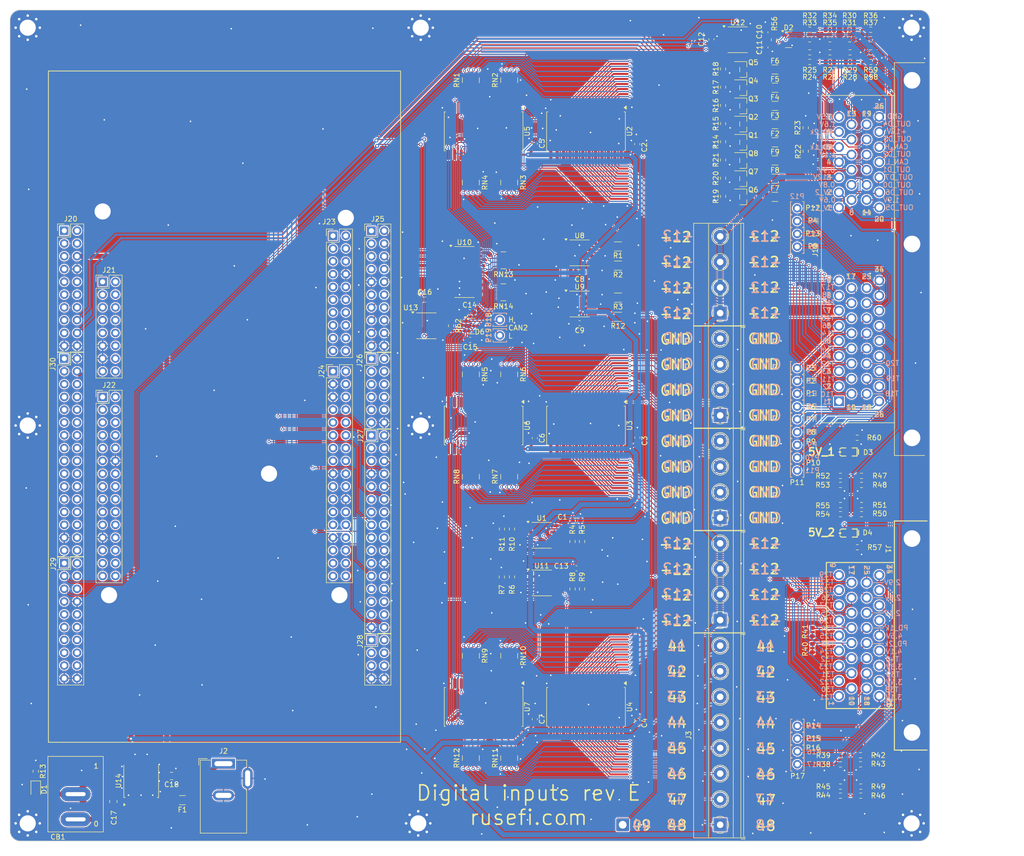
<source format=kicad_pcb>
(kicad_pcb (version 20240108) (generator "pcbnew") (generator_version "8.0")
  (title_block (date "2024-10-20") (rev "D"))
  (layers (0 "F.Cu" signal) (31 "B.Cu" signal) (34 "B.Paste" user) (35 "F.Paste" user) (36 "B.SilkS" user "B.Silkscreen") (37 "F.SilkS" user "F.Silkscreen") (38 "B.Mask" user) (39 "F.Mask" user) (44 "Edge.Cuts" user))
  (net 0 "")
  (net 1 "GND")
  (net 2 "+12V")
  (net 3 "Net-(D1-K)")
  (net 4 "Net-(F1-Pad2)")
  (net 5 "Net-(Q1-D)")
  (net 6 "Net-(Q2-D)")
  (net 7 "/TST16")
  (net 8 "/IN0")
  (net 9 "/TST15")
  (net 10 "/IN1")
  (net 11 "/TST14")
  (net 12 "/IN2")
  (net 13 "/TST13")
  (net 14 "/TST12")
  (net 15 "/TST11")
  (net 16 "Net-(Q3-D)")
  (net 17 "Net-(Q4-D)")
  (net 18 "Net-(Q5-D)")
  (net 19 "Net-(Q6-D)")
  (net 20 "/TST10")
  (net 21 "Net-(Q7-D)")
  (net 22 "Net-(Q8-D)")
  (net 23 "/TST9")
  (net 24 "/TST8")
  (net 25 "/TST7")
  (net 26 "Net-(U5-X)")
  (net 27 "Net-(U8-OUT_A)")
  (net 28 "Net-(U6-X)")
  (net 29 "Net-(U8-OUT_B)")
  (net 30 "Net-(U7-X)")
  (net 31 "Net-(U9-OUT_A)")
  (net 32 "Net-(U1A--)")
  (net 33 "Net-(U1B--)")
  (net 34 "Net-(U9-OUT_B)")
  (net 35 "Net-(RN1-R1.1)")
  (net 36 "Net-(RN1-R2.1)")
  (net 37 "Net-(RN1-R3.1)")
  (net 38 "Net-(RN1-R4.1)")
  (net 39 "Net-(RN2-R1.1)")
  (net 40 "Net-(RN2-R2.1)")
  (net 41 "Net-(RN2-R3.1)")
  (net 42 "Net-(RN2-R4.1)")
  (net 43 "Net-(RN3-R1.1)")
  (net 44 "Net-(RN3-R2.1)")
  (net 45 "Net-(RN3-R3.1)")
  (net 46 "Net-(RN3-R4.1)")
  (net 47 "Net-(RN4-R1.1)")
  (net 48 "/A2")
  (net 49 "/A3")
  (net 50 "/A1")
  (net 51 "/A0")
  (net 52 "Net-(RN4-R2.1)")
  (net 53 "Net-(RN4-R3.1)")
  (net 54 "Net-(RN4-R4.1)")
  (net 55 "/OFF")
  (net 56 "Net-(RN5-R4.2)")
  (net 57 "Net-(RN5-R3.2)")
  (net 58 "Net-(RN5-R2.2)")
  (net 59 "Net-(RN5-R1.2)")
  (net 60 "/OUT0")
  (net 61 "/OUT1")
  (net 62 "Net-(RN6-R4.2)")
  (net 63 "Net-(RN6-R3.2)")
  (net 64 "/OUT2")
  (net 65 "/OUT3")
  (net 66 "Net-(RN6-R2.2)")
  (net 67 "Net-(RN6-R1.2)")
  (net 68 "Net-(RN7-R4.2)")
  (net 69 "Net-(RN7-R3.2)")
  (net 70 "Net-(RN7-R2.2)")
  (net 71 "/ADR0")
  (net 72 "/ADR1")
  (net 73 "/ADR2")
  (net 74 "Net-(RN7-R1.2)")
  (net 75 "Net-(RN8-R4.2)")
  (net 76 "Net-(RN8-R3.2)")
  (net 77 "Net-(RN8-R2.2)")
  (net 78 "Net-(RN8-R1.2)")
  (net 79 "Net-(RN9-R4.2)")
  (net 80 "Net-(RN9-R3.2)")
  (net 81 "Net-(RN9-R2.2)")
  (net 82 "Net-(RN9-R1.2)")
  (net 83 "Net-(RN10-R4.2)")
  (net 84 "Net-(RN10-R3.2)")
  (net 85 "Net-(RN10-R2.2)")
  (net 86 "Net-(RN10-R1.2)")
  (net 87 "Net-(RN11-R4.2)")
  (net 88 "Net-(RN11-R3.2)")
  (net 89 "/CAN_H")
  (net 90 "Net-(RN11-R2.2)")
  (net 91 "/CAN_L")
  (net 92 "Net-(RN11-R1.2)")
  (net 93 "Net-(RN12-R4.2)")
  (net 94 "Net-(RN12-R3.2)")
  (net 95 "Net-(RN12-R2.2)")
  (net 96 "Net-(RN12-R1.2)")
  (net 103 "Net-(U1A-+)")
  (net 111 "/ADR3")
  (net 112 "/MUX_OFF")
  (net 113 "+5V")
  (net 114 "/TST6")
  (net 115 "/TST5")
  (net 116 "/TST4")
  (net 117 "/TST3")
  (net 118 "/TST2")
  (net 119 "/TST1")
  (net 120 "/TST32")
  (net 121 "/TST31")
  (net 122 "/TST30")
  (net 123 "/TST29")
  (net 124 "/TST28")
  (net 125 "/TST27")
  (net 126 "/TST26")
  (net 127 "/TST25")
  (net 128 "/TST24")
  (net 129 "/TST23")
  (net 130 "/TST22")
  (net 131 "/TST21")
  (net 132 "/TST20")
  (net 133 "/TST19")
  (net 134 "/TST18")
  (net 135 "/TST17")
  (net 136 "/TST48")
  (net 137 "/TST47")
  (net 138 "/TST46")
  (net 139 "/TST45")
  (net 140 "/TST44")
  (net 141 "/TST43")
  (net 142 "/TST42")
  (net 143 "/TST41")
  (net 144 "/TST40")
  (net 145 "/TST39")
  (net 146 "/TST38")
  (net 147 "/TST37")
  (net 148 "/TST36")
  (net 149 "/TST35")
  (net 150 "/TST34")
  (net 151 "/TST33")
  (net 152 "/TST49")
  (net 153 "/IN3")
  (net 154 "/CAN_TX")
  (net 155 "/CAN_RX")
  (net 156 "/REF9")
  (net 157 "/REF10")
  (net 158 "/REF11")
  (net 159 "/REF12")
  (net 160 "/REF13")
  (net 161 "/5V_1")
  (net 162 "/5V_2")
  (net 163 "Net-(J19B-5B)")
  (net 164 "Net-(J19B-6B)")
  (net 165 "/REF1")
  (net 166 "/REF2")
  (net 167 "/REF3")
  (net 168 "/REF4")
  (net 169 "/REF5")
  (net 170 "/REF6")
  (net 171 "/REF7")
  (net 172 "/REF8")
  (net 173 "/REF16")
  (net 174 "/REF15")
  (net 175 "/REF14")
  (net 176 "/E5V")
  (net 222 "/CAN2_H")
  (net 330 "/CAN2_L")
  (net 354 "/OUT_DIG_0")
  (net 355 "/OUT_DIG_1")
  (net 356 "/OUT_DIG_2")
  (net 357 "/OUT_DIG_3")
  (net 358 "/OUT_DIG_4")
  (net 359 "/OUT_DIG_5")
  (net 360 "/OUT_DIG_6")
  (net 361 "/OUT_DIG_7")
  (net 362 "+3.3V")
  (net 363 "/DIG_0")
  (net 364 "/DIG_5")
  (net 365 "/DIG_7")
  (net 366 "/DIG_3")
  (net 367 "/DIG_6")
  (net 368 "/DIG_4")
  (net 369 "/DIG_1")
  (net 370 "/DIG_2")
  (net 371 "Net-(U11A--)")
  (net 372 "Net-(U11B--)")
  (net 373 "Net-(U1B-+)")
  (net 374 "Net-(U11B-+)")
  (net 375 "Net-(D3-K)")
  (net 376 "Net-(D4-K)")
  (net 390 "Net-(J19A-33A)")
  (net 391 "Net-(J19A-32A)")
  (net 392 "Net-(J19A-31A)")
  (net 393 "Net-(J19A-30A)")
  (net 394 "Net-(J19A-29A)")
  (net 395 "Net-(J19A-28A)")
  (net 396 "Net-(J19A-27A)")
  (net 397 "Net-(J19A-26A)")
  (net 398 "Net-(J19A-25A)")
  (net 399 "Net-(J19A-24A)")
  (net 400 "Net-(J19A-23A)")
  (net 401 "Net-(J19A-22A)")
  (net 402 "Net-(J19A-21A)")
  (net 404 "/CAN2_RX")
  (net 405 "/CAN2_TX")
  (net 406 "Net-(CB1-Pad1)")
  (net 407 "Net-(J1-21A)")
  (net 408 "Net-(J1-22A)")
  (net 409 "Net-(J1-31A)")
  (net 410 "Net-(J1-32A)")
  (net 411 "Net-(J1-33A)")
  (net 412 "Net-(J1-34A)")
  (footprint "MountingHole:MountingHole_3.2mm_M3_Pad_Via" (layer "F.Cu") (at 208 208.5)
    (property "Reference" "J12" (hide yes))
    (property "Value" "Conn_01x01")
  )
  (footprint "Resistor_SMD:R_0603_1608Metric" (layer "F.Cu") (at 291.8 196.8 180)
    (property "Reference" "R38")
    (property "Value" "510")
  )
  (footprint "Fuse:Fuse_1206_3216Metric" (layer "F.Cu") (at 278.8 58.8)
    (property "Reference" "F6")
    (property "Value" "nSMD005")
  )
  (footprint "kicad6-libraries:TE_6437288-3" (layer "F.Cu") (at 291.5 124.7)
    (property "Reference" "J19")
    (property "Value" "6437288-3")
  )
  (footprint "Resistor_SMD:R_0603_1608Metric" (layer "F.Cu") (at 297.825 55.4 180)
    (property "Reference" "R59")
    (property "Value" "100")
  )
  (footprint "Connector_PinHeader_2.54mm:PinHeader_2x10_P2.54mm_Vertical" (layer "F.Cu") (at 191.09 91.816)
    (property "Reference" "J23")
    (property "Value" "Conn_02x10_Odd_Even")
  )
  (footprint "Capacitor_SMD:C_0805_2012Metric" (layer "F.Cu") (at 159.05 199.1 180)
    (property "Reference" "C18")
    (property "Value" "10u")
  )
  (footprint "Resistor_SMD:R_0603_1608Metric" (layer "F.Cu") (at 286.225 170.5 90)
    (property "Reference" "R41")
    (property "Value" "2k")
  )
  (footprint "TerminalBlock_Phoenix:TerminalBlock_Phoenix_MKDS-1,5-4-5.08_1x04_P5.08mm_Horizontal" (layer "F.Cu") (at 267.925 147.82 90)
    (property "Reference" "J6" (hide yes))
    (property "Value" "Conn_01x04" (hide yes))
  )
  (footprint "Capacitor_SMD:C_0603_1608Metric" (layer "F.Cu") (at 218.225 106.995)
    (property "Reference" "C14")
    (property "Value" "47p")
  )
  (footprint "hellen-one-common:SOT-23" (layer "F.Cu") (at 272.4625 66.02857)
    (property "Reference" "Q3")
    (property "Value" "AO3400A")
  )
  (footprint "hellen-one-common:PAD-TH" (layer "F.Cu") (at 224.2 111.6 90)
    (property "Reference" "P19")
    (property "Value" "Pad" (hide yes))
  )
  (footprint "LED_SMD:LED_0805_2012Metric" (layer "F.Cu") (at 132.1 201.7625 -90)
    (property "Reference" "D1")
    (property "Value" "LED")
  )
  (footprint "Resistor_SMD:R_0603_1608Metric" (layer "F.Cu") (at 291.8 203 180)
    (property "Reference" "R44")
    (property "Value" "100")
  )
  (footprint "MountingHole:MountingHole_3.2mm_M3" (layer "F.Cu") (at 193.63 88.26)
    (property "Reference" "H2" (hide yes))
    (property "Value" "MountingHole")
  )
  (footprint "Resistor_SMD:R_0603_1608Metric" (layer "F.Cu") (at 289.7 50.9)
    (property "Reference" "R34")
    (property "Value" "470")
  )
  (footprint "lib:RS601HL-1010011BB" (layer "F.Cu") (at 140 207.7)
    (property "Reference" "CB1")
    (property "Value" "CircuitBreaker_1P")
  )
  (footprint "Fuse:Fuse_1206_3216Metric" (layer "F.Cu") (at 278.8 73.25714)
    (property "Reference" "F2")
    (property "Value" "nSMD005")
  )
  (footprint "Capacitor_SMD:C_0603_1608Metric" (layer "F.Cu") (at 266.2 52.8 -90)
    (property "Reference" "C12")
    (property "Value" "100n")
  )
  (footprint "Resistor_SMD:R_1206_3216Metric" (layer "F.Cu") (at 247.65 93.94 180)
    (property "Reference" "R1")
    (property "Value" "1.2k")
  )
  (footprint "Resistor_SMD:R_Array_Convex_4x0603" (layer "F.Cu") (at 218.44 195.54 90)
    (property "Reference" "RN12")
    (property "Value" "0")
  )
  (footprint "Capacitor_SMD:C_0603_1608Metric" (layer "F.Cu") (at 240.03 99.02 180)
    (property "Reference" "C8")
    (property "Value" "100n")
  )
  (footprint "Resistor_SMD:R_Array_Convex_4x0603" (layer "F.Cu") (at 218.44 175.22 -90)
    (property "Reference" "RN9")
    (property "Value" "0")
  )
  (footprint "hellen-one-common:PAD-TH" (layer "F.Cu") (at 283.21 86.36)
    (property "Reference" "P12")
    (property "Value" "Pad" (hide yes))
  )
  (footprint "hellen-one-common:PAD-TH" (layer "F.Cu") (at 224.2 108.5 90)
    (property "Reference" "P18")
    (property "Value" "Pad" (hide yes))
  )
  (footprint "Capacitor_SMD:C_0603_1608Metric" (layer "F.Cu") (at 209.4 104.5 180)
    (property "Reference" "C16")
    (property "Value" "100n")
  )
  (footprint "hellen-one-common:PAD-TH" (layer "F.Cu") (at 283.21 120.65)
    (property "Reference" "P2")
    (property "Value" "Pad" (hide yes))
  )
  (footprint "Resistor_SMD:R_1206_3216Metric" (layer "F.Cu") (at 247.65 107.91 180)
    (property "Reference" "R12")
    (property "Value" "1.2k")
  )
  (footprint "Package_SO:SOIC-8_3.9x4.9mm_P1.27mm" (layer "F.Cu") (at 209.625 109.695)
    (property "Reference" "U13")
    (property "Value" "TJA1051T-3")
  )
  (footprint "Resistor_SMD:R_0603_1608Metric" (layer "F.Cu") (at 295.975 141.3 180)
    (property "Reference" "R48")
    (property "Value" "910")
  )
  (footprint "Connector_PinHeader_2.54mm:PinHeader_2x15_P2.54mm_Vertical" (layer "F.Cu") (at 145.37 123.82)
    (property "Reference" "J22")
    (property "Value" "Conn_02x15_Odd_Even")
  )
  (footprint "hellen-one-common:PAD-TH" (layer "F.Cu") (at 283.21 130.81)
    (property "Reference" "P8")
    (property "Value" "Pad" (hide yes))
  )
  (footprint "Package_SO:SO-8_3.9x4.9mm_P1.27mm" (layer "F.Cu") (at 232.5 151.3)
    (property "Reference" "U1")
    (property "Value" "OPA2192IDR")
  )
  (footprint "Package_TO_SOT_SMD:SOT-23" (layer "F.Cu") (at 281.5 52.9)
    (property "Reference" "D2")
    (property "Value" "PESD1CAN")
  )
  (footprint "hellen-one-common:PAD-TH" (layer "F.Cu") (at 283.21 135.89)
    (property "Reference" "P10")
    (property "Value" "Pad" (hide yes))
  )
  (footprint "Connector_PinHeader_2.54mm:PinHeader_2x16_P2.54mm_Vertical" (layer "F.Cu") (at 198.71 131.46)
    (property "Reference" "J27")
    (property "Value" "Conn_02x16_Odd_Even")
  )
  (footprint "Connector_BarrelJack:BarrelJack_GCT_DCJ200-10-A_Horizontal" (layer "F.Cu") (at 169.35 196.65)
    (property "Reference" "J2")
    (property "Value" "Barrel_Jack_Switch")
  )
  (footprint "Package_SO:SO-8_3.9x4.9mm_P1.27mm" (layer "F.Cu") (at 232.52 160.76)
    (property "Reference" "U11")
    (property "Value" "OPA2192IDR")
  )
  (footprint "Fuse:Fuse_1206_3216Metric" (layer "F.Cu") (at 161.2 203.9)
    (property "Reference" "F1")
    (property "Value" "1.8A")
  )
  (footprint "Resistor_SMD:R_0603_1608Metric" (layer "F.Cu") (at 224.62 150.06 -90)
    (property "Reference" "R11")
    (property "Value" "1.5k")
  )
  (footprint "MountingHole:MountingHole_3.2mm_M3" (layer "F.Cu") (at 192.36 163.19)
    (property "Reference" "H5" (hide yes))
    (property "Value" "MountingHole")
  )
  (footprint "Resistor_SMD:R_0603_1608Metric" (layer "F.Cu") (at 285.7 52.8)
    (property "Reference" "R33")
    (property "Value" "330")
  )
  (footprint "Resistor_SMD:R_0603_1608Metric" (layer "F.Cu") (at 295.975 147.1)
    (property "Reference" "R50")
    (property "Value" "330")
  )
  (footprint "hellen-one-common:SOT-23" (layer "F.Cu") (at 272.4625 69.642855)
    (property "Reference" "Q2")
    (property "Value" "AO3400A")
  )
  (footprint "MountingHole:MountingHole_3.2mm_M3_Pad_Via" (layer "F.Cu") (at 208.5 129.5)
    (property "Reference" "J10" (hide yes))
    (property "Value" "Conn_01x01")
  )
  (footprint "Connector_PinHeader_2.54mm:PinHeader_2x08_P2.54mm_Vertical" (layer "F.Cu") (at 145.37 100.96)
    (property "Reference" "J21")
    (property "Value" "Conn_02x08_Odd_Even")
  )
  (footprint "Resistor_SMD:R_0603_1608Metric" (layer "F.Cu") (at 295.775 194.975)
    (property "Reference" "R42")
    (property "Value" "220")
  )
  (footprint "Resistor_SMD:R_0603_1608Metric" (layer "F.Cu") (at 268.5 73.15714 90)
    (property "Reference" "R14")
    (property "Value" "4.7k")
  )
  (footprint "TerminalBlock_Phoenix:TerminalBlock_Phoenix_MKDS-1,5-4-5.08_1x04_P5.08mm_Horizontal" (layer "F.Cu") (at 267.925 127.5 90)
    (property "Reference" "J7" (hide yes))
    (property "Value" "Conn_01x04" (hide yes))
  )
  (footprint "Capacitor_SMD:C_0603_1608Metric" (layer "F.Cu") (at 240.03 109.18 180)
    (property "Reference" "C9")
    (property "Value" "100n")
  )
  (footprint "TerminalBlock_Phoenix:TerminalBlock_Phoenix_MKDS-1,5-4-5.08_1x04_P5.08mm_Horizontal" (layer "F.Cu") (at 267.925 107.18 90)
    (property "Reference" "J8" (hide yes))
    (property "Value" "Conn_01x04" (hide yes))
  )
  (footprint "Resistor_SMD:R_0603_1608Metric" (layer "F.Cu") (at 285.7 55.4)
    (property "Reference" "R25")
    (property "Value" "100")
  )
  (footprint "Capacitor_SMD:C_0603_1608Metric" (layer "F.Cu") (at 251.46 73.62 -90)
    (property "Reference" "C2")
    (property "Value" "100n")
  )
  (footprint "Package_SO:SOIC-8_3.9x4.9mm_P1.27mm" (layer "F.Cu") (at 271.4 52.9)
    (property "Reference" "U12")
    (property "Value" "TJA1051T-3")
  )
  (footprint "TerminalBlock_Phoenix:TerminalBlock_Phoenix_MKDS-1,5-8-5.08_1x08_P5.08mm_Horizontal" (layer "F.Cu") (at 267.925 208.78 90)
    (property "Reference" "J3")
    (property "Value" "Conn_01x08")
  )
  (footprint "Resistor_SMD:R_0603_1608Metric" (layer "F.Cu") (at 240.52 152.535 -90)
    (property "Reference" "R5")
    (property "Value" "1.5k")
  )
  (footprint "Resistor_SMD:R_0603_1608Metric" (layer "F.Cu") (at 286.225 173.7 90)
    (property "Reference" "R40")
    (property "Value" "1k")
  )
  (footprint "MountingHole:MountingHole_3.2mm_M3_Pad_Via" (layer "F.Cu") (at 305.914214 208.5)
    (property "Reference" "J16" (hide yes))
    (property "Value" "Conn_01x01")
  )
  (footprint "Package_SO:SOIC-24W_7.5x15.4mm_P1.27mm" (layer "F.Cu") (at 241.3 71.08 -90)
    (property "Reference" "U2")
    (property "Value" "CD4067BM96")
  )
  (footprint "Resistor_SMD:R_0603_1608Metric" (layer "F.Cu") (at 293.6 50.9 180)
    (property "Reference" "R30")
    (property "Value" "820")
  )
  (footprint "Resistor_SMD:R_0603_1608Metric" (layer "F.Cu") (at 293.7 57.3 180)
    (property "Reference" "R28")
    (property "Value" "470")
  )
  (footprint "Resistor_SMD:R_0603_1608Metric" (layer "F.Cu") (at 291.8 195 180)
    (property "Reference" "R39")
    (property "Value" "820")
  )
  (footprint "Resistor_SMD:R_Array_Convex_4x0603" (layer "F.Cu") (at 226.06 81.24 -90)
    (property "Reference" "RN3")
    (property "Value" "0")
  )
  (footprint "Resistor_SMD:R_0603_1608Metric" (layer "F.Cu") (at 297.8 50.9)
    (property "Reference" "R36")
    (property "Value" "820")
  )
  (footprint "hellen-one-common:PAD-TH" (layer "F.Cu") (at 283.21 91.44)
    (property "Reference" "P13")
    (property "Value" "Pad" (hide yes))
  )
  (footprint "Package_SO:SOIC-24W_7.5x15.4mm_P1.27mm" (layer "F.Cu") (at 241.3 185.38 -90)
    (property "Reference" "U4")
    (property "Value" "CD4067BM96")
  )
  (footprint "Resistor_SMD:R_Array_Convex_4x0603" (layer "F.Cu") (at 226.06 175.22 -90)
    (property "Reference" "RN10")
    (property "Value" "0")
  )
  (footprint "Resistor_SMD:R_0603_1608Metric" (layer "F.Cu") (at 268.5 76.771425 90)
    (property "Reference" "R21")
    (property "Value" "4.7k")
  )
  (footprint "Capacitor_SMD:C_0603_1608Metric" (layer "F.Cu") (at 231.14 187.825 -90)
    (property "Reference" "C7")
    (property "Value" "100n")
  )
  (footprint "hellen-one-common:SOT-23" (layer "F.Cu") (at 272.4625 58.8)
    (property "Reference" "Q5")
    (property "Value" "AO3400A")
  )
  (footprint "hellen-one-common:PAD-TH" (layer "F.Cu") (at 283.21 138.43)
    (property "Reference" "P11")
    (property "Value" "Pad" (hide yes))
  )
  (footprint "Resistor_SMD:R_0603_1608Metric" (layer "F.Cu") (at 297.8 52.8 180)
    (property "Reference" "R37")
    (property "Value" "510")
  )
  (footprint "Fuse:Fuse_1206_3216Metric" (layer "F.Cu") (at 278.8 84.1)
    (property "Reference" "F7")
    (property "Value" "nSMD005")
  )
  (footprint "MountingHole:MountingHole_3.2mm_M3_Pad_Via" (layer "F.Cu") (at 305.914214 50.5)
    (property "Reference" "J11" (hide yes))
    (property "Value" "Conn_01x01")
  )
  (footprint "hellen-one-common:PAD-TH" (layer "F.Cu") (at 283.21 133.35)
    (property "Reference" "P9")
    (property "Value" "Pad" (hide yes))
  )
  (footprint "Connector_PinHeader_2.54mm:PinHeader_2x10_P2.54mm_Vertical" (layer "F.Cu") (at 137.75 156.84)
    (property "Reference" "J29")
    (property "Value" "Conn_02x10_Odd_Even")
  )
  (footprint "Capacitor_SMD:C_0603_1608Metric" (layer "F.Cu") (at 276.9 54.425 90)
    (property "Reference" "C11")
    (property "Value" "47p")
  )
  (footprint "Resistor_SMD:R_0603_1608Metric" (layer "F.Cu") (at 268.5 69.542855 90)
    (property "Reference" "R15")
    (property "Value" "4.7k")
  )
  (footprint "Resistor_SMD:R_0603_1608Metric" (layer "F.Cu") (at 132.1 198.1625 -90)
    (property "Reference" "R13")
    (property "Value" "13k")
  )
  (footprint "Fuse:Fuse_1206_3216Metric" (layer "F.Cu") (at 278.8 80.48571)
    (property "Reference" "F8")
    (property "Value" "nSMD005")
  )
  (footprint "Resistor_SMD:R_Array_Convex_4x0603" (layer "F.Cu") (at 224.91 96.69 180)
    (property "Reference" "RN13")
    (property "Value" "10k")
  )
  (footprint "Fuse:Fuse_1206_3216Metric" (layer "F.Cu") (at 278.8 62.414285)
    (property "Reference" "F5")
    (property "Value" "nSMD005")
  )
  (footprint "hellen-one-common:SOT-23" (layer "F.Cu") (at 272.4625 73.25714)
    (property "Reference" "Q1")
    (property "Value" "AO3400A")
  )
  (footprint "Resistor_SMD:R_0603_1608Metric" (layer "F.Cu") (at 297.825 57.3)
    (property "Reference" "R58")
    (property "Value" "510")
  )
  (footprint "Resistor_SMD:R_0603_1608Metric" (layer "F.Cu") (at 289.7 52.8 180)
    (property "Reference" "R35")
    (property "Value" "220")
  )
  (footprint "Resistor_SMD:R_0603_1608Metric" (layer "F.Cu") (at 224.6 159.575 -90)
    (property "Reference" "R7")
    (property "Value" "1.5k")
  )
  (footprint "Capacitor_SMD:C_0603_1608Metric" (layer "F.Cu") (at 231.14 132 -90)
    (property "Reference" "C6")
    (property "Value" "100n")
  )
  (footprint "Capacitor_SMD:C_0603_1608Metric" (layer "F.Cu") (at 239.42 148.36 180)
    (property "Reference" "C1")
    (property "Value" "100n")
  )
  (footprint "Resistor_SMD:R_1206_3216Metric" (layer "F.Cu") (at 247.65 104.1 180)
    (property "Reference" "R3")
    (property "Value" "1.2k")
  )
  (footprint "Fuse:Fuse_1206_3216Metric" (layer "F.Cu") (at 278.8 69.642855)
    (property "Reference" "F3")
    (property "Value" "nSMD005")
  )
  (footprint "Resistor_SMD:R_0603_1608Metric" (layer "F.Cu") (at 295.975 145.3 180)
    (property "Reference" "R51")
    (property "Value" "470")
  )
  (footprint "Resistor_SMD:R_0603_1608Metric" (layer "F.Cu") (at 293.6 52.8)
    (property "Reference" "R31")
    (property "Value" "220")
  )
  (footprint "hellen-one-common:PAD-TH" (layer "F.Cu") (at 283.21 123.19)
    (property "Reference" "P1")
    (property "Value" "Pad" (hide yes))
  )
  (footprint "hellen-one-common:PAD-TH" (layer "F.Cu") (at 283.25 191.68)
    (property "Reference" "P15")
    (property "Value" "Pad" (hide yes))
  )
  (footprint "Fuse:Fuse_1206_3216Metric" (layer "F.Cu") (at 278.8 66.02857)
    (property "Reference" "F4")
    (property "Value" "nSMD005")
  )
  (footprint "Resistor_SMD:R_0603_1608Metric" (layer "F.Cu") (at 291.8 139.5 180)
    (property "Reference" "R52")
    (property "Value" "470")
  )
  (footprint "Package_SO:SOIC-24W_7.5x15.4mm_P1.27mm" (layer "F.Cu") (at 220.98 71.08 -90)
    (property "Reference" "U5")
    (property "Value" "CD4067BM96")
  )
  (footprint "Capacitor_SMD:C_0603_1608Metric" (layer "F.Cu") (at 239.42 157.86 180)
    (property "Reference" "C13")
    (property "Value" "100n")
  )
  (footprint "Resistor_SMD:R_0603_1608Metric" (layer "F.Cu") (at 295.15 153.675001 180)
    (property "Reference" "R57")
    (property "Value" "4.7k")
  )
  (footprint "Package_TO_SOT_SMD:SOT-23" (layer "F.Cu") (at 218.525 109.745)
    (property "Reference" "D6")
    (property "Value" "PESD1CAN")
  )
  (footprint "Resistor_SMD:R_1206_3216Metric" (layer "F.Cu") (at 247.65 97.75 180)
    (property "Reference" "R2")
    (property "Value" "1.2k")
  )
  (footprint "Resistor_SMD:R_Array_Convex_4x0603" (layer "F.Cu") (at 226.06 119.34 -90)
    (property "Reference" "RN6")
    (property "Value" "0")
  )
  (footprint "Resistor_SMD:R_Array_Convex_4x0603" (layer "F.Cu") (at 226.06 195.54 90)
    (property "Reference" "RN11")
    (property "Value" "0")
  )
  (footprint "Resistor_SMD:R_0603_1608Metric" (layer "F.Cu") (at 278.6 52.9 -90)
    (property "Reference" "R56")
    (property "Value" "DNP")
  )
  (footprint "Resistor_SMD:R_0603_1608Metric" (layer "F.Cu") (at 214.525 109.695 -90)
    (property "Reference" "R62")
    (property "Value" "DNP")
  )
  (footprint "Package_SO:SOIC-16_3.9x9.9mm_P1.27mm" (layer "F.Cu") (at 217.17 99.02)
    (property "Reference" "U10")
    (property "Value" "ULN2003A")
  )
  (footprint "Resistor_SMD:R_0603_1608Metric" (layer "F.Cu") (at 291.8 145.3)
    (property "Reference" "R55")
    (property "Value" "470")
  )
  (footprint "hellen-one-common:SOT-23" (layer "F.Cu") (at 272.4625 76.871425)
    (property "Reference" "Q8")
    (property "Value" "AO3400A")
  )
  (footprint "hellen-one-common:LED-0603" (layer "F.Cu") (at 293.424999 150.9 180)
    (property "Reference" "D4")
    (property "Value" "LED-RED-0603" (hide yes))
  )
  (footprint "MountingHole:MountingHole_3.2mm_M3_Pad_Via" (layer "F.Cu") (at 130.5 50.5)
    (property "Reference" "J13" (hide yes))
    (property "Value" "Conn_01x01")
  )
  (footprint "Resistor_SMD:R_0603_1608Metric" (layer "F.Cu") (at 238.62 161.96 90)
    (property "Reference" "R8")
    (property "Value" "4.7k")
  )
  (footprint "Resistor_SMD:R_0603_1608Metric" (layer "F.Cu") (at 295.825 201.2 180)
    (property "Reference" "R49")
    (property "Value" "820")
  )
  (footprint "hellen-one-common:SOT-23" (layer "F.Cu") (at 272.4625 84.1)
    (property "Reference" "Q6")
    (property "Value" "AO3400A")
  )
  (footprint "Resistor_SMD:R_0603_1608Metric" (layer "F.Cu") (at 293.7 55.4)
    (property "Reference" "R29")
    (property "Value" "100")
  )
  (footprint "hellen-one-common:PAD-TH" (layer "F.Cu") (at 283.21 118.11)
    (property "Reference" "P3")
    (property "Value" "Pad" (hide yes))
  )
  (footprint "hellen-one-common:PAD-TH" (layer "F.Cu") (at 283.25 194.22)
    (property "Reference" "P16")
    (property "Value" "Pad" (hide yes))
  )
  (footprint "Resistor_SMD:R_0603_1608Metric" (layer "F.Cu") (at 226.62 159.56 90)
    (property "Reference" "R6")
    (property "Value" "4.7k")
  )
  (footprint "Resistor_SMD:R_0603_1608Metric" (layer "F.Cu") (at 285.7 57.3 180)
    (property "Reference" "R24")
    (property "Value" "820")
  )
  (footprint "Package_SO:SOIC-8_3.9x4.9mm_P1.27mm" (layer "F.Cu") (at 240.03 95.21)
    (property "Reference" "U8")
    (property "Value" "TC4427")
  )
  (footprint "Resistor_SMD:R_0603_1608Metric" (layer "F.Cu") (at 285.7 50.9 180)
    (property "Reference" "R32")
    (property "Value" "820")
  )
  (footprint "Resistor_SMD:R_0603_1608Metric" (layer "F.Cu") (at 284.9 70.375 -90)
    (property "Reference" "R23")
    (property "Value" "2k")
  )
  (footprint "MountingHole:MountingHole_3.2mm_M3_Pad_Via" (layer "F.Cu") (at 208.5 50.5)
    (property "Reference" "J14" (hide yes))
    (property "Value" "Conn_01x01")
  )
  (footprint "Resistor_SMD:R_Array_Convex_4x0603" (layer "F.Cu") (at 226.06 60.92 90)
    (property "Reference" "RN2")
    (property "Value" "0")
  )
  (footprint "Resistor_SMD:R_0603_1608Metric" (layer "F.Cu") (at 268.5 62.314285 90)
    (property "Reference" "R17")
    (property "Value" "4.7k")
  )
  (footprint "Resistor_SMD:R_0603_1608Metric" (layer "F.Cu") (at 238.62 152.535 90)
    (property "Reference" "R4")
    (property "Value" "4.7k")
  )
  (footprint "Resistor_SMD:R_Array_Convex_4x0603" (layer "F.Cu") (at 218.44 139.66 90)
    (property "Reference" "RN8")
    (property "Value" "0")
  )
  (footprint "Resistor_SMD:R_0603_1608Metric" (layer "F.Cu") (at 226.62 150.06 90)
    (property "Reference" "R10")
    (property "Value" "4.7k")
  )
  (footprint "Resistor_SMD:R_0603_1608Metric" (layer "F.Cu") (at 268.5 58.7 90)
    (property "Reference" "R18")
    (property "Value" "4.7k")
  )
  (footprint "Package_SO:SOIC-24W_7.5x15.4mm_P1.27mm" (layer "F.Cu") (at 220.98 129.5 -90)
    (property "Reference" "U6")
    (property "Value" "CD4067BM96")
  )
  (footprint "Connector_PinHeader_2.54mm:PinHeader_2x10_P2.54mm_Vertical" (layer "F.Cu") (at 198.71 90.82)
    (property "Reference" "J25")
    (property "Value" "Conn_02x10_Odd_Even")
  )
  (footprint "hellen-one-common:SOT-23" (layer "F.Cu") (at 272.4625 80.48571)
    (property "Reference" "Q7")
    (property "Value" "AO3400A")
  )
  (footprint "Resistor_SMD:R_0603_1608Metric" (layer "F.Cu") (at 291.8 147.1 180)
    (property "Reference" "R54")
    (property "Value" "470")
  )
  (footprint "Resistor_SMD:R_Array_Convex_4x0603" (layer "F.Cu") (at 226.06 139.66 90)
    (property "Reference" "RN7")
    (property "Value" "0")
  )
  (footprint "Package_SO:SOIC-24W_7.5x15.4mm_P1.27mm" (layer "F.Cu") (at 241.3 129.5 -90)
    (property "Reference" "U3")
    (property "Value" "CD4067BM96")
  )
  (footprint "MountingHole:MountingHole_3.2mm_M3" (layer "F.Cu") (at 178.39 139.06)
    (property "Reference" "H3" (hide yes))
    (property "Value" "MountingHole")
  )
  (footprint "Resistor_SMD:R_0603_1608Metric" (layer "F.Cu") (at 291.8 141.3)
    (property "Reference" "R53")
    (property "Value" "330")
  )
  (footprint "Package_TO_SOT_SMD:TO-252-2" (layer "F.Cu") (at 153.02 200.06 90)
    (property "Reference" "U14")
    (property "Value" "LM78M05_TO252")
  )
  (footprint "Fuse:Fuse_1206_3216Metric" (layer "F.Cu") (at 278.8 76.871425)
    (property "Reference" "F9")
    (property "Value" "nSMD005")
  )
  (footprint "Resistor_SMD:R_Array_Convex_4x0603" (layer "F.Cu") (at 218.44 119.34 -90)
    (property "Reference" "RN5")
    (property "Value" "0")
  )
  (footprint "Capacitor_SMD:C_0805_2012Metric" (layer "F.Cu") (at 147.5 204.15 -90)
    (property "Reference" "C17")
    (property "Value" "10u")
  )
  (footprint "Connector_PinHeader_2.54mm:PinHeader_2x16_P2.54mm_Vertical" (layer "F.Cu") (at 137.75 116.2)
    (property "Reference" "J30")
    (property "Value" "Conn_02x14_Odd_Even")
  )
  (footprint "hellen-one-common:PAD-TH" (layer "F.Cu") (at 283.25 196.76)
    (property "Reference" "P17")
    (property "Value" "Pad" (hide yes))
  )
  (footprint "Connector_Wire:SolderWire-0.75sqmm_1x01_D1.25mm_OD2.3mm" (layer "F.Cu") (at 248.58 208.78)
    (property "Reference" "J4" (hide yes))
    (property "Value" "Conn_01x01")
  )
  (footprint "Capacitor_SMD:C_0603_1608Metric" (layer "F.Cu") (at 251.46 187.92 -90)
    (property "Reference" "C4")
    (property "Value" "100n")
  )
  (footprint "Resistor_SMD:R_Array_Convex_4x0603" (layer "F.Cu") (at 218.44 81.24 -90)
    (property "Reference" "RN4")
    (property "Value" "0")
  )
  (footprint "Connector_PinHeader_2.54mm:PinHeader_2x10_P2.54mm_Vertical" (layer "F.Cu") (at 137.75 90.8)
    (property "Reference" "J20")
    (property "Value" "Conn_02x10_Odd_Even")
  )
  (footprint "Connector_PinHeader_2.54mm:PinHeader_2x04_P2.54mm_Vertical" (layer "F.Cu") (at 198.71 172.1)
    (property "Reference" "J28")
    (property "Value" "Conn_02x04_Odd_Even")
  )
  (footprint "Connector_PinHeader_2.54mm:PinHeader_2x17_P2.54mm_Vertical" (layer "F.Cu") (at 191.09 118.74)
    (property "Reference" "J24")
    (property "Value" "Conn_02x17_Odd_Even")
  )
  (footprint "hellen-one-common:PAD-TH" (layer "F.Cu") (at 283.21 125.73)
    (property "Reference" "P6")
    (property "Value" "Pad" (hide yes))
  )
  (footprint "Package_SO:SOIC-24W_7.5x15.4mm_P1.27mm" (layer "F.Cu") (at 220.98 185.38 -90)
    (property "Reference" "U7")
    (property "Value" "CD4067BM96")
  )
  (footprint "Capacitor_SMD:C_0603_1608Metric" (layer "F.Cu") (at 276.9 51.425 90)
    (property "Reference" "C10")
    (property "Value" "47p")
  )
  (footprint "MountingHole:MountingHole_3.2mm_M3" (layer "F.Cu") (at 146.64 163.19)
    (property "Reference" "H4" (hide yes))
    (property "Value" "MountingHole")
  )
  (footprint "Capacitor_SMD:C_0603_1608Metric" (layer "F.Cu") (at 231.14 73.525 -90)
    (property "Reference" "C5")
    (property "Value" "100n")
  )
  (footprint "Resistor_SMD:R_0603_1608Metric" (layer "F.Cu") (at 295.775 196.775 180)
    (property "Reference" "R43")
    (property "Value" "470")
  )
  (footprint "hellen-one-common:PAD-TH" (layer "F.Cu") (at 283.25 189.14)
    (property "Reference" "P14")
    (property "Value" "Pad" (hide yes))
  )
  (footprint "MountingHole:MountingHole_3.2mm_M3_Pad_Via" (layer "F.Cu") (at 130.5 208.5)
    (property "Reference" "J17" (hide yes))
    (property "Value" "Conn_01x01")
  )
  (footprint "Resistor_SMD:R_Array_Convex_4x0603" (layer "F.Cu") (at 224.91 103.04 180)
    (property "Reference" "RN14")
    (property "Value" "10k")
  )
  (footprint "Resistor_SMD:R_0603_1608Metric" (layer "F.Cu") (at 291.8 201.2)
    (property "Reference" "R45")
    (property "Value" "330")
  )
  (footprint "Resistor_SMD:R_0603_1608Metric" (layer "F.Cu") (at 295.825 203)
    (property "Reference" "R46")
    (property "Value" "100")
  )
  (footprint "Connector_PinHeader_2.54mm:PinHeader_2x06_P2.54mm_Vertical" (layer "F.Cu") (at 198.71 116.22)
    (property "Reference" "J26")
    (property "Value" "Conn_02x06_Odd_Even")
  )
  (footprint "hellen-one-common:PAD-TH" (layer "F.Cu") (at 283.21 88.9)
    (property "Reference" "P4")
    (property "Value" "Pad" (hide yes))
  )
  (footprint "Package_SO:SOIC-8_3.9x4.9mm_P1.27mm" (layer "F.Cu") (at 240.03 105.37)
    (property "Reference" "U9")
    (property "Value" "TC4427")
  )
  (footprint "MountingHole:MountingHole_3.2mm_M3_Pad_Via" (layer "F.Cu") (at 130.5 129.5)
    (property "Reference" "J15" (hide yes))
    (property "Value" "Conn_01x01")
  )
  (footprint "Resistor_SMD:R_0603_1608Metric" (layer "F.Cu") (at 268.5 84 90)
    (property "Reference" "R19")
    (property "Value" "4.7k")
  )
  (footprint "Capacitor_SMD:C_0603_1608Metric" (layer "F.Cu") (at 218.325 112.495 180)
    (property "Reference" "C15")
    (property "Value" "47p")
  )
  (footprint "hellen-one-common:LED-0603" (layer "F.Cu") (at 293.399998 134.800004 180)
    (property "Reference" "D3")
    (property "Value" "LED-RED-0603" (hide yes))
  )
  (footprint "hellen-one-common:PAD-TH" (layer "F.Cu") (at 283.21 93.98)
    (property "Reference" "P5")
    (property "Value" "Pad" (hide yes))
  )
  (footprint "Resistor_SMD:R_0603_1608Metric" (layer "F.Cu") (at 289.7 55.4 180)
    (property "Reference" "R27")
    (property "Value" "120")
  )
  (footprint "Resistor_SMD:R_0603_1608Metric" (layer "F.Cu") (at 268.5 65.92857 90)
    (property "Reference" "R16")
    (property "Value" "4.7k")
  )
  (footprint "Resistor_SMD:R_0603_1608Metric" (layer "F.Cu") (at 240.52 161.96 -90)
    (property "Reference" "R9")
    (property "Value" "1.5k")
  )
  (footprint "Capacitor_SMD:C_0603_1608Metric" (layer "F.Cu") (at 251.5 131.9 -90)
    (property "Reference" "C3")
    (property "Value" "100n")
  )
  (footprint "Connectors:6437288-2" (layer "F.Cu") (at 306 171.2 90)
    (property "Reference" "J1")
    (property "Value" "6437288-2")
  )
  (footprint "hellen-one-common:PAD-TH" (layer "F.Cu") (at 283.21 128.27)
    (property "Reference" "P7")
    (property "Value" "Pad" (hide yes))
  )
  (footprint "Resistor_SMD:R_0603_1608Metric" (layer "F.Cu") (at 295.975 139.5)
    (property "Reference" "R47")
    (property "Value" "100")
  )
  (footprint "Resistor_SMD:R_0603_1608Metric" (layer "F.Cu") (at 289.7 57.3)
    (property "Reference" "R26")
    (property "Value" "820")
  )
  (footprint "Resistor_SMD:R_0603_1608Metric" (layer "F.Cu") (at 295.124999 131.924999 180)
    (property "Reference" "R60")
    (property "Value" "4.7k")
  )
  (footprint "Resistor_SMD:R_0603_1608Metric" (layer "F.Cu") (at 268.5 80.38571 90)
    (property "Reference" "R20")
    (property "Value" "4.7k")
  )
  (footprint "Resistor_SMD:R_0603_1608Metric" (layer "F.Cu") (at 284.9 75.025 90)
    (property "Reference" "R22")
    (property "Value" "1k")
  )
  (footprint "TerminalBlock_Phoenix:TerminalBlock_Phoenix_MKDS-1,5-4-5.08_1x04_P5.08mm_Horizontal" (layer "F.Cu") (at 267.925 168.14 90)
    (property "Reference" "J9" (hide yes))
    (property "Value" "Conn_01x04" (hide yes))
  )
  (footprint "MountingHole:MountingHole_3.2mm_M3" (layer "F.Cu") (at 145.37 86.99)
    (property "Reference" "H1" (hide yes))
    (property "Value" "MountingHole")
  )
  (footprint "Resistor_SMD:R_Array_Convex_4x0603" (layer "F.Cu") (at 218.44 60.92 90)
    (property "Reference" "RN1")
    (property "Value" "0")
  )
  (footprint "hellen-one-common:SOT-23" (layer "F.Cu") (at 272.4625 62.414285)
    (property "Reference" "Q4")
    (property "Value" "AO3400A")
  )
  (gr_line (start 298.4 160.7) (end 300.3 160.7) (stroke (width 0.15)) (layer "B.SilkS"))
  (gr_line (start 298.4 172.8) (end 300.3 172.8) (stroke (width 0.15)) (layer "B.SilkS"))
  (gr_line (start 298.4 120.2) (end 300.3 120.2) (stroke (width 0.15)) (layer "B.SilkS"))
  (gr_line (start 298.4 166.7) (end 300.3 166.7) (stroke (width 0.15)) (layer "B.SilkS"))
  (gr_line (start 298.3 66.45) (end 300.2 66.45) (stroke (width 0.15)) (layer "B.SilkS"))
  (gr_line (start 298.4 163.7) (end 300.3 163.7) (stroke (width 0.15)) (layer "B.SilkS"))
  (gr_line (start 298.4 117.2) (end 300.3 117.2) (stroke (width 0.15)) (layer "B.SilkS"))
  (gr_line (start 298.4 169.7) (end 300.3 169.7) (stroke (width 0.15)) (layer "B.SilkS"))
  (gr_line (start 298.4 123.2) (end 300.3 123.2) (stroke (width 0.15)) (layer "B.SilkS"))
  (gr_rect (start 134.6 59.1) (end 204.5 192.4) (stroke (width 0.15)) (fill none) (layer "F.SilkS"))
  (gr_arc (start 127 49) (mid 127.585786 47.585786) (end 129 47) (stroke (width 0.1)) (layer "Edge.Cuts"))
  (gr_arc (start 129 212) (mid 127.585786 211.414214) (end 127 210) (stroke (width 0.1)) (layer "Edge.Cuts"))
  (gr_line (start 309.5 49) (end 309.5 210) (stroke (width 0.1)) (layer "Edge.Cuts"))
  (gr_line (start 127 49) (end 127 210) (stroke (width 0.1)) (layer "Edge.Cuts"))
  (gr_line (start 307.5 212) (end 129 212) (stroke (width 0.1)) (layer "Edge.Cuts"))
  (gr_line (start 307.5 47) (end 129 47) (stroke (width 0.1)) (layer "Edge.Cuts"))
  (gr_arc (start 309.5 210) (mid 308.914214 211.414214) (end 307.5 212) (stroke (width 0.1)) (layer "Edge.Cuts"))
  (gr_arc (start 307.5 47) (mid 308.914214 47.585786) (end 309.5 49) (stroke (width 0.1)) (layer "Edge.Cuts"))
  (gr_text "+12" (at 277.03 107.215 0) (layer "B.SilkS") (effects (font (size 2 2) (thickness 0.3)) (justify mirror)))
  (gr_text "4.5V" (at 302.5 171.3 0) (layer "B.SilkS") (effects (font (size 1 1)) (justify mirror)))
  (gr_text "1.4V" (at 289.3 72.7 0) (layer "B.SilkS") (effects (font (size 1 1)) (justify mirror)))
  (gr_text "T34" (at 289.3 169.775 0) (layer "B.SilkS") (effects (font (size 1 1)) (justify mirror)))
  (gr_text "PD_1k" (at 303 169.7 0) (layer "B.SilkS") (effects (font (size 1 1)) (justify mirror)))
  (gr_text "+12" (at 259.625 157.9 0) (layer "B.SilkS") (effects (font (size 2 2) (thickness 0.3)) (justify mirror)))
  (gr_text "GND" (at 277.055 142.795 0) (layer "B.SilkS") (effects (font (size 2 2) (thickness 0.3)) (justify mirror)))
  (gr_text "GND" (at 277.03 122.455 0) (layer "B.SilkS") (effects (font (size 2 2) (thickness 0.3)) (justify mirror)))
  (gr_text "T31" (at 289.3 178.9 0) (layer "B.SilkS") (effects (font (size 1 1)) (justify mirror)))
  (gr_text "T36" (at 289.3 163.675 0) (layer "B.SilkS") (effects (font (size 1 1)) (justify mirror)))
  (gr_text "GND" (at 259.6 122.32 0) (layer "B.SilkS") (effects (font (size 2 2) (thickness 0.3)) (justify mirror)))
  (gr_text "T8" (at 289 103.55 0) (layer "B.SilkS") (effects (font (size 1 1)) (justify mirror)))
  (gr_text "+12" (at 259.6 96.92 0) (layer "B.SilkS") (effects (font (size 2 2) (thickness 0.3)) (justify mirror)))
  (gr_text "T37" (at 289.2 160.625 0) (layer "B.SilkS") (effects (font (size 1 1)) (justify mirror)))
  (gr_text "+12" (at 277.03 97.055 0) (layer "B.SilkS") (effects (font (size 2 2) (thickness 0.3)) (justify mirror)))
  (gr_text "+12" (at 277.055 158.035 0) (layer "B.SilkS") (effects (font (size 2 2) (thickness 0.3)) (justify mirror)))
  (gr_text "T23" (at 288.9 177.375 0) (layer "B.SilkS") (effects (font (size 1 1)) (justify mirror)))
  (gr_text "42" (at 259.2 178.3 0) (layer "B.SilkS") (effects (font (size 2 2) (thickness 0.3)) (justify mirror)))
  (gr_text "2.1V" (at 302.1 166.775 0) (layer "B.SilkS") (effects (font (size 1 1)) (justify mirror)))
  (gr_text "GND" (at 259.625 142.66 0) (layer "B.SilkS") (effects (font (size 2 2) (thickness 0.3)) (justify mirror)))
  (gr_text "+12" (at 277.03 91.975 0) (layer "B.SilkS") (effects (font (size 2 2) (thickness 0.3)) (justify mirror)))
  (gr_text "T15" (at 289.3 108.125 0) (layer "B.SilkS") (effects (font (size 1 1)) (justify mirror)))
  (gr_text "OUT_D6" (at 303.5 83.2 0) (layer "B.SilkS") (effects (font (size 1 1)) (justify mirror)))
  (gr_text "46" (at 276.8 198.72 0) (layer "B.SilkS") (effects (font (size 2 2) (thickness 0.3)) (justify mirror)))
  (gr_text "GND" (at 259.625 137.58 0) (layer "B.SilkS") (effects (font (size 2 2) (thickness 0.3)) (justify mirror)))
  (gr_text "GND" (at 259.6 127.4 0) (layer "B.SilkS") (effects (font (size 2 2) (thickness 0.3)) (justify mirror)))
  (gr_text "+12" (at 277.055 152.955 0) (layer "B.SilkS") (effects (font (size 2 2) (thickness 0.3)) (justify mirror)))
  (gr_text "T35" (at 289.2 166.725 0) (layer "B.SilkS") (effects (font (size 1 1)) (justify mirror)))
  (gr_text "T25" (at 289 171.3 0) (layer "B.SilkS") (effects (font (size 1 1)) (justify mirror)))
  (gr_text "47" (at 276.8 203.8 0) (layer "B.SilkS") (effects (font (size 2 2) (thickness 0.3)) (justify mirror)))
  (gr_text "T6" (at 289 109.65 0) (layer "B.SilkS") (effects (font (size 1 1)) (justify mirror)))
  (gr_text "+12" (at 259.6 91.84 0) (layer "B.SilkS") (effects (font (size 2 2) (thickness 0.3)) (justify mirror)))
  (gr_text "+12" (at 277.055 163.115 0) (layer "B.SilkS") (effects (font (size 2 2) (thickness 0.3)) (justify mirror)))
  (gr_text "T20" (at 302.1 117.125 0) (layer "B.SilkS") (effects (font (size 1 1)) (justify mirror)))
  (gr_text "T12" (at 289.3 117.25 0) (layer "B.SilkS") (effects (font (size 1 1)) (justify mirror)))
  (gr_text "T24" (at 289 174.325 0) (layer "B.SilkS") (effects (font (size 1 1)) (justify mirror)))
  (gr_text "49" (at 252.4 209 0) (layer "B.SilkS") (effects (font (size 2 2) (thickness 0.3)) (justify mirror)))
  (gr_text "GND" (at 302.6 68.1 0) (layer "B.SilkS") (effects (font (size 1 1)) (justify mirror)))
  (gr_text "47" (at 259.175 203.72 0) (layer "B.SilkS") (effects (font (size 2 2) (thickness 0.3)) (justify mirror)))
  (gr_text "2.5V" (at 302.2 163.725 0) (layer "B.SilkS") (effects (font (size 1 1)) (justify mirror)))
  (gr_text "5V_2" (at 288.5 83.2 0) (layer "B.SilkS") (effects (font (size 1 1)) (justify mirror)))
  (gr_text "T19" (at 302.2 120.175 0) (layer "B.SilkS") (effects (font (size 1 1)) (justify mirror)))
  (gr_text "OUT_D2" (at 303 75.6 0) (layer "B.SilkS") (effects (font (size 1 1)) (justify mirror)))
  (gr_text "OUT_D1" (at 302.9 78.675 0) (layer "B.SilkS") (effects (font (size 1 1)) (justify mirror)))
  (gr_text "3.1V" (at 302.4 183.475 0) (layer "B.SilkS") (effects (font (size 1 1)) (justify mirror)))
  (gr_text "+12" (at 259.625 168.06 0) (layer "B.SilkS") (effects (font (size 2 2) (thickness 0.3)) (justify mirror)))
  (gr_text "T3" (at 289 118.775 0) (layer "B.SilkS") (effects (font (size 1 1)) (justify mirror)))
  (gr_text "4.1V" (at 302.4 174.375 0) (layer "B.SilkS") (effects (font (size 1 1)) (justify mirror)))
  (gr_text "3.8V" (at 302.5 177.425 0) (layer "B.SilkS") (effects (font (size 1 1)) (justify mirror)))
  (gr_text "+12V" (at 288.4 80.15 0) (layer "B.SilkS") (effects (font (size 1 1)) (justify mirror)))
  (gr_text "OUT_D0" (at 303 81.725 0) (layer "B.SilkS") (effects (font (size 1 1)) (justify mirror)))
  (gr_text "T27" (at 289 165.2 0) (layer "B.SilkS") (effects (font (size 1 1)) (justify mirror)))
  (gr_text "T9" (at 289 100.5 0) (layer "B.SilkS") (effects (font (size 1 1)) (justify mirror)))
  (gr_text "T18" (at 302 123.175 0) (layer "B.SilkS") (effects (font (size 1 1)) (justify mirror)))
  (gr_text "41" (at 259.2 173.22 0) (layer "B.SilkS") (effects (font (size 2 2) (thickness 0.3)) (justify mirror)))
  (gr_text "48" (at 276.8 208.88 0) (layer "B.SilkS") (effects (font (size 2 2) (thickness 0.3)) (justify mirror)))
  (gr_text "T7" (at 289.1 106.6 0) (layer "B.SilkS") (effects (font (size 1 1)) (justify mirror)))
  (gr_text "OUT_D3" (at 303.1 72.6 0) (layer "B.SilkS") (effects (font (size 1 1)) (justify mirror)))
  (gr_text "T10" (at 289.2 123.3 0) (layer "B.SilkS") (effects (font (size 1 1)) (justify mirror)))
  (gr_text "GND" (at 277.03 127.535 0) (layer "B.SilkS") (effects (font (size 2 2) (thickness 0.3)) (justify mirror)))
  (gr_text "PD_1k" (at 288 74.2 0) (layer "B.SilkS") (effects (font (size 1 1)) (justify mirror)))
  (gr_text "1.6V" (at 289.3 69.7 0) (layer "B.SilkS") (effects (font (size 1 1)) (justify mirror)))
  (gr_text "T33" (at 289.3 172.8 0) (layer "B.SilkS") (effects (font (size 1 1)) (justify mirror)))
  (gr_text "45" (at 259.175 193.56 0) (layer "B.SilkS") (effects (font (size 2 2) (thickness 0.3)) (justify mirror)))
  (gr_text "42" (at 276.825 178.38 0) (layer "B.SilkS") (effects (font (size 2 2) (thickness 0.3)) (justify mirror)))
  (gr_text "T14" (at 289.4 111.175 0) (layer "B.SilkS") (effects (font (size 1 1)) (justify mirror)))
  (gr_text "GND" (at 259.625 132.5 0) (layer "B.SilkS") (effects (font (size 2 2) (thickness 0.3)) (justify mirror)))
  (gr_text "T38" (at 302 181.95 0) (layer "B.SilkS") (effects (font (size 1 1)) (justify mirror)))
  (gr_text "T17" (at 289.3 102.025 0) (layer "B.SilkS") (effects (font (size 1 1)) (justify mirror)))
  (gr_text "0.6V" (at 289.2 84.7 0) (layer "B.SilkS") (effects (font (size 1 1)) (justify mirror)))
  (gr_text "+12" (at 259.625 152.82 0) (layer "B.SilkS") (effects (font (size 2 2) (thickness 0.3)) (justify mirror)))
  (gr_text "T21" (at 289 183.425 0) (layer "B.SilkS") (effects (font (size 1 1)) (justify mirror)))
  (gr_text "46" (at 259.175 198.64 0) (layer "B.SilkS") (effects (font (size 2 2) (thickness 0.3)) (justify mirror)))
  (gr_text "+12V" (at 303 71.1 0) (layer "B.SilkS") (effects (font (size 1 1)) (justify mirror)))
  (gr_text "T11" (at 289.4 120.3 0) (layer "B.SilkS") (effects (font (size 1 1)) (justify mirror)))
  (gr_text "+12" (at 277.03 102.135 0) (layer "B.SilkS") (effects (font (size 2 2) (thickness 0.3)) (justify mirror)))
  (gr_text "43" (at 259.2 183.38 0) (layer "B.SilkS") (effects (font (size 2 2) (thickness 0.3)) (justify mirror)))
  (gr_text "CAN_H" (at 302.9 74.125 0) (layer "B.SilkS") (effects (font (size 1 1)) (justify mirror)))
  (gr_text "44" (at 276.825 188.54 0) (layer "B.SilkS") (effects (font (size 2 2) (thickness 0.3)) (justify mirror)))
  (gr_text "T26" (at 288.9 168.25 0) (layer "B.SilkS") (effects (font (size 1 1)) (justify mirror)))
  (gr_text "T39" (at 302.2 178.95 0) (layer "B.SilkS") (effects (font (size 1 1)) (justify mirror)))
  (gr_text "44" (at 259.2 188.46 0) (layer "B.SilkS") (effects (font (size 2 2) (thickness 0.3)) (justify mirror)))
  (gr_text "0.8V" (at 289.1 81.7 0) (layer "B.SilkS") (effects (font (size 1 1)) (justify mirror)))
  (gr_text "T14" (at 289.4 114.2 0) (layer "B.SilkS") (effects (font (size 1 1)) (justify mirror)))
  (gr_text "GND" (at 277.055 137.715 0) (layer "B.SilkS") (effects (font (size 2 2) (thickness 0.3)) (justify mirror)))
  (gr_text "GND" (at 259.6 112.16 0) (layer "B.SilkS") (effects (font (size 2 2) (thickness 0.3)) (justify mirror)))
  (gr_text "3.4V" (at 302.5 180.475 0) (layer "B.SilkS") (effects (font (size 1 1)) (justify mirror)))
  (gr_text "48" (at 259.175 208.8 0) (layer "B.SilkS") (effects (font (size 2 2) (thickness 0.3)) (justify mirror)))
  (gr_text "GND" (at 277.03 112.295 0) (layer "B.SilkS") (effects (font (size 2 2) (thickness 0.3)) (justify mirror)))
  (gr_text "0.9V" (at 289.1 78.8 0) (layer "B.SilkS") (effects (font (size 1 1)) (justify mirror)))
  (gr_text "T4" (at 289.1 115.725 0) (layer "B.SilkS") (effects (font (size 1 1)) (justify mirror)))
  (gr_text "T32" (at 289.2 175.85 0) (layer "B.SilkS") (effects (font (size 1 1)) (justify mirror)))
  (gr_text "T40" (at 302.1 175.9 0) (layer "B.SilkS") (effects (font (size 1 1)) (justify mirror)))
  (gr_text "T29" (at 288.9 159.1 0) (layer "B.SilkS") (effects (font (size 1 1)) (justify mirror)))
  (gr_text "T2" (at 289.1 121.825 0) (layer "B.SilkS") (effects (font (size 1 1)) (justify mirror)))
  (gr_text "PD_2k" (at 288 71.2 0) (layer "B.SilkS") (effects (font (size 1 1)) (justify mirror)))
  (gr_text "5V_1" (at 288.5 86.3 0) (layer "B.SilkS") (effects (font (size 1 1)) (justify mirror)))
  (gr_text "45" (at 276.8 193.64 0) (layer "B.SilkS") (effects (font (size 2 2) (thickness 0.3)) (justify mirror)))
  (gr_text "T28" (at 288.9 162.15 0) (layer "B.SilkS") (effects (font (size 1 1)) (justify mirror)))
  (gr_text "PD_2k" (at 302.8 172.85 0) (layer "B.SilkS") (effects (font (size 1 1)) (justify mirror)))
  (gr_text "OUT_D5" (at 303.5 86.2 0) (layer "B.SilkS") (effects (font (size 1 1)) (justify mirror)))
  (gr_text "T22" (at 289 180.425 0) (layer "B.SilkS") (effects (font (size 1 1)) (justify mirror)))
  (gr_text "OUT_D4" (at 303 69.6 0) (layer "B.SilkS") (effects (font (size 1 1)) (justify mirror)))
  (gr_text "GND" (at 277.03 117.375 0) (layer "B.SilkS") (effects (font (size 2 2) (thickness 0.3)) (justify mirror)))
  (gr_text "+12" (at 259.6 102 0) (layer "B.SilkS") (effects (font (size 2 2) (thickness 0.3)) (justify mirror)))
  (gr_text "41" (at 276.825 173.3 0) (layer "B.SilkS") (effects (font (size 2 2) (thickness 0.3)) (justify mirror)))
  (gr_text "+12" (at 277.055 168.195 0) (layer "B.SilkS") (effects (font (size 2 2) (thickness 0.3)) (justify mirror)))
  (gr_text "T1" (at 289.1 124.825 0) (layer "B.SilkS") (effects (font (size 1 1)) (justify mirror)))
  (gr_text "OUT_D7" (at 303.4 80.2 0) (layer "B.SilkS") (effects (font (size 1 1)) (justify mirror)))
  (gr_text "1.1V" (at 289.3 75.7 0) (layer "B.SilkS") (effects (font (size 1 1)) (justify mirror)))
  (gr_text "43" (at 276.825 183.46 0) (layer "B.SilkS") (effects (font (size 2 2) (thickness 0.3)) (justify mirror)))
  (gr_text "+12" (at 259.6 107.08 0) (layer "B.SilkS") (effects (font (size 2 2) (thickness 0.3)) (justify mirror)))
  (gr_text "+12" (at 259.625 162.98 0) (layer "B.SilkS") (effects (font (size 2 2) (thickness 0.3)) (justify mirror)))
  (gr_text "GND" (at 277.055 132.635 0) (layer "B.SilkS") (effects (font (size 2 2) (thickness 0.3)) (justify mirror)))
  (gr_text "T16" (at 289.4 105.075 0) (layer "B.SilkS") (effects (font (size 1 1)) (justify mirror)))
  (gr_text "CAN_L" (at 303.1 77.15 0) (layer "B.SilkS") (effects (font (size 1 1)) (justify mirror)))
  (gr_text "T30" (at 289.3 181.9 0) (layer "B.SilkS") (effects (font (size 1 1)) (justify mirror)))
  (gr_text "GND" (at 259.625 147.74 0) (layer "B.SilkS") (effects (font (size 2 2) (thickness 0.3)) (justify mirror)))
  (gr_text "1.9V" (at 301.9 84.725 0) (layer "B.SilkS") (effects (font (size 1 1)) (justify mirror)))
  (gr_text "2.9V" (at 302.1 160.675 0) (layer "B.SilkS") (effects (font (size 1 1)) (justify mirror)))
  (gr_text "T5" (at 289.1 112.7 0) (layer "B.SilkS") (effects (font (size 1 1)) (justify mirror)))
  (gr_text "0.5V" (at 288.7 68.2 0) (layer "B.SilkS") (effects (font (size 1 1)) (justify mirror)))
  (gr_text "GND" (at 277.055 147.875 0) (layer "B.SilkS") (effects (font (size 2 2) (thickness 0.3)) (justify mirror)))
  (gr_text "GND" (at 259.6 117.24 0) (layer "B.SilkS") (effects (font (size 2 2) (thickness 0.3)) (justify mirror)))
  (gr_text "GND" (at 276.51 112.26 0) (layer "F.SilkS") (effects (font (size 2 2) (thickness 0.3))))
  (gr_text "+12" (at 276.535 163.08 0) (layer "F.SilkS") (effects (font (size 2 2) (thickness 0.3))))
  (gr_text "41" (at 277 173.4 0) (layer "F.SilkS") (effects (font (size 2 2) (thickness 0.3))))
  (gr_text "GND" (at 259.105 147.975 0) (layer "F.SilkS") (effects (font (size 2 2) (thickness 0.3))))
  (gr_text "5V_1" (at 285.2 135.6 0) (layer "F.SilkS") (effects (font (size 1.5 1.5) (thickness 0.3) (bold yes)) (justify left bottom)))
  (gr_text "46" (at 277.025 198.82 0) (layer "F.SilkS") (effects (font (size 2 2) (thickness 0.3))))
  (gr_text "GND" (at 259.105 132.735 0) (layer "F.SilkS") (effects (font (size 2 2) (thickness 0.3))))
  (gr_text "5V_2" (at 285.2 151.6 0) (layer "F.SilkS") (effects (font (size 1.5 1.5) (thickness 0.3) (bold yes)) (justify left bottom)))
  (gr_text "+12" (at 276.535 168.16 0) (layer "F.SilkS") (effects (font (size 2 2) (thickness 0.3))))
  (gr_text "GND" (at 276.51 117.34 0) (layer "F.SilkS") (effects (font (size 2 2) (thickness 0.3))))
  (gr_text "+12" (at 259.08 92.075 0) (layer "F.SilkS") (effects (font (size 2 2) (thickness 0.3))))
  (gr_text "GND" (at 276.535 147.84 0) (layer "F.SilkS") (effects (font (size 2 2) (thickness 0.3))))
  (gr_text "43" (at 277 183.56 0) (layer "F.SilkS") (effects (font (size 2 2) (thickness 0.3))))
  (gr_text "GND" (at 259.08 117.475 0) (layer "F.SilkS") (effects (font (size 2 2) (thickness 0.3))))
  (gr_text "41" (at 259.375 173.32 0) (layer "F.SilkS") (effects (font (size 2 2) (thickness 0.3))))
  (gr_text "GND" (at 276.535 137.68 0) (layer "F.SilkS") (effects (font (size 2 2) (thickness 0.3))))
  (gr_text "+12" (at 276.535 158 0) (layer "F.SilkS") (effects (font (size 2 2) (thickness 0.3))))
  (gr_text "44" (at 259.375 188.56 0) (layer "F.SilkS") (effects (font (size 2 2) (thickness 0.3))))
  (gr_text "47" (at 277.025 203.9 0) (layer "F.SilkS") (effects (font (size 2 2) (thickness 0.3))))
  (gr_text "GND" (at 276.535 132.6 0) (layer "F.SilkS") (effects (font (size 2 2) (thickness 0.3))))
  (gr_text "GND" (at 259.08 112.395 0) (layer "F.SilkS") (effects (font (size 2 2) (thickness 0.3))))
  (gr_text "GND" (at 259.08 122.555 0) (layer "F.SilkS") (effects (font (size 2 2) (thickness 0.3))))
  (gr_text "43" (at 259.375 183.48 0) (layer "F.SilkS") (effects (font (size 2 2) (thickness 0.3))))
  (gr_text "+12" (at 276.51 97.02 0) (layer "F.SilkS") (effects (font (size 2 2) (thickness 0.3))))
  (gr_text "GND" (at 276.51 122.42 0) (layer "F.SilkS") (effects (font (size 2 2) (thickness 0.3))))
  (gr_text "+12" (at 259.105 153.055 0) (layer "F.SilkS") (effects (font (size 2 2) (thickness 0.3))))
  (gr_text "48" (at 277.025 208.98 0) (layer "F.SilkS") (effects (font (size 2 2) (thickness 0.3))))
  (gr_text "47" (at 259.4 203.82 0) (layer "F.SilkS") (effects (font (size 2 2) (thickness 0.3))))
  (gr_text "Digital inputs rev E\nrusefi.com" (at 229.9 204.9 0) (layer "F.SilkS") (effects (font (size 3 3) (thickness 0.3))))
  (gr_text "+12" (at 276.51 107.18 0) (layer "F.SilkS") (effects (font (size 2 2) (thickness 0.3))))
  (gr_text "+12" (at 259.105 168.295 0) (layer "F.SilkS") (effects (font (size 2 2) (thickness 0.3))))
  (gr_text "46" (at 259.4 198.74 0) (layer "F.SilkS") (effects (font (size 2 2) (thickness 0.3))))
  (gr_text "+12" (at 276.51 102.1 0) (layer "F.SilkS") (effects (font (size 2 2) (thickness 0.3))))
  (gr_text "GND" (at 259.105 137.815 0) (layer "F.SilkS") (effects (font (size 2 2) (thickness 0.3))))
  (gr_text "GND" (at 276.535 142.76 0) (layer "F.SilkS") (effects (font (size 2 2) (thickness 0.3))))
  (gr_text "+12" (at 276.51 91.94 0) (layer "F.SilkS") (effects (font (size 2 2) (thickness 0.3))))
  (gr_text "42" (at 259.375 178.4 0) (layer "F.SilkS") (effects (font (size 2 2) (thickness 0.3))))
  (gr_text "+12" (at 259.105 158.135 0) (layer "F.SilkS") (effects (font (size 2 2) (thickness 0.3))))
  (gr_text "45" (at 277.025 193.74 0) (layer "F.SilkS") (effects (font (size 2 2) (thickness 0.3))))
  (gr_text "+12" (at 276.535 152.92 0) (layer "F.SilkS") (effects (font (size 2 2) (thickness 0.3))))
  (gr_text "+12" (at 259.08 97.155 0) (layer "F.SilkS") (effects (font (size 2 2) (thickness 0.3))))
  (gr_text "GND" (at 276.51 127.5 0) (layer "F.SilkS") (effects (font (size 2 2) (thickness 0.3))))
  (gr_text "42" (at 277 178.48 0) (layer "F.SilkS") (effects (font (size 2 2) (thickness 0.3))))
  (gr_text "+12" (at 259.105 163.215 0) (layer "F.SilkS") (effects (font (size 2 2) (thickness 0.3))))
  (gr_text "49" (at 252.3 208.9 0) (layer "F.SilkS") (effects (font (size 2 2) (thickness 0.3))))
  (gr_text "45" (at 259.4 193.66 0) (layer "F.SilkS") (effects (font (size 2 2) (thickness 0.3))))
  (gr_text "48" (at 259.4 208.9 0) (layer "F.SilkS") (effects (font (size 2 2) (thickness 0.3))))
  (gr_text "GND" (at 259.105 142.895 0) (layer "F.SilkS") (effects (font (size 2 2) (thickness 0.3))))
  (gr_text "GND" (at 259.08 127.635 0) (layer "F.SilkS") (effects (font (size 2 2) (thickness 0.3))))
  (gr_text "+12" (at 259.08 107.315 0) (layer "F.SilkS") (effects (font (size 2 2) (thickness 0.3))))
  (gr_text "44" (at 277 188.64 0) (layer "F.SilkS") (effects (font (size 2 2) (thickness 0.3))))
  (gr_text "H\nCAN2\nL" (at 225.8 110.1 0) (layer "F.SilkS") (effects (font (size 1 1)) (justify left)))
  (gr_text "+12" (at 259.08 102.235 0) (layer "F.SilkS") (effects (font (size 2 2) (thickness 0.3))))
  (via (at 231.2 184.7) (size 0.6) (drill 0.3) (layers "F.Cu" "B.Cu") (net 1))
  (via (at 205.7 193.8) (size 0.6) (drill 0.3) (layers "F.Cu" "B.Cu") (net 1))
  (via (at 269.8 59.5) (size 0.6) (drill 0.3) (layers "F.Cu" "B.Cu") (net 1))
  (via (at 248.8 114.4) (size 0.6) (drill 0.3) (layers "F.Cu" "B.Cu") (net 1))
  (via (at 295.8 55.4) (size 0.6) (drill 0.3) (layers "F.Cu" "B.Cu") (net 1))
  (via (at 236.1 112) (size 0.6) (drill 0.3) (layers "F.Cu" "B.Cu") (net 1))
  (via (at 225.5 70.4) (size 0.6) (drill 0.3) (layers "F.Cu" "B.Cu") (net 1))
  (via (at 211.5 190) (size 0.6) (drill 0.3) (layers "F.Cu" "B.Cu") (net 1))
  (via (at 266.6 77.6) (size 0.6) (drill 0.3) (layers "F.Cu" "B.Cu") (net 1))
  (via (at 244.6 160.6) (size 0.6) (drill 0.3) (layers "F.Cu" "B.Cu") (net 1))
  (via (at 267 70.4) (size 0.6) (drill 0.3) (layers "F.Cu" "B.Cu") (net 1))
  (via (at 271.2 181.4) (size 0.6) (drill 0.3) (layers "F.Cu" "B.Cu") (net 1))
  (via (at 216.1 193.8) (size 0.6) (drill 0.3) (layers "F.Cu" "B.Cu") (net 1))
  (via (at 207.8 174.1) (size 0.6) (drill 0.3) (layers "F.Cu" "B.Cu") (net 1))
  (via (at 280 112.7) (size 0.6) (drill 0.3) (layers "F.Cu" "B.Cu") (net 1))
  (via (at 275.4 55.6) (size 0.6) (drill 0.3) (layers "F.Cu" "B.Cu") (net 1))
  (via (at 278.3 55.2) (size 0.6) (drill 0.3) (layers "F.Cu" "B.Cu") (net 1))
  (via (at 288.6 198) (size 0.6) (drill 0.3) (layers "F.Cu" "B.Cu") (net 1))
  (via (at 233.4 124.8) (size 0.6) (drill 0.3) (layers "F.Cu" "B.Cu") (net 1))
  (via (at 296 152.4) (size 0.6) (drill 0.3) (layers "F.Cu" "B.Cu") (net 1))
  (via (at 232.9 92.5) (size 0.6) (drill 0.3) (layers "F.Cu" "B.Cu") (net 1))
  (via (at 251.3 185.9) (size 0.6) (drill 0.3) (layers "F.Cu" "B.Cu") (net 1))
  (via (at 231.5 179.2) (size 0.6) (drill 0.3) (layers "F.Cu" "B.Cu") (net 1))
  (via (at 216.9 153.7) (size 0.6) (drill 0.3) (layers "F.Cu" "B.Cu") (net 1))
  (via (at 263 168.7) (size 0.6) (drill 0.3) (layers "F.Cu" "B.Cu") (net 1))
  (via (at 232.5 67.5) (size 0.6) (drill 0.3) (layers "F.Cu" "B.Cu") (net 1))
  (via (at 160 200.8) (size 0.6) (drill 0.3) (layers "F.Cu" "B.Cu") (net 1))
  (via (at 295.9 133.2) (size 0.6) (drill 0.3) (layers "F.Cu" "B.Cu") (net 1))
  (via (at 267.3 52.2) (size 0.6) (drill 0.3) (layers "F.Cu" "B.Cu") (net 1))
  (via (at 155.3 202.9) (size 0.6) (drill 0.3) (layers "F.Cu" "B.Cu") (net 1))
  (via (at 300.5 210.3) (size 0.6) (drill 0.3) (layers "F.Cu" "B.Cu") (net 1))
  (via (at 153.9 110.3) (size 0.6) (drill 0.3) (layers "F.Cu" "B.Cu") (net 1))
  (via (at 222.4 118.6) (size 0.6) (drill 0.3) (layers "F.Cu" "B.Cu") (net 1))
  (via (at 235.4 97.9) (size 0.6) (drill 0.3) (layers "F.Cu" "B.Cu") (net 1))
  (via (at 262.1 129) (size 0.6) (drill 0.3) (layers "F.Cu" "B.Cu") (net 1))
  (via (at 231.6 192.4) (size 0.6) (drill 0.3) (layers "F.Cu" "B.Cu") (net 1))
  (via (at 229.4 128.9) (size 0.6) (drill 0.3) (layers "F.Cu" "B.Cu") (net 1))
  (via (at 292.6 144) (size 0.6) (drill 0.3) (layers "F.Cu" "B.Cu") (net 1))
  (via (at 227.1 109.1) (size 0.6) (drill 0.3) (layers "F.Cu" "B.Cu") (net 1))
  (via (at 252.5 152.1) (size 0.6) (drill 0.3) (layers "F.Cu" "B.Cu") (net 1))
  (via (at 251.1 179.1) (size 0.6) (drill 0.3) (layers "F.Cu" "B.Cu") (net 1))
  (via (at 209.3 193.7) (size 0.6) (drill 0.3) (layers "F.Cu" "B.Cu") (net 1))
  (via (at 232.2 72.6) (size 0.6) (drill 0.3) (layers "F.Cu" "B.Cu") (net 1))
  (via (at 253.4 114.5) (size 0.6) (drill 0.3) (layers "F.Cu" "B.Cu") (net 1))
  (via (at 264.8 52) (size 0.6) (drill 0.3) (layers "F.Cu" "B.Cu") (net 1))
  (via (at 286.6 184) (size 0.6) (drill 0.3) (layers "F.Cu" "B.Cu") (net 1))
  (via (at 186 208.8) (size 0.6) (drill 0.3) (layers "F.Cu" "B.Cu") (net 1))
  (via (at 296.9 87.2) (size 0.6) (drill 0.3) (layers "F.Cu" "B.Cu") (net 1))
  (via (at 149.3 199.2) (size 0.6) (drill 0.3) (layers "F.Cu" "B.Cu") (net 1))
  (via (at 221.3 109.7) (size 0.6) (drill 0.3) (layers "F.Cu" "B.Cu") (net 1))
  (via (at 156.8 202.2) (size 0.6) (drill 0.3) (layers "F.Cu" "B.Cu") (net 1))
  (via (at 203.9 115.1) (size 0.6) (drill 0.3) (layers "F.Cu" "B.Cu") (net 1))
  (via (at 196.1 175) (size 0.6) (drill 0.3) (layers "F.Cu" "B.Cu") (net 1))
  (via (at 263.9 112.9) (size 0.6) (drill 0.3) (layers "F.Cu" "B.Cu") (net 1))
  (via (at 232.3 167.1) (size 0.6) (drill 0.3) (layers "F.Cu" "B.Cu") (net 1))
  (via (at 242.7 202.6) (size 0.6) (drill 0.3) (layers "F.Cu" "B.Cu") (net 1))
  (via (at 291.6 64.7) (size 0.6) (drill 0.3) (layers "F.Cu" "B.Cu") (net 1))
  (via (at 233.9 168.9) (size 0.6) (drill 0.3) (layers "F.Cu" "B.Cu") (net 1))
  (via (at 225 153.1) (size 0.6) (drill 0.3) (layers "F.Cu" "B.Cu") (net 1))
  (via (at 239.1 95.8) (size 0.6) (drill 0.3) (layers "F.Cu" "B.Cu") (net 1))
  (via (at 296 64.8) (size 0.6) (drill 0.3) (layers "F.Cu" "B.Cu") (net 1))
  (via (at 173.2 77.4) (size 0.6) (drill 0.3) (layers "F.Cu" "B.Cu") (net 1))
  (via (at 145.7 68.8) (size 0.6) (drill 0.3) (layers "F.Cu" "B.Cu") (net 1))
  (via (at 272.1 156.9) (size 0.6) (drill 0.3) (layers "F.Cu" "B.Cu") (net 1))
  (via (at 203.9 130.1) (size 0.6) (drill 0.3) (layers "F.Cu" "B.Cu") (net 1))
  (via (at 180.2 155.8) (size 0.6) (drill 0.3) (layers "F.Cu" "B.Cu") (net 1))
  (via (at 131.2 184.7) (size 0.6) (drill 0.3) (layers "F.Cu" "B.Cu") (net 1))
  (via (at 216.2 100.9) (size 0.6) (drill 0.3) (layers "F.Cu" "B.Cu") (net 1))
  (via (at 250.9 191.2) (size 0.6) (drill 0.3) (layers "F.Cu" "B.Cu") (net 1))
  (via (at 269.9 66.8) (size 0.6) (drill 0.3) (layers "F.Cu" "B.Cu") (net 1))
  (via (at 182.8 171.5) (size 0.6) (drill 0.3) (layers "F.Cu" "B.Cu") (net 1))
  (via (at 241 113.6) (size 0.6) (drill 0.3) (layers "F.Cu" "B.Cu") (net 1))
  (via (at 132.1 196) (size 0.6) (drill 0.3) (layers "F.Cu" "B.Cu") (net 1))
  (via (at 234 131.1) (size 0.6) (drill 0.3) (layers "F.Cu" "B.Cu") (net 1))
  (via (at 227.2 100.6) (size 0.6) (drill 0.3) (layers "F.Cu" "B.Cu") (net 1))
  (via (at 263.7 48.5) (size 0.6) (drill 0.3) (layers "F.Cu" "B.Cu") (net 1))
  (via (at 307.8 103.1) (size 0.6) (drill 0.3) (layers "F.Cu" "B.Cu") (net 1))
  (via (at 213.2 154.6) (size 0.6) (drill 0.3) (layers "F.Cu" "B.Cu") (net 1))
  (via (at 225.8 203.3) (size 0.6) (drill 0.3) (layers "F.Cu" "B.Cu") (net 1))
  (via (at 247.9 203.8) (size 0.6) (drill 0.3) (layers "F.Cu" "B.Cu") (net 1))
  (via (at 296.6 206.6) (size 0.6) (drill 0.3) (layers "F.Cu" "B.Cu") (net 1))
  (via (at 297.7 99.3) (size 0.6) (drill 0.3) (layers "F.Cu" "B.Cu") (net 1))
  (via (at 232.7 70.5) (size 0.6) (drill 0.3) (layers "F.Cu" "B.Cu") (net 1))
  (via (at 240 93.7) (size 0.6) (drill 0.3) (layers "F.Cu" "B.Cu") (net 1))
  (via (at 207.6 188.8) (size 0.6) (drill 0.3) (layers "F.Cu" "B.Cu") (net 1))
  (via (at 267 81.2) (size 0.6) (drill 0.3) (layers "F.Cu" "B.Cu") (net 1))
  (via (at 203.6 135.3) (size 0.6) (drill 0.3) (layers "F.Cu" "B.Cu") (net 1))
  (via (at 241.8 184.9) (size 0.6) (drill 0.3) (layers "F.Cu" "B.Cu") (net 1))
  (via (at 286.6 69.5) (size 0.6) (drill 0.3) (layers "F.Cu" "B.Cu") (net 1))
  (via (at 220.6 112.54) (size 0.6) (drill 0.3) (layers "F.Cu" "B.Cu") (net 1))
  (via (at 222.6 166.7) (size 0.6) (drill 0.3) (layers "F.Cu" "B.Cu") (net 1))
  (via (at 228.2 153.2) (size 0.6) (drill 0.3) (layers "F.Cu" "B.Cu") (net 1))
  (via (at 264.5 200.1) (size 0.6) (drill 0.3) (layers "F.Cu" "B.Cu") (net 1))
  (via (at 264.4 208.8) (size 0.6) (drill 0.3) (layers "F.Cu" "B.Cu") (net 1))
  (via (at 159.9 197.6) (size 0.6) (drill 0.3) (layers "F.Cu" "B.Cu") (net 1))
  (via (at 229.4 103.3) (size 0.6) (drill 0.3) (layers "F.Cu" "B.Cu") (net 1))
  (via (at 292.6 198) (size 0.6) (drill 0.3) (layers "F.Cu" "B.Cu") (net 1))
  (via (at 278.3 88.7) (size 0.6) (drill 0.3) (layers "F.Cu" "B.Cu") (net 1))
  (via (at 279 187.7) (size 0.6) (drill 0.3) (layers "F.Cu" "B.Cu") (net 1))
  (via (at 272.3 129.8) (size 0.6) (drill 0.3) (layers "F.Cu" "B.Cu") (net 1))
  (via (at 262.8 146.2) (size 0.6) (drill 0.3) (layers "F.Cu" "B.Cu") (net 1))
  (via (at 287.7 52.8) (size 0.6) (drill 0.3) (layers "F.Cu" "B.Cu") (net 1))
  (via (at 217.5 149.4) (size 0.6) (drill 0.3) (layers "F.Cu" "B.Cu") (net 1))
  (via (at 245.2 89.6) (size 0.6) (drill 0.3) (layers "F.Cu" "B.Cu") (net 1))
  (via (at 308.5 56.6) (size 0.6) (drill 0.3) (layers "F.Cu" "B.Cu") (net 1))
  (via (at 237.5 208.6) (size 0.6) (drill 0.3) (layers "F.Cu" "B.Cu") (net 1))
  (via (at 257.9 124.9) (size 0.6) (drill 0.3) (layers "F.Cu" "B.Cu") (net 1))
  (via (at 292.6 199.9) (size 0.6) (drill 0.3) (layers "F.Cu" "B.Cu") (net 1))
  (via (at 156.1 135.6) (size 0.6) (drill 0.3) (layers "F.Cu" "B.Cu") (net 1))
  (via (at 298.8 194.8) (size 0.6) (drill 0.3) (layers "F.Cu" "B.Cu") (net 1))
  (via (at 264.5 194.1) (size 0.6) (drill 0.3) (layers "F.Cu" "B.Cu") (net 1))
  (via (at 158.4 89.7) (size 0.6) (drill 0.3) (layers "F.Cu" "B.Cu") (net 1))
  (via (at 183.1 186.1) (size 0.6) (drill 0.3) (layers "F.Cu" "B.Cu") (net 1))
  (via (at 218.7 151.8) (size 0.6) (drill 0.3) (layers "F.Cu" "B.Cu") (net 1))
  (via (at 196.3 94.4) (size 0.6) (drill 0.3) (layers "F.Cu" "B.Cu") (net 1))
  (via (at 244.5 98.7) (size 0.6) (drill 0.3) (layers "F.Cu" "B.Cu") (net 1))
  (via (at 285.2 138.3) (size 0.6) (drill 0.3) (layers "F.Cu" "B.Cu") (net 1))
  (via (at 217 84.6) (size 0.6) (drill 0.3) (layers "F.Cu" "B.Cu") (net 1))
  (via (at 139 205.5) (size 0.6) (drill 0.3) (layers "F.Cu" "B.Cu") (net 1))
  (via (at 187.7 102.1) (size 0.6) (drill 0.3) (layers "F.Cu" "B.Cu") (net 1))
  (via (at 224.5 157.7) (size 0.6) (drill 0.3) (layers "F.Cu" "B.Cu") (net 1))
  (via (at 249.5 85.9) (size 0.6) (drill 0.3) (layers "F.Cu" "B.Cu") (net 1))
  (via (at 214.5 128) (size 0.6) (drill 0.3) (layers "F.Cu" "B.Cu") (net 1))
  (via (at 247.5 144.1) (size 0.6) (drill 0.3) (layers "F.Cu" "B.Cu") (net 1))
  (via (at 304.1 188.1) (size 0.6) (drill 0.3) (layers "F.Cu" "B.Cu") (net 1))
  (via (at 272 147.3) (size 0.6) (drill 0.3) (layers "F.Cu" "B.Cu") (net 1))
  (via (at 188.4 89.4) (size 0.6) (drill 0.3) (layers "F.Cu" "B.Cu") (net 1))
  (via (at 280.7 171.3) (size 0.6) (drill 0.3) (layers "F.Cu" "B.Cu") (net 1))
  (via (at 232.5 187) (size 0.6) (drill 0.3) (layers "F.Cu" "B.Cu") (net 1))
  (via (at 267.3 66.7) (size 0.6) (drill 0.3) (layers "F.Cu" "B.Cu") (net 1))
  (via (at 235.7 201.5) (size 0.6) (drill 0.3) (layers "F.Cu" "B.Cu") (net 1))
  (via (at 204.7 100.1) (size 0.6) (drill 0.3) (layers "F.Cu" "B.Cu") (net 1))
  (via (at 228.3 195.7) (size 0.6) (drill 0.3) (layers "F.Cu" "B.Cu") (net 1))
  (via (at 150.5 202.9) (size 0.6) (drill 0.3) (layers "F.Cu" "B.Cu") (net 1))
  (via (at 198.8 202.7) (size 0.6) (drill 0.3) (layers "F.Cu" "B.Cu") (net 1))
  (via (at 130.7 82.6) (size 0.6) (drill 0.3) (layers "F.Cu" "B.Cu") (net 1))
  (via (at 223.6 193.8) (size 0.6) (drill 0.3) (layers "F.Cu" "B.Cu") (net 1))
  (via (at 241.9 100.4) (size 0.6) (drill 0.3) (layers "F.Cu" "B.Cu") (net 1))
  (via (at 185.5 124.5) (size 0.6) (drill 0.3) (layers "F.Cu" "B.Cu") (net 1))
  (via (at 196 158.3) (size 0.6) (drill 0.3) (layers "F.Cu" "B.Cu") (net 1))
  (via (at 231.3 191.1) (size 0.6) (drill 0.3) (layers "F.Cu" "B.Cu") (net 1))
  (via (at 251.9 111.3) (size 0.6) (drill 0.3) (layers "F.Cu" "B.Cu") (net 1))
  (via (at 228.8 192.9) (size 0.6) (drill 0.3) (layers "F.Cu" "B.Cu") (net 1))
  (via (at 211.8 149.9) (size 0.6) (drill 0.3) (layers "F.Cu" "B.Cu") (net 1))
  (via (at 217.3 164.5995) (size 0.6) (drill 0.3) (layers "F.Cu" "B.Cu") (net 1))
  (via (at 296.099883 130.399974) (size 0.6) (drill 0.3) (layers "F.Cu" "B.Cu") (net 1))
  (via (at 269.8 77.7) (size 0.6) (drill 0.3) (layers "F.Cu" "B.Cu") (net 1))
  (via (at 149.2 197.2) (size 0.6) (drill 0.3) (layers "F.Cu" "B.Cu") (net 1))
  (via (at 253.9 190.4) (size 0.6) (drill 0.3) (layers "F.Cu" "B.Cu") (net 1))
  (via (at 229.5 63.9) (size 0.6) (drill 0.3) (layers "F.Cu" "B.Cu") (net 1))
  (via (at 306.6 179.8) (size 0.6) (drill 0.3) (layers "F.Cu" "B.Cu") (net 1))
  (via (at 162.8 69.1) (size 0.6) (drill 0.3) (layers "F.Cu" "B.Cu") (net 1))
  (via (at 129.4 200.8) (size 0.6) (drill 0.3) (layers "F.Cu" "B.Cu") (net 1))
  (via (at 218.3 145.8) (size 0.6) (drill 0.3) (layers "F.Cu" "B.Cu") (net 1))
  (via (at 221.4 184.6) (size 0.6) (drill 0.3) (layers "F.Cu" "B.Cu") (net 1))
  (via (at 229.301 168.704409) (size 0.6) (drill 0.3) (layers "F.Cu" "B.Cu") (net 1))
  (via (at 231.7 86.1) (size 0.6) (drill 0.3) (layers "F.Cu" "B.Cu") (net 1))
  (via (at 271.4 114.4) (size 0.6) (drill 0.3) (layers "F.Cu" "B.Cu") (net 1))
  (via (at 130.2 141.9) (size 0.6) (drill 0.3) (layers "F.Cu" "B.Cu") (net 1))
  (via (at 260.1 184) (size 0.6) (drill 0.3) (layers "F.Cu" "B.Cu") (net 1))
  (via (at 289.7 133.2) (size 0.6) (drill 0.3) (layers "F.Cu" "B.Cu") (net 1))
  (via (at 237.9 109.3) (size 0.6) (drill 0.3) (layers "F.Cu" "B.Cu") (net 1))
  (via (at 251.5 129.9) (size 0.6) (drill 0.3) (layers "F.Cu" "B.Cu") (net 1))
  (via (at 141 50) (size 0.6) (drill 0.3) (layers "F.Cu" "B.Cu") (net 1))
  (via (at 196.5 164.5) (size 0.6) (drill 0.3) (layers "F.Cu" "B.Cu") (net 1))
  (via (at 263.6 173.2) (size 0.6) (drill 0.3) (layers "F.Cu" "B.Cu") (net 1))
  (via (at 256.2 114.5) (size 0.6) (drill 0.3) (layers "F.Cu" "B.Cu") (net 1))
  (via (at 287.7 55.4) (size 0.6) (drill 0.3) (layers "F.Cu" "B.Cu") (net 1))
  (via (at 220.9 79.1) (size 0.6) (drill 0.3) (layers "F.Cu" "B.Cu") (net 1))
  (via (at 263.8 135.7) (size 0.6) (drill 0.3) (layers "F.Cu" "B.Cu") (net 1))
  (via (at 256.3 153.2) (size 0.6) (drill 0.3) (layers "F.Cu" "B.Cu") (net 1))
  (via (at 294.6 61) (size 0.6) (drill 0.3) (layers "F.Cu" "B.Cu") (net 1))
  (via (at 242.6 164.1) (size 0.6) (drill 0.3) (layers "F.Cu" "B.Cu") (net 1))
  (via (at 270.5 121.3) (size 0.6) (drill 0.3) (layers "F.Cu" "B.Cu") (net 1))
  (via (at 212.8 66.4) (size 0.6) (drill 0.3) (layers "F.Cu" "B.Cu") (net 1))
  (via (at 278.1 164) (size 0.6) (drill 0.3) (layers "F.Cu" "B.Cu") (net 1))
  (via (at 204.9 109.1) (size 0.6) (drill 0.3) (layers "F.Cu" "B.Cu") (net 1))
  (via (at 130.3 62.7) (size 0.6) (drill 0.3) (layers "F.Cu" "B.Cu") (net 1))
  (via (at 291.9 190.1) (size 0.6) (drill 0.3) (layers "F.Cu" "B.Cu") (net 1))
  (via (at 284.9 68) (size 0.6) (drill 0.3) (layers "F.Cu" "B.Cu") (net 1))
  (via (at 286.4 77.6) (size 0.6) (drill 0.3) (layers "F.Cu" "B.Cu") (net 1))
  (via (at 233.5 180.7) (size 0.6) (drill 0.3) (layers "F.Cu" "B.Cu") (net 1))
  (via (at 199 50.6) (size 0.6) (drill 0.3) (layers "F.Cu" "B.Cu") (net 1))
  (via (at 225 147.5) (size 0.6) (drill 0.3) (layers "F.Cu" "B.Cu") (net 1))
  (via (at 159 209.4) (size 0.6) (drill 0.3) (layers "F.Cu" "B.Cu") (net 1))
  (via (at 307.5 83.5) (size 0.6) (drill 0.3) (layers "F.Cu" "B.Cu") (net 1))
  (via (at 231.7 162.6) (size 0.6) (drill 0.3) (layers "F.Cu" "B.Cu") (net 1))
  (via (at 230.6 144.8) (size 0.6) (drill 0.3) (layers "F.Cu" "B.Cu") (net 1))
  (via (at 219.9 93.1) (size 0.6) (drill 0.3) (layers "F.Cu" "B.Cu") (net 1))
  (via (at 232.1 123.6) (size 0.6) (drill 0.3) (layers "F.Cu" "B.Cu") (net 1))
  (via (at 251.1 145.8) (size 0.6) (drill 0.3) (layers "F.Cu" "B.Cu") (net 1))
  (via (at 196.2 101.6) (size 0.6) (drill 0.3) (layers "F.Cu" "B.Cu") (net 1))
  (via (at 251.5 105.2) (size 0.6) (drill 0.3) (layers "F.Cu" "B.Cu") (net 1))
  (via (at 217.1 96.3) (size 0.6) (drill 0.3) (layers "F.Cu" "B.Cu") (net 1))
  (via (at 303.9 194.1) (size 0.6) (drill 0.3) (layers "F.Cu" "B.Cu") (net 1))
  (via (at 224.5 84.4) (size 0.6) (drill 0.3) (layers "F.Cu" "B.Cu") (net 1))
  (via (at 242.3 207.7) (size 0.6) (drill 0.3) (layers "F.Cu" "B.Cu") (net 1))
  (via (at 221.8 58.7) (size 0.6) (drill 0.3) (layers "F.Cu" "B.Cu") (net 1))
  (via (at 224.6 57.7) (size 0.6) (drill 0.3) (layers "F.Cu" "B.Cu") (net 1))
  (via (at 307.2 69) (size 0.6) (drill 0.3) (layers "F.Cu" "B.Cu") (net 1))
  (via (at 247.9 68.6) (size 0.6) (drill 0.3) (layers "F.Cu" "B.Cu") (net 1))
  (via (at 231.7 153.2) (size 0.6) (drill 0.3) (layers "F.Cu" "B.Cu") (net 1))
  (via (at 236.2 68) (size 0.6) (drill 0.3) (layers "F.Cu" "B.Cu") (net 1))
  (via (at 245.6 155.4) (size 0.6) (drill 0.3) (layers "F.Cu" "B.Cu") (net 1))
  (via (at 239.2 100.5) (size 0.6) (drill 0.3) (layers "F.Cu" "B.Cu") (net 1))
  (via (at 209.3 71.6) (size 0.6) (drill 0.3) (layers "F.Cu" "B.Cu") (net 1))
  (via (at 251.7 93.7) (size 0.6) (drill 0.3) (layers "F.Cu" "B.Cu") (net 1))
  (via (at 212.7 164.7) (size 0.6) (drill 0.3) (layers "F.Cu" "B.Cu") (net 1))
  (via (at 256.3 191.1) (size 0.6) (drill 0.3) (layers "F.Cu" "B.Cu") (net 1))
  (via (at 295.2 142.5) (size 0.6) (drill 0.3) (layers "F.Cu" "B.Cu") (net 1))
  (via (at 273.5 199.2) (size 0.6) (drill 0.3) (layers "F.Cu" "B.Cu") (net 1))
  (via (at 235.8 106) (size 0.6) (drill 0.3) (layers "F.Cu" "B.Cu") (net 1))
  (via (at 216.2 103.5) (size 0.6) (drill 0.3) (layers "F.Cu" "B.Cu") (net 1))
  (via (at 230 137) (size 0.6) (drill 0.3) (layers "F.Cu" "B.Cu") (net 1))
  (via (at 253.7 200.3) (size 0.6) (drill 0.3) (layers "F.Cu" "B.Cu") (net 1))
  (via (at 170.9 50.7) (size 0.6) (drill 0.3) (layers "F.Cu" "B.Cu") (net 1))
  (via (at 240.6 86.4) (size 0.6) (drill 0.3) (layers "F.Cu" "B.Cu") (net 1))
  (via (at 208.7 198.5) (size 0.6) (drill 0.3) (layers "F.Cu" "B.Cu") (net 1))
  (via (at 253.5 108.8) (size 0.6) (drill 0.3) (layers "F.Cu" "B.Cu") (net 1))
  (via (at 253.4 156.5) (size 0.6) (drill 0.3) (layers "F.Cu" "B.Cu") (net 1))
  (via (at 229.9 186.8) (size 0.6) (drill 0.3) (layers "F.Cu" "B.Cu") (net 1))
  (via (at 271.3 168.4) (size 0.6) (drill 0.3) (layers "F.Cu" "B.Cu") (net 1))
  (via (at 280.3 148.9) (size 0.6) (drill 0.3) (layers "F.Cu" "B.Cu") (net 1))
  (via (at 295.7 52.8) (size 0.6) (drill 0.3) (layers "F.Cu" "B.Cu") (net 1))
  (via (at 280.4 194) (size 0.6) (drill 0.3) (layers "F.Cu" "B.Cu") (net 1))
  (via (at 292.6 142.5) (size 0.6) (drill 0.3) (layers "F.Cu" "B.Cu") (net 1))
  (via (at 233.4 149.9) (size 0.6) (drill 0.3) (layers "F.Cu" "B.Cu") (net 1))
  (via (at 212.3 202.8) (size 0.6) (drill 0.3) (layers "F.Cu" "B.Cu") (net 1))
  (via (at 271.8 126.7) (size 0.6) (drill 0.3) (layers "F.Cu" "B.Cu") (net 1))
  (via (at 224.2 142.8) (size 0.6) (drill 0.3) (layers "F.Cu" "B.Cu") (net 1))
  (via (at 233.3 66.5) (size 0.6) (drill 0.3) (layers "F.Cu" "B.Cu") (net 1))
  (via (at 229.7 207.8) (size 0.6) (drill 0.3) (layers "F.Cu" "B.Cu") (net 1))
  (via (at 286.5 75.8) (size 0.6) (drill 0.3) (layers "F.Cu" "B.Cu") (net 1))
  (via (at 247.8 73.5) (size 0.6) (drill 0.3) (layers "F.Cu" "B.Cu") (net 1))
  (via (at 213.3 160.8) (size 0.6) (drill 0.3) (layers "F.Cu" "B.Cu") (net 1))
  (via (at 202.6 145.3) (size 0.6) (drill 0.3) (layers "F.Cu" "B.Cu") (net 1))
  (via (at 254.9 100.8) (size 0.6) (drill 0.3) (layers "F.Cu" "B.Cu") (net 1))
  (via (at 242.3 166.6) (size 0.6) (drill 0.3) (layers "F.Cu" "B.Cu") (net 1))
  (via (at 220.8 193.8) (size 0.6) (drill 0.3) (layers "F.Cu" "B.Cu") (net 1))
  (via (at 207.1 152.7) (size 0.6) (drill 0.3) (layers "F.Cu" "B.Cu") (net 1))
  (via (at 244.8 85.9) (size 0.6) (drill 0.3) (layers "F.Cu" "B.Cu") (net 1))
  (via (at 263.5 179.2) (size 0.6) (drill 0.3) (layers "F.Cu" "B.Cu") (net 1))
  (via (at 220.9 121.4) (size 0.6) (drill 0.3) (layers "F.Cu" "B.Cu") (net 1))
  (via (at 251.3 71.7) (size 0.6) (drill 0.3) (layers "F.Cu" "B.Cu") (net 1))
  (via (at 230.9 113.2) (size 0.6) (drill 0.3) (layers "F.Cu" "B.Cu") (net 1))
  (via (at 263 155.6) (size 0.6) (drill 0.3) (layers "F.Cu" "B.Cu") (net 1))
  (via (at 250.6 200.4) (size 0.6) (drill 0.3) (layers "F.Cu" "B.Cu") (net 1))
  (via (at 271.8 187.7) (size 0.6) (drill 0.3) (layers "F.Cu" "B.Cu") (net 1))
  (via (at 288.1 203.2) (size 0.6) (drill 0.3) (layers "F.Cu" "B.Cu") (net 1))
  (via (at 224.3 198.7) (size 0.6) (drill 0.3) (layers "F.Cu" "B.Cu") (net 1))
  (via (at 256.1 135.5) (size 0.6) (drill 0.3) (layers "F.Cu" "B.Cu") (net 1))
  (via (at 294.9 197.9) (size 0.6) (drill 0.3) (layers "F.Cu" "B.Cu") (net 1))
  (via (at 240.2 147.059325) (size 0.6) (drill 0.3) (layers "F.Cu" "B.Cu") (net 1))
  (via (at 246.6 151.8) (size 0.6) (drill 0.3) (layers "F.Cu" "B.Cu") (net 1))
  (via (at 271.4 140.6) (size 0.6) (drill 0.3) (layers "F.Cu" "B.Cu") (net 1))
  (via (at 276.9 49.4) (size 0.6) (drill 0.3) (layers "F.Cu" "B.Cu") (net 1))
  (via (at 286.6 86.1) (size 0.6) (drill 0.3) (layers "F.Cu" "B.Cu") (net 1))
  (via (at 212.8 92.9) (size 0.6) (drill 0.3) (layers "F.Cu" "B.Cu") (net 1))
  (via (at 196.6 118.6) (size 0.6) (drill 0.3) (layers "F.Cu" "B.Cu") (net 1))
  (via (at 151.8 194.8) (size 0.6) (drill 0.3) (layers "F.Cu" "B.Cu") (net 1))
  (via (at 223.5 79.2) (size 0.6) (drill 0.3) (layers "F.Cu" "B.Cu") (net 1))
  (via (at 254.2 182.5) (size 0.6) (drill 0.3) (layers "F.Cu" "B.Cu") (net 1))
  (via (at 299.2 92.7) (size 0.6) (drill 0.3) (layers "F.Cu" "B.Cu") (net 1))
  (via (at 240.5 150.4) (size 0.6) (drill 0.3) (layers "F.Cu" "B.Cu") (net 1))
  (via (at 211.6 135.8) (size 0.6) (drill 0.3) (layers "F.Cu" "B.Cu") (net 1))
  (via (at 293.9 91.8) (size 0.6) (drill 0.3) (layers "F.Cu" "B.Cu") (net 1))
  (via (at 130.6 165.1) (size 0.6) (drill 0.3) (layers "F.Cu" "B.Cu") (net 1))
  (via (at 234.3 179.1) (size 0.6) (drill 0.3) (layers "F.Cu" "B.Cu") (net 1))
  (via (at 244.2 105.4) (size 0.6) (drill 0.3) (layers "F.Cu" "B.Cu") (net 1))
  (via (at 273.5 193.8) (size 0.6) (drill 0.3) (layers "F.Cu" "B.Cu") (net 1))
  (via (at 216.5 186.8) (size 0.6) (drill 0.3) (layers "F.Cu" "B.Cu") (net 1))
  (via (at 223.6 93.4) (size 0.6) (drill 0.3) (layers "F.Cu" "B.Cu") (net 1))
  (via (at 234.3 64.8) (size 0.6) (drill 0.3) (layers "F.Cu" "B.Cu") (net 1))
  (via (at 255.8 61.9) (size 0.6) (drill 0.3) (layers "F.Cu" "B.Cu") (net 1))
  (via (at 156.6 198.4) (size 0.6) (drill 0.3) (layers "F.Cu" "B.Cu") (net 1))
  (via (at 269.9 84.8) (size 0.6) (drill 0.3) (layers "F.Cu" "B.Cu") (net 1))
  (via (at 213.1 180.7) (size 0.6) (drill 0.3) (layers "F.Cu" "B.Cu") (net 1))
  (via (at 274.4 210.5) (size 0.6) (drill 0.3) (layers "F.Cu" "B.Cu") (net 1))
  (via (at 230.5 107.3) (size 0.6) (drill 0.3) (layers "F.Cu" "B.Cu") (net 1))
  (via (at 222.5 107.7) (size 0.6) (drill 0.3) (layers "F.Cu" "B.Cu") (net 1))
  (via (at 234.2 72.9) (size 0.6) (drill 0.3) (layers "F.Cu" "B.Cu") (net 1))
  (via (at 266.8 84.8) (size 0.6) (drill 0.3) (layers "F.Cu" "B.Cu") (net 1))
  (via (at 285.5 63.5) (size 0.6) (drill 0.3) (layers "F.Cu" "B.Cu") (net 1))
  (via (at 286.6 188) (size 0.6) (drill 0.3) (layers "F.Cu" "B.Cu") (net 1))
  (via (at 280.2 123.3) (size 0.6) (drill 0.3) (layers "F.Cu" "B.Cu") (net 1))
  (via (at 236.1 144.3) (size 0.6) (drill 0.3) (layers "F.Cu" "B.Cu") (net 1))
  (via (at 247.5 88.1) (size 0.6) (drill 0.3) (layers "F.Cu" "B.Cu") (net 1))
  (via (at 217.4 201.5) (size 0.6) (drill 0.3) (layers "F.Cu" "B.Cu") (net 1))
  (via (at 232 159.3) (size 0.6) (drill 0.3) (layers "F.Cu" "B.Cu") (net 1))
  (via (at 212.8 144.7) (size 0.6) (drill 0.3) (layers "F.Cu" "B.Cu") (net 1))
  (via (at 266.8 74) (size 0.6) (drill 0.3) (layers "F.Cu" "B.Cu") (net 1))
  (via (at 282.2 54) (size 0.6) (drill 0.3) (layers "F.Cu" "B.Cu") (net 1))
  (via (at 239.4 110.3) (size 0.6) (drill 0.3) (layers "F.Cu" "B.Cu") (net 1))
  (via (at 239.9 107.6) (size 0.6) (drill 0.3) (layers "F.Cu" "B.Cu") (net 1))
  (via (at 262.3 105.4) (size 0.6) (drill 0.3) (layers "F.Cu" "B.Cu") (net 1))
  (via (at 250.1 49.1) (size 0.6) (drill 0.3) (layers "F.Cu" "B.Cu") (net 1))
  (via (at 230.5 70.4) (size 0.6) (drill 0.3) (layers "F.Cu" "B.Cu") (net 1))
  (via (at 274.8 99.6) (size 0.6) (drill 0.3) (layers "F.Cu" "B.Cu") (net 1))
  (via (at 235.2 100.6) (size 0.6) (drill 0.3) (layers "F.Cu" "B.Cu") (net 1))
  (via (at 229.9 124.7) (size 0.6) (drill 0.3) (layers "F.Cu" "B.Cu") (net 1))
  (via (at 258.1 94.2) (size 0.6) (drill 0.3) (layers "F.Cu" "B.Cu") (net 1))
  (via (at 204.9 91.1) (size 0.6) (drill 0.3) (layers "F.Cu" "B.Cu") (net 1))
  (via (at 235.924265 104.224265) (size 0.6) (drill 0.3) (layers "F.Cu" "B.Cu") (net 1))
  (via (at 211.3 195.6) (size 0.6) (drill 0.3) (layers "F.Cu" "B.Cu") (net 1))
  (via (at 222.2 64.2) (size 0.6) (drill 0.3) (layers "F.Cu" "B.Cu") (net 1))
  (via (at 205.1 140.8) (size 0.6) (drill 0.3) (layers "F.Cu" "B.Cu") (net 1))
  (via (at 250.4 66.3) (size 0.6) (drill 0.3) (layers "F.Cu" "B.Cu") (net 1))
  (via (at 267.1 63.2) (size 0.6) (drill 0.3) (layers "F.Cu" "B.Cu") (net 1))
  (via (at 280.3 141.4) (size 0.6) (drill 0.3) (layers "F.Cu" "B.Cu") (net 1))
  (via (at 228.3 60.9) (size 0.6) (drill 0.3) (layers "F.Cu" "B.Cu") (net 1))
  (via (at 229.9 131) (size 0.6) (drill 0.3) (layers "F.Cu" "B.Cu") (net 1))
  (via (at 253.3 72.9) (size 0.6) (drill 0.3) (layers "F.Cu" "B.Cu") (net 1))
  (via (at 263.4 184.7) (size 0.6) (drill 0.3) (layers "F.Cu" "B.Cu") (net 1))
  (via (at 153 202.9) (size 0.6) (drill 0.3) (layers "F.Cu" "B.Cu") (net 1))
  (via (at 263.7 189.9) (size 0.6) (drill 0.3) (layers "F.Cu" "B.Cu") (net 1))
  (via (at 223.7 205.3) (size 0.6) (drill 0.3) (layers "F.Cu" "B.Cu") (net 1))
  (via (at 244.5 103.5) (size 0.6) (drill 0.3) (layers "F.Cu" "B.Cu") (net 1))
  (via (at 212.9 112.54) (size 0.6) (drill 0.3) (layers "F.Cu" "B.Cu") (net 1))
  (via (at 224.6 105.8) (size 0.6) (drill 0.3) (layers "F.Cu" "B.Cu") (net 1))
  (via (at 224.1 99.8) (size 0.6) (drill 0.3) (layers "F.Cu" "B.Cu") (net 1))
  (via (at 250.4 187.1) (size 0.6) (drill 0.3) (layers "F.Cu" "B.Cu") (net 1))
  (via (at 189.1 70.6) (size 0.6) (drill 0.3) (layers "F.Cu" "B.Cu") (net 1))
  (via (at 228.9 156.4) (size 0.6) (drill 0.3) (layers "F.Cu" "B.Cu") (net 1))
  (via (at 269.9 70.4) (size 0.6) (drill 0.3) (layers "F.Cu" "B.Cu") (net 1))
  (via (at 214.3 72.3) (size 0.6) (drill 0.3) (layers "F.Cu" "B.Cu") (net 1))
  (via (at 177.6 199.7) (size 0.6) (drill 0.3) (layers "F.Cu" "B.Cu") (net 1))
  (via (at 199.6 185.4) (size 0.6) (drill 0.3) (layers "F.Cu" "B.Cu") (net 1))
  (via (at 209 120) (size 0.6) (drill 0.3) (layers "F.Cu" "B.Cu") (net 1))
  (via (at 280.6 174.5) (size 0.6) (drill 0.3) (layers "F.Cu" "B.Cu") (net 1))
  (via (at 307.4 197.8) (size 0.6) (drill 0.3) (layers "F.Cu" "B.Cu") (net 1))
  (via (at 205.4 143.1) (size 0.6) (drill 0.3) (layers "F.Cu" "B.Cu") (net 1))
  (via (at 174.1 108.5) (size 0.6) (drill 0.3) (layers "F.Cu" "B.Cu") (net 1))
  (via (at 165 164) (size 0.6) (drill 0.3) (layers "F.Cu" "B.Cu") (net 1))
  (via (at 267 59.5) (size 0.6) (drill 0.3) (layers "F.Cu" "B.Cu") (net 1))
  (via (at 239.6 106) (size 0.6) (drill 0.3) (layers "F.Cu" "B.Cu") (net 1))
  (via (at 300.5 48.5) (size 0.6) (drill 0.3) (layers "F.Cu" "B.Cu") (net 1))
  (via (at 222.6 116.3) (size 0.6) (drill 0.3) (layers "F.Cu" "B.Cu") (net 1))
  (via (at 211.9 102.4) (size 0.6) (drill 0.3) (layers "F.Cu" "B.Cu") (net 1))
  (via (at 217.2 115.5) (size 0.6) (drill 0.3) (layers "F.Cu" "B.Cu") (net 1))
  (via (at 235.4 70.8) (size 0.6) (drill 0.3) (layers "F.Cu" "B.Cu") (net 1))
  (via (at 247.8 129.5) (size 0.6) (drill 0.3) (layers "F.Cu" "B.Cu") (net 1))
  (via (at 286.5 73.5) (size 0.6) (drill 0.3) (layers "F.Cu" "B.Cu") (net 1))
  (via (at 273.9 49.7) (size 0.6) (drill 0.3) (layers "F.Cu" "B.Cu") (net 1))
  (via (at 218.1 131) (size 0.6) (drill 0.3) (layers "F.Cu" "B.Cu") (net 1))
  (via (at 222.4 156) (size 0.6) (drill 0.3) (layers "F.Cu" "B.Cu") (net 1))
  (via (at 217.2 72.6) (size 0.6) (drill 0.3) (layers "F.Cu" "B.Cu") (net 1))
  (via (at 149.2 201.5) (size 0.6) (drill 0.3) (layers "F.Cu" "B.Cu") (net 1))
  (via (at 295.2 144) (size 0.6) (drill 0.3) (layers "F.Cu" "B.Cu") (net 1))
  (via (at 222 136.4) (size 0.6) (drill 0.3) (layers "F.Cu" "B.Cu") (net 1))
  (via (at 220.6 210.6) (size 0.6) (drill 0.3) (layers "F.Cu" "B.Cu") (net 1))
  (via (at 247.9 187.5) (size 0.6) (drill 0.3) (layers "F.Cu" "B.Cu") (net 1))
  (via (at 234.9 129.2) (size 0.6) (drill 0.3) (layers "F.Cu" "B.Cu") (net 1))
  (via (at 222.9 148.9) (size 0.6) (drill 0.3) (layers "F.Cu" "B.Cu") (net 1))
  (via (at 196.2 110.9) (size 0.6) (drill 0.3) (layers "F.Cu" "B.Cu") (net 1))
  (via (at 230 72.5) (size 0.6) (drill 0.3) (layers "F.Cu" "B.Cu") (net 1))
  (via (at 239.5 103.5) (size 0.6) (drill 0.3) (layers "F.Cu" "B.Cu") (net 1))
  (via (at 195.2 131.8) (size 0.6) (drill 0.3) (layers "F.Cu" "B.Cu") (net 1))
  (via (at 222.5 178.2) (size 0.6) (drill 0.3) (layers "F.Cu" "B.Cu") (net 1))
  (via (at 214 68.3) (size 0.6) (drill 0.3) (layers "F.Cu" "B.Cu") (net 1))
  (via (at 269.8 81.2) (size 0.6) (drill 0.3) (layers "F.Cu" "B.Cu") (net 1))
  (via (at 304.1 202.7) (size 0.6) (drill 0.3) (layers "F.Cu" "B.Cu") (net 1))
  (via (at 216.125735 106.49) (size 0.6) (drill 0.3) (layers "F.Cu" "B.Cu") (net 1))
  (via (at 212.8 124.7) (size 0.6) (drill 0.3) (layers "F.Cu" "B.Cu") (net 1))
  (via (at 214.5 130.5) (size 0.6) (drill 0.3) (layers "F.Cu" "B.Cu") (net 1))
  (via (at 228.6 113) (size 0.6) (drill 0.3) (layers "F.Cu" "B.Cu") (net 1))
  (via (at 223.2 89.3) (size 0.6) (drill 0.3) (layers "F.Cu" "B.Cu") (net 1))
  (via (at 306.7 117.1) (size 0.6) (drill 0.3) (layers "F.Cu" "B.Cu") (net 1))
  (via (at 300 56.5) (size 0.6) (drill 0.3) (layers "F.Cu" "B.Cu") (net 1))
  (via (at 251 107.2) (size 0.6) (drill 0.3) (layers "F.Cu" "B.Cu") (net 1))
  (via (at 224.3 172.2) (size 0.6) (drill 0.3) (layers "F.Cu" "B.Cu") (net 1))
  (via (at 223.7 121) (size 0.6) (drill 0.3) (layers "F.Cu" "B.Cu") (net 1))
  (via (at 269.9 63.2) (size 0.6) (drill 0.3) (layers "F.Cu" "B.Cu") (net 1))
  (via (at 217.1 171.5) (size 0.6) (drill 0.3) (layers "F.Cu" "B.Cu") (net 1))
  (via (at 154.2 194.8) (size 0.6) (drill 0.3) (layers "F.Cu" "B.Cu") (net 1))
  (via (at 202.75046 164.288283) (size 0.6) (drill 0.3) (layers "F.Cu" "B.Cu") (net 1))
  (via (at 281 198.2) (size 0.6) (drill 0.3) (layers "F.Cu" "B.Cu") (net 1))
  (via (at 299.5 64.8) (size 0.6) (drill 0.3) (layers "F.Cu" "B.Cu") (net 1))
  (via (at 296 155.1) (size 0.6) (drill 0.3) (layers "F.Cu" "B.Cu") (net 1))
  (via (at 165.1 181) (size 0.6) (drill 0.3) (layers "F.Cu" "B.Cu") (net 1))
  (via (at 256.6 163.6) (size 0.6) (drill 0.3) (layers "F.Cu" "B.Cu") (net 1))
  (via (at 216.2 102.2) (size 0.6) (drill 0.3) (layers "F.Cu" "B.Cu") (net 1))
  (via (at 302.2 58.7) (size 0.6) (drill 0.3) (layers "F.Cu" "B.Cu") (net 1))
  (via (at 156.6 200.1) (size 0.6) (drill 0.3) (layers "F.Cu" "B.Cu") (net 1))
  (via (at 301.3 84.7) (size 0.6) (drill 0.3) (layers "F.Cu" "B.Cu") (net 1))
  (via (at 219.3 128.8) (size 0.6) (drill 0.3) (layers "F.Cu" "B.Cu") (net 1))
  (via (at 295 199.9) (size 0.6) (drill 0.3) (layers "F.Cu" "B.Cu") (net 1))
  (via (at 247.6 161) (size 0.6) (drill 0.3) (layers "F.Cu" "B.Cu") (net 1))
  (via (at 141.2 198) (size 0.6) (drill 0.3) (layers "F.Cu" "B.Cu") (net 1))
  (via (at 167.5 122.5) (size 0.6) (drill 0.3) (layers "F.Cu" "B.Cu") (net 1))
  (via (at 269.8 130.2) (size 0.6) (drill 0.3) (layers "F.Cu" "B.Cu") (net 1))
  (via (at 242.2 129.1) (size 0.6) (drill 0.3) (layers "F.Cu" "B.Cu") (net 1))
  (via (at 156.3 160.4) (size 0.6) (drill 0.3) (layers "F.Cu" "B.Cu") (net 1))
  (via (at 238.5 89.7) (size 0.6) (drill 0.3) (layers "F.Cu" "B.Cu") (net 1))
  (via (at 219.8 70.5) (size 0.6) (drill 0.3) (layers "F.Cu" "B.Cu") (net 1))
  (via (at 280 133.1) (size 0.6) (drill 0.3) (layers "F.Cu" "B.Cu") (net 1))
  (via (at 253 147.6) (size 0.6) (drill 0.3) (layers "F.Cu" "B.Cu") (net 1))
  (via (at 159.8 149.5) (size 0.6) (drill 0.3) (layers "F.Cu" "B.Cu") (net 1))
  (via (at 251.4 88.4) (size 0.6) (drill 0.3) (layers "F.Cu" "B.Cu") (net 1))
  (via (at 156.6 196.8) (size 0.6) (drill 0.3) (layers "F.Cu" "B.Cu") (net 1))
  (via (at 195.9 207.2) (size 0.6) (drill 0.3) (layers "F.Cu" "B.Cu") (net 1))
  (via (at 252.3 208.8) (size 0.6) (drill 0.3) (layers "F.Cu" "B.Cu") (net 1))
  (via (at 281.3 180) (size 0.6) (drill 0.3) (layers "F.Cu" "B.Cu") (net 1))
  (via (at 252.7 167.9) (size 0.6) (drill 0.3) (layers "F.Cu" "B.Cu") (net 1))
  (via (at 233.4 103) (size 0.6) (drill 0.3) (layers "F.Cu" "B.Cu") (net 1))
  (via (at 244.9 109.8) (size 0.6) (drill 0.3) (layers "F.Cu" "B.Cu") (net 1))
  (via (at 228.1 136.8) (size 0.6) (drill 0.3) (layers "F.Cu" "B.Cu") (net 1))
  (via (at 250.3 72.9) (size 0.6) (drill 0.3) (layers "F.Cu" "B.Cu") (net 1))
  (via (at 244.5 154.2) (size 0.6) (drill 0.3) (layers "F.Cu" "B.Cu") (net 1))
  (via (at 228 97.6) (size 0.6) (drill 0.3) (layers "F.Cu" "B.Cu") (net 1))
  (via (at 245.1 95.8) (size 0.6) (drill 0.3) (layers "F.Cu" "B.Cu") (net 1))
  (via (at 199.8 88.6) (size 0.6) (drill 0.3) (layers "F.Cu" "B.Cu") (net 1))
  (via (at 251 109.1) (size 0.6) (drill 0.3) (layers "F.Cu" "B.Cu") (net 1))
  (via (at 256.7 51.9) (size 0.6) (drill 0.3) (layers "F.Cu" "B.Cu") (net 1))
  (via (at 280.4 204.5) (size 0.6) (drill 0.3) (layers "F.Cu" "B.Cu") (net 1))
  (via (at 228.373911 162.6655) (size 0.6) (drill 0.3) (layers "F.Cu" "B.Cu") (net 1))
  (via (at 155.8 173.1) (size 0.6) (drill 0.3) (layers "F.Cu" "B.Cu") (net 1))
  (via (at 242.2 71.3) (size 0.6) (drill 0.3) (layers "F.Cu" "B.Cu") (net 1))
  (via (at 285.9 210.4) (size 0.6) (drill 0.3) (layers "F.Cu" "B.Cu") (net 1))
  (via (at 306.1 166) (size 0.6) (drill 0.3) (layers "F.Cu" "B.Cu") (net 1))
  (via (at 272.1 51) (size 0.6) (drill 0.3) (layers "F.Cu" "B.Cu") (net 1))
  (via (at 209.8 108.670806) (size 0.6) (drill 0.3) (layers "F.Cu" "B.Cu") (net 1))
  (via (at 228.6 177.5) (size 0.6) (drill 0.3) (layers "F.Cu" "B.Cu") (net 1))
  (via (at 269.9 74) (size 0.6) (drill 0.3) (layers "F.Cu" "B.Cu") (net 1))
  (via (at 222.4 174.8) (size 0.6) (drill 0.3) (layers "F.Cu" "B.Cu") (net 1))
  (via (at 152.7 183) (size 0.6) (drill 0.3) (layers "F.Cu" "B.Cu") (net 1))
  (via (at 202.8 160.9) (size 0.6) (drill 0.3) (layers "F.Cu" "B.Cu") (net 1))
  (via (at 222.3 142.7) (size 0.6) (drill 0.3) (layers "F.Cu" "B.Cu") (net 1))
  (via (at 171.5 97.8) (size 0.6) (drill 0.3) (layers "F.Cu" "B.Cu") (net 1))
  (via (at 259.5 104.5) (size 0.6) (drill 0.3) (layers "F.Cu" "B.Cu") (net 1))
  (segment (start 235.095 158.855) (end 237.65 158.855) (width 0.25) (layer "F.Cu") (net 2))
  (segment (start 240.7 106.9) (end 240.7 109.075) (width 0.4) (layer "F.Cu") (net 2))
  (segment (start 238.645 146.855) (end 238.7 146.8) (width 0.25) (layer "F.Cu") (net 2))
  (segment (start 241.53 106.005) (end 240.7 106.835) (width 0.4) (layer "F.Cu") (net 2))
  (segment (start 227.965 134.15) (end 229.765 134.15) (width 0.4) (layer "F.Cu") (net 2))
  (segment (start 240.7 98.915) (end 240.805 99.02) (width 0.4) (layer "F.Cu") (net 2))
  (segment (start 248.285 134.15) (end 250.025 134.15) (width 0.4) (layer "F.Cu") (net 2))
  (segment (start 227.965 75.73) (end 229.81 75.73) (width 0.4) (layer "F.Cu") (net 2))
  (segment (start 242.505 106.005) (end 241.53 106.005) (width 0.4) (layer "F.Cu") (net 2))
  (segment (start 250.025 134.15) (end 250.0875 134.0875) (width 0.4) (layer "F.Cu") (net 2))
  (segment (start 229.805 190.03) (end 229.8175 190.0175) (width 0.4) (layer "F.Cu") (net 2))
  (segment (start 240.7 96.74) (end 240.7 98.915) (width 0.4) (layer "F.Cu") (net 2))
  (segment (start 240.7 109.075) (end 240.805 109.18) (width 0.4) (layer "F.Cu") (net 2))
  (segment (start 231.14 74.4) (end 231.14 74.3) (width 0.4) (layer "F.Cu") (net 2))
  (segment (start 237.65 158.855) (end 238.645 157.86) (width 0.25) (layer "F.Cu") (net 2))
  (segment (start 229.8175 190.0175) (end 231.14 188.695) (width 0.4) (layer "F.Cu") (net 2))
  (segment (start 237.61 149.395) (end 238.645 148.36) (width 0.25) (layer "F.Cu") (net 2))
  (segment (start 240.7 106.835) (end 240.7 106.9) (width 0.4) (layer "F.Cu") (net 2))
  (segment (start 238.645 148.36) (end 238.645 146.855) (width 0.25) (layer "F.Cu") (net 2))
  (segment (start 242.505 95.845) (end 241.53 95.845) (width 0.4) (layer "F.Cu") (net 2))
  (segment (start 225.81 99.19) (end 225.81 101.84) (width 0.4) (layer "F.Cu") (net 2))
  (segment (start 151 123.3) (end 151 191.7) (width 1) (layer "F.Cu") (net 2))
  (segment (start 250.125 75.73) (end 250.1275 75.7275) (width 0.4) (layer "F.Cu") (net 2))
  (segment (start 235.075 149.395) (end 237.61 149.395) (width 0.25) (layer "F.Cu") (net 2))
  (segment (start 229.81 75.73) (end 231.14 74.4) (width 0.4) (layer "F.Cu") (net 2))
  (segment (start 227.965 190.03) (end 229.805 190.03) (width 0.4) (layer "F.Cu") (net 2))
  (segment (start 140 202.7) (end 132.1 202.7) (width 1) (layer "F.Cu") (net 2))
  (segment (start 238.645 157.86) (end 238.645 156.555) (width 0.25) (layer "F.Cu") (net 2))
  (segment (start 231.14 188.695) (end 231.14 188.6) (width 0.4) (layer "F.Cu") (net 2))
  (segment (start 250.0875 134.0875) (end 251.5 132.675) (width 0.4) (layer "F.Cu") (net 2))
  (segment (start 149.1 121.4) (end 151 123.3) (width 1) (layer "F.Cu") (net 2))
  (segment (start 151 191.7) (end 140 202.7) (width 1) (layer "F.Cu") (net 2))
  (segment (start 248.285 75.73) (end 250.125 75.73) (width 0.4) (layer "F.Cu") (net 2))
  (segment (start 140 202.7) (end 142.4 205.1) (width 1) (layer "F.Cu") (net 2))
  (segment (start 142.4 205.1) (end 150.74 205.1) (width 1) (layer "F.Cu") (net 2))
  (segment (start 142.95 121.4) (end 149.1 121.4) (width 1) (layer "F.Cu") (net 2))
  (segment (start 250.125 190.03) (end 251.46 188.695) (width 0.4) (layer "F.Cu") (net 2))
  (segment (start 229.765 134.15) (end 231.14 132.775) (width 0.4) (layer "F.Cu") (net 2))
  (segment (start 240.7 96.675) (end 240.7 96.74) (width 0.4) (layer "F.Cu") (net 2))
  (segment (start 241.53 95.845) (end 240.7 96.675) (width 0.4) (layer "F.Cu") (net 2))
  (segment (start 248.285 190.03) (end 250.125 190.03) (width 0.4) (layer "F.Cu") (net 2))
  (segment (start 238.645 156.555) (end 238.7 156.5) (width 0.25) (layer "F.Cu") (net 2))
  (segment (start 250.1275 75.7275) (end 251.46 74.395) (width 0.4) (layer "F.Cu") (net 2))
  (segment (start 140.29 118.74) (end 142.95 121.4) (width 1) (layer "F.Cu") (net 2))
  (segment (start 225.81 95.49) (end 225.81 99.19) (width 0.4) (layer "F.Cu") (net 2))
  (via (at 250.1275 75.7275) (size 0.6) (drill 0.3) (layers "F.Cu" "B.Cu") (net 2))
  (via (at 229.8175 190.0175) (size 0.6) (drill 0.3) (layers "F.Cu" "B.Cu") (net 2))
  (via (at 238.7 156.5) (size 0.6) (drill 0.3) (layers "F.Cu" "B.Cu") (net 2))
  (via (at 240.7 96.74) (size 0.6) (drill 0.3) (layers "F.Cu" "B.Cu") (net 2))
  (via (at 229.81 75.73) (size 0.6) (drill 0.3) (layers "F.Cu" "B.Cu") (net 2))
  (via (at 240.7 106.9) (size 0.6) (drill 0.3) (layers "F.Cu" "B.Cu") (net 2))
  (via (at 238.7 146.8) (size 0.6) (drill 0.3) (layers "F.Cu" "B.Cu") (net 2))
  (via (at 250.125 190.03) (size 0.6) (drill 0.3) (layers "F.Cu" "B.Cu") (net 2))
  (via (at 225.81 99.19) (size 0.6) (drill 0.3) (layers "F.Cu" "B.Cu") (net 2))
  (via (at 229.765 134.15) (size 0.6) (drill 0.3) (layers "F.Cu" "B.Cu") (net 2))
  (via (at 151 191.7) (size 0.8) (drill 0.4) (layers "F.Cu" "B.Cu") (net 2))
  (via (at 250.0875 134.0875) (size 0.6) (drill 0.3) (layers "F.Cu" "B.Cu") (net 2))
  (segment (start 250.0875 134.0875) (end 229.8275 134.0875) (width 1) (layer "B.Cu") (net 2))
  (segment (start 209.7 195.6) (end 212.8 192.5) (width 1) (layer "B.Cu") (net 2))
  (segment (start 245.5 106.9) (end 240.7 106.9) (width 1) (layer "B.Cu") (net 2))
  (segment (start 251.1 86.34) (end 251.1 76.7) (width 1) (layer "B.Cu") (net 2))
  (segment (start 240.7 99.1) (end 240.7 96.74) (width 1) (layer "B.Cu") (net 2))
  (segment (start 209.7 195.6) (end 205.8 191.7) (width 1) (layer "B.Cu") (net 2))
  (segment (start 235.045072 146.8) (end 238.7 146.8) (width 1) (layer "B.Cu") (net 2))
  (segment (start 225.81 99.19) (end 240.61 99.19) (width 1) (layer "B.Cu") (net 2))
  (segment (start 265.1 150.075) (end 265.1 147.9) (width 1) (layer "B.Cu") (net 2))
  (segment (start 267.925 91.94) (end 279.665 80.2) (width 1) (layer "B.Cu") (net 2))
  (segment (start 290.3 58.2) (end 287.8 60.7) (width 0.8) (layer "B.Cu") (net 2))
  (segment (start 301.3 64.6) (end 294.9 58.2) (width 0.8) (layer "B.Cu") (net 2))
  (segment (start 299.7 71.2) (end 301.3 69.6) (width 0.8) (layer "B.Cu") (net 2))
  (segment (start 229.81 75.73) (end 250.125 75.73) (width 1) (layer "B.Cu") (net 2))
  (segment (start 250.0875 124.3125) (end 251.2 123.2) (width 1) (layer "B.Cu") (net 2))
  (segment (start 240.7 96.74) (end 251.1 86.34) (width 1) (layer "B.Cu") (net 2))
  (segment (start 251.2 143.8) (end 251.2 135.2) (width 1) (layer "B.Cu") (net 2))
  (segment (start 229.8275 134.0875) (end 229.765 134.15) (width 1) (layer "B.Cu") (net 2))
  (segment (start 238.7 146.8) (end 240.3 145.2) (width 1) (layer "B.Cu") (net 2))
  (segment (start 230.3005 156.4) (end 238.6 156.4) (width 1) (layer "B.Cu") (net 2))
  (segment (start 231.4 170.3) (end 230.3005 169.2005) (width 1) (layer "B.Cu") (net 2))
  (segment (start 267.925 107.18) (end 267.925 91.94) (width 1) (layer "B.Cu") (net 2))
  (segment (start 230.3005 169.2005) (end 230.3005 156.4) (width 1) (layer "B.Cu") (net 2))
  (segment (start 205.8 191.7) (end 151 191.7) (width 1) (layer "B.Cu") (net 2))
  (segment (start 230.3005 156.4) (end 230.3005 151.544572) (width 1) (layer "B.Cu") (net 2))
  (segment (start 267.925 152.9) (end 265.1 150.075) (width 1) (layer "B.Cu") (net 2))
  (segment (start 265.5 210.75452) (end 265.5 170.565) (width 1) (layer "B.Cu") (net 2))
  (segment (start 224.85452 210.75452) (end 265.5 210.75452) (width 1) (layer "B.Cu") (net 2))
  (segment (start 252.6 187.555) (end 252.6 170.9) (width 1) (layer "B.Cu") (net 2))
  (segment (start 250.0875 134.0875) (end 250.0875 124.3125) (width 1) (layer "B.Cu") (net 2))
  (segment (start 251.2 135.2) (end 250.0875 134.0875) (width 1) (layer "B.Cu") (net 2))
  (segment (start 251.2 112.6) (end 245.5 106.9) (width 1) (layer "B.Cu") (net 2))
  (segment (start 287.8 60.7) (end 287.8 80) (width 0.8) (layer "B.Cu") (net 2))
  (segment (start 249.8 145.2) (end 251.2 143.8) (width 1) (layer "B.Cu") (net 2))
  (segment (start 240.61 99.19) (end 240.7 99.1) (width 1) (layer "B.Cu") (net 2))
  (segment (start 240.7 106.9) (end 240.7 99.1) (width 1) (layer "B.Cu") (net 2))
  (segment (start 227.335 192.5) (end 229.8175 190.0175) (width 1) (layer "B.Cu") (net 2))
  (segment (start 230.3005 151.544572) (end 235.045072 146.8) (width 1) (layer "B.Cu") (net 2))
  (segment (start 250.125 75.73) (end 250.1275 75.7275) (width 1) (layer "B.Cu") (net 2))
  (segment (start 252 170.3) (end 231.4 170.3) (width 1) (layer "B.Cu") (net 2))
  (segment (start 294.9 58.2) (end 290.3 58.2) (width 0.8) (layer "B.Cu") (net 2))
  (segment (start 299.5 71.2) (end 299.7 71.2) (width 0.8) (layer "B.Cu") (net 2))
  (segment (start 250.125 190.03) (end 252.6 187.555) (width 1) (layer "B.Cu") (net 2))
  (segment (start 212.8 192.5) (end 227.335 192.5) (width 1) (layer "B.Cu") (net 2))
  (segment (start 265.1 147.9) (end 265.1 110.005) (width 1) (layer "B.Cu") (net 2))
  (segment (start 251.2 123.2) (end 251.2 112.6) (width 1) (layer "B.Cu") (net 2))
  (segment (start 252.6 170.9) (end 252 170.3) (width 1) (layer "B.Cu") (net 2))
  (segment (start 265.1 110.005) (end 267.925 107.18) (width 1) (layer "B.Cu") (net 2))
  (segment (start 287.8 80) (end 287.6 80.2) (width 0.8) (layer "B.Cu") (net 2))
  (segment (start 301.3 69.6) (end 301.3 64.6) (width 0.8) (layer "B.Cu") (net 2))
  (segment (start 267.925 168.14) (end 267.925 152.9) (width 1) (layer "B.Cu") (net 2))
  (segment (start 251.1 76.7) (end 250.1275 75.7275) (width 1) (layer "B.Cu") (net 2))
  (segment (start 240.3 145.2) (end 249.8 145.2) (width 1) (layer "B.Cu") (net 2))
  (segment (start 265.5 170.565) (end 267.925 168.14) (width 1) (layer "B.Cu") (net 2))
  (segment (start 209.7 195.6) (end 224.85452 210.75452) (width 1) (layer "B.Cu") (net 2))
  (segment (start 229.83 190.03) (end 229.8175 190.0175) (width 1) (layer "B.Cu") (net 2))
  (segment (start 279.665 80.2) (end 287.6 80.2) (width 1) (layer "B.Cu") (net 2))
  (segment (start 287.6 80.2) (end 291.5 80.2) (width 1) (layer "B.Cu") (net 2))
  (segment (start 238.6 156.4) (end 238.7 156.5) (width 1) (layer "B.Cu") (net 2))
  (segment (start 250.125 190.03) (end 229.83 190.03) (width 1) (layer "B.Cu") (net 2))
  (segment (start 132.1 200.825) (end 132.1 198.9875) (width 0.25) (layer "F.Cu") (net 3))
  (segment (start 162.6 202.4) (end 162.6 203.9) (width 1) (layer "F.Cu") (net 4))
  (segment (start 169.35 196.65) (end 168.35 196.65) (width 1) (layer "F.Cu") (net 4))
  (segment (start 168.35 196.65) (end 162.6 202.4) (width 1) (layer "F.Cu") (net 4))
  (segment (start 273.4 73.25714) (end 277.4 73.25714) (width 0.2) (layer "F.Cu") (net 5))
  (segment (start 273.4 69.642855) (end 277.4 69.642855) (width 0.2) (layer "F.Cu") (net 6))
  (segment (start 250 85) (end 261.3 96.3) (width 0.2) (layer "F.Cu") (net 7))
  (segment (start 261.3 96.3) (end 261.3 99.031371) (width 0.2) (layer "F.Cu") (net 7))
  (segment (start 217.24 82.940497) (end 216.900497 83.28) (width 0.2) (layer "F.Cu") (net 7))
  (segment (start 261.3 99.031371) (end 267.468629 105.2) (width 0.2) (layer "F.Cu") (net 7))
  (segment (start 245.998509 84.978509) (end 238.125 77.105) (width 0.2) (layer "F.Cu") (net 7))
  (segment (start 238.125 77.105) (end 238.125 75.73) (width 0.2) (layer "F.Cu") (net 7))
  (segment (start 267.468629 105.2) (end 294 105.2) (width 0.2) (layer "F.Cu") (net 7))
  (segment (start 250 84.978509) (end 245.998509 84.978509) (width 0.2) (layer "F.Cu") (net 7))
  (segment (start 217.24 82.14) (end 217.24 82.940497) (width 0.2) (layer "F.Cu") (net 7))
  (segment (start 250 84.978509) (end 250 85) (width 0.2) (layer "F.Cu") (net 7))
  (via (at 250 84.978509) (size 0.6) (drill 0.3) (layers "F.Cu" "B.Cu") (net 7))
  (via (at 216.900497 83.28) (size 0.6) (drill 0.3) (layers "F.Cu" "B.Cu") (net 7))
  (segment (start 228.99291 86.376629) (end 230.39103 84.978509) (width 0.2) (layer "B.Cu") (net 7))
  (segment (start 219.997126 86.376629) (end 228.99291 86.376629) (width 0.2) (layer "B.Cu") (net 7))
  (segment (start 230.39103 84.978509) (end 249.919503 84.978509) (width 0.2) (layer "B.Cu") (net 7))
  (segment (start 216.900497 83.28) (end 219.997126 86.376629) (width 0.2) (layer "B.Cu") (net 7))
  (segment (start 201.25 136.54) (end 202.00498 136.54) (width 0.2) (layer "F.Cu") (net 8))
  (segment (start 202.00498 136.54) (end 220.36498 154.9) (width 0.2) (layer "F.Cu") (net 8))
  (segment (start 240.52 153.36) (end 238.62 153.36) (width 0.25) (layer "F.Cu") (net 8))
  (segment (start 237.08 154.9) (end 238.62 153.36) (width 0.2) (layer "F.Cu") (net 8))
  (segment (start 220.36498 154.9) (end 237.08 154.9) (width 0.2) (layer "F.Cu") (net 8))
  (segment (start 261.7 95.679006) (end 250 83.979006) (width 0.2) (layer "F.Cu") (net 9))
  (segment (start 239.395 77.075) (end 239.394999 75.73) (width 0.2) (layer "F.Cu") (net 9))
  (segment (start 250 83.979006) (end 246.299006 83.979006) (width 0.2) (layer "F.Cu") (net 9))
  (segment (start 288.552178 104.6) (end 267.434315 104.6) (width 0.2) (layer "F.Cu") (net 9))
  (segment (start 246.299006 83.979006) (end 239.395 77.075) (width 0.2) (layer "F.Cu") (net 9))
  (segment (start 218.04 83.14) (end 217.9 83.28) (width 0.2) (layer "F.Cu") (net 9))
  (segment (start 261.7 98.865685) (end 261.7 95.679006) (width 0.2) (layer "F.Cu") (net 9))
  (segment (start 218.04 82.14) (end 218.04 83.14) (width 0.2) (layer "F.Cu") (net 9))
  (segment (start 288.552678 104.6005) (end 288.552178 104.6) (width 0.2) (layer "F.Cu") (net 9))
  (segment (start 267.434315 104.6) (end 261.7 98.865685) (width 0.2) (layer "F.Cu") (net 9))
  (via (at 288.552678 104.6005) (size 0.6) (drill 0.3) (layers "F.Cu" "B.Cu") (net 9))
  (via (at 217.9 83.28) (size 0.6) (drill 0.3) (layers "F.Cu" "B.Cu") (net 9))
  (via (at 250 83.979006) (size 0.6) (drill 0.3) (layers "F.Cu" "B.Cu") (net 9))
  (segment (start 217.899999 83.28) (end 220.597109 85.97711) (width 0.2) (layer "B.Cu") (net 9))
  (segment (start 230.825527 83.979006) (end 249.919503 83.979006) (width 0.2) (layer "B.Cu") (net 9))
  (segment (start 288.552678 106.752678) (end 290 108.2) (width 0.2) (layer "B.Cu") (net 9))
  (segment (start 228.827426 85.977107) (end 230.825527 83.979006) (width 0.2) (layer "B.Cu") (net 9))
  (segment (start 220.597109 85.97711) (end 228.827426 85.977107) (width 0.2) (layer "B.Cu") (net 9))
  (segment (start 288.552678 104.6005) (end 288.552678 106.752678) (width 0.2) (layer "B.Cu") (net 9))
  (segment (start 290 108.2) (end 294 108.2) (width 0.2) (layer "B.Cu") (net 9))
  (segment (start 226.62 150.885) (end 224.62 150.885) (width 0.25) (layer "F.Cu") (net 10))
  (segment (start 202.314511 136.104505) (end 217.095006 150.885) (width 0.2) (layer "F.Cu") (net 10))
  (segment (start 202.314511 135.064511) (end 202.314511 136.104505) (width 0.2) (layer "F.Cu") (net 10))
  (segment (start 217.095006 150.885) (end 224.62 150.885) (width 0.2) (layer "F.Cu") (net 10))
  (segment (start 201.25 134) (end 202.314511 135.064511) (width 0.2) (layer "F.Cu") (net 10))
  (segment (start 262.1 98.7) (end 262.1 95.079503) (width 0.2) (layer "F.Cu") (net 11))
  (segment (start 218.84 83.220497) (end 218.899503 83.28) (width 0.2) (layer "F.Cu") (net 11))
  (segment (start 267.4 104) (end 262.1 98.7) (width 0.2) (layer "F.Cu") (net 11))
  (segment (start 218.84 82.14) (end 218.84 83.220497) (width 0.2) (layer "F.Cu") (net 11))
  (segment (start 287.3 104) (end 267.4 104) (width 0.2) (layer "F.Cu") (net 11))
  (segment (start 287.3005 104.0005) (end 287.3 104) (width 0.2) (layer "F.Cu") (net 11))
  (segment (start 246.599503 82.979503) (end 240.665 77.044999) (width 0.2) (layer "F.Cu") (net 11))
  (segment (start 240.665 77.044999) (end 240.665 75.73) (width 0.2) (layer "F.Cu") (net 11))
  (segment (start 250 82.979503) (end 246.599503 82.979503) (width 0.2) (layer "F.Cu") (net 11))
  (segment (start 262.1 95.079503) (end 250 82.979503) (width 0.2) (layer "F.Cu") (net 11))
  (via (at 250 82.979503) (size 0.6) (drill 0.3) (layers "F.Cu" "B.Cu") (net 11))
  (via (at 287.3005 104.0005) (size 0.6) (drill 0.3) (layers "F.Cu" "B.Cu") (net 11))
  (via (at 218.899503 83.28) (size 0.6) (drill 0.3) (layers "F.Cu" "B.Cu") (net 11))
  (segment (start 287.3 104.001) (end 287.3 108.2) (width 0.2) (layer "B.Cu") (net 11))
  (segment (start 290.3 111.2) (end 294 111.2) (width 0.2) (layer "B.Cu") (net 11))
  (segment (start 287.3005 104.0005) (end 287.3 104.001) (width 0.2) (layer "B.Cu") (net 11))
  (segment (start 231.260025 82.979503) (end 249.919503 82.979503) (width 0.2) (layer "B.Cu") (net 11))
  (segment (start 228.661939 85.577589) (end 231.260025 82.979503) (width 0.2) (layer "B.Cu") (net 11))
  (segment (start 287.3 108.2) (end 290.3 111.2) (width 0.2) (layer "B.Cu") (net 11))
  (segment (start 221.197092 85.577589) (end 228.661939 85.577589) (width 0.2) (layer "B.Cu") (net 11))
  (segment (start 218.899503 83.28) (end 221.197092 85.577589) (width 0.2) (layer "B.Cu") (net 11))
  (segment (start 238.62 162.785) (end 240.52 162.785) (width 0.25) (layer "F.Cu") (net 12))
  (segment (start 203.31 164) (end 237.405 164) (width 0.2) (layer "F.Cu") (net 12))
  (segment (start 201.25 161.94) (end 203.31 164) (width 0.2) (layer "F.Cu") (net 12))
  (segment (start 237.405 164) (end 238.62 162.785) (width 0.2) (layer "F.Cu") (net 12))
  (segment (start 272.2 103.4005) (end 286.101 103.4005) (width 0.2) (layer "F.Cu") (net 13))
  (segment (start 262.5 94.48) (end 262.5 98.534314) (width 0.2) (layer "F.Cu") (net 13))
  (segment (start 219.64 83.020994) (end 219.899006 83.28) (width 0.2) (layer "F.Cu") (net 13))
  (segment (start 269.1995 100.4) (end 272.2 103.4005) (width 0.2) (layer "F.Cu") (net 13))
  (segment (start 264.365686 100.4) (end 269.1995 100.4) (width 0.2) (layer "F.Cu") (net 13))
  (segment (start 262.5 98.534314) (end 264.365686 100.4) (width 0.2) (layer "F.Cu") (net 13))
  (segment (start 246.9 81.98) (end 241.935 77.015) (width 0.2) (layer "F.Cu") (net 13))
  (segment (start 250 81.98) (end 262.5 94.48) (width 0.2) (layer "F.Cu") (net 13))
  (segment (start 241.935 77.015) (end 241.935001 75.73) (width 0.2) (layer "F.Cu") (net 13))
  (segment (start 219.64 82.14) (end 219.64 83.020994) (width 0.2) (layer "F.Cu") (net 13))
  (segment (start 250 81.98) (end 246.9 81.98) (width 0.2) (layer "F.Cu") (net 13))
  (via (at 286.101 103.4005) (size 0.6) (drill 0.3) (layers "F.Cu" "B.Cu") (net 13))
  (via (at 219.899006 83.28) (size 0.6) (drill 0.3) (layers "F.Cu" "B.Cu") (net 13))
  (via (at 250 81.98) (size 0.6) (drill 0.3) (layers "F.Cu" "B.Cu") (net 13))
  (segment (start 221.797075 85.178069) (end 228.496452 85.178069) (width 0.2) (layer "B.Cu") (net 13))
  (segment (start 228.496452 85.178069) (end 231.694521 81.98) (width 0.2) (layer "B.Cu") (net 13))
  (segment (start 286.1 103.4015) (end 286.1 109.7) (width 0.2) (layer "B.Cu") (net 13))
  (segment (start 290.6 114.2) (end 294 114.2) (width 0.2) (layer "B.Cu") (net 13))
  (segment (start 286.101 103.4005) (end 286.1 103.4015) (width 0.2) (layer "B.Cu") (net 13))
  (segment (start 286.1 109.7) (end 290.6 114.2) (width 0.2) (layer "B.Cu") (net 13))
  (segment (start 219.899006 83.28) (end 221.797075 85.178069) (width 0.2) (layer "B.Cu") (net 13))
  (segment (start 231.694521 81.98) (end 249.919503 81.98) (width 0.2) (layer "B.Cu") (net 13))
  (segment (start 224.86 82.940497) (end 224.520497 83.28) (width 0.2) (layer "F.Cu") (net 14))
  (segment (start 262.9 93.880497) (end 250 80.980497) (width 0.2) (layer "F.Cu") (net 14))
  (segment (start 284.9005 102.801) (end 272.166186 102.801) (width 0.2) (layer "F.Cu") (net 14))
  (segment (start 262.9 98.368628) (end 262.9 93.880497) (width 0.2) (layer "F.Cu") (net 14))
  (segment (start 264.531372 100) (end 262.9 98.368628) (width 0.2) (layer "F.Cu") (net 14))
  (segment (start 250 80.980497) (end 247.100498 80.980497) (width 0.2) (layer "F.Cu") (net 14))
  (segment (start 284.9015 102.8) (end 284.9005 102.801) (width 0.2) (layer "F.Cu") (net 14))
  (segment (start 272.166186 102.801) (end 269.365186 100) (width 0.2) (layer "F.Cu") (net 14))
  (segment (start 269.365186 100) (end 264.531372 100) (width 0.2) (layer "F.Cu") (net 14))
  (segment (start 247.100498 80.980497) (end 243.205 77.085) (width 0.2) (layer "F.Cu") (net 14))
  (segment (start 243.205 77.085) (end 243.205 75.73) (width 0.2) (layer "F.Cu") (net 14))
  (segment (start 224.86 82.14) (end 224.86 82.940497) (width 0.2) (layer "F.Cu") (net 14))
  (via (at 250 80.980497) (size 0.6) (drill 0.3) (layers "F.Cu" "B.Cu") (net 14))
  (via (at 284.9015 102.8) (size 0.6) (drill 0.3) (layers "F.Cu" "B.Cu") (net 14))
  (via (at 224.520497 83.28) (size 0.6) (drill 0.3) (layers "F.Cu" "B.Cu") (net 14))
  (segment (start 290.9 117.2) (end 294 117.2) (width 0.2) (layer "B.Cu") (net 14))
  (segment (start 228.330966 84.778549) (end 232.129018 80.980497) (width 0.2) (layer "B.Cu") (net 14))
  (segment (start 226.019048 84.778551) (end 228.330966 84.778549) (width 0.2) (layer "B.Cu") (net 14))
  (segment (start 232.129018 80.980497) (end 249.919503 80.980497) (width 0.2) (layer "B.Cu") (net 14))
  (segment (start 224.520497 83.28) (end 226.019048 84.778551) (width 0.2) (layer "B.Cu") (net 14))
  (segment (start 284.9015 102.8) (end 284.9 102.8015) (width 0.2) (layer "B.Cu") (net 14))
  (segment (start 284.9 102.8015) (end 284.9 111.2) (width 0.2) (layer "B.Cu") (net 14))
  (segment (start 284.9 111.2) (end 290.9 117.2) (width 0.2) (layer "B.Cu") (net 14))
  (segment (start 225.66 82.14) (end 225.66 83.14) (width 0.2) (layer "F.Cu") (net 15))
  (segment (start 225.66 83.14) (end 225.52 83.28) (width 0.2) (layer "F.Cu") (net 15))
  (segment (start 264.697058 99.6) (end 263.3 98.202942) (width 0.2) (layer "F.Cu") (net 15))
  (segment (start 283.670133 102.169633) (end 272.100505 102.169633) (width 0.2) (layer "F.Cu") (net 15))
  (segment (start 250 79.980994) (end 247.400994 79.980994) (width 0.2) (layer "F.Cu") (net 15))
  (segment (start 272.100505 102.169633) (end 269.530871 99.6) (width 0.2) (layer "F.Cu") (net 15))
  (segment (start 244.474999 77.055) (end 244.475 75.73) (width 0.2) (layer "F.Cu") (net 15))
  (segment (start 263.3 98.202942) (end 263.3 93.280994) (width 0.2) (layer "F.Cu") (net 15))
  (segment (start 283.702 102.2015) (end 283.670133 102.169633) (width 0.2) (layer "F.Cu") (net 15))
  (segment (start 263.3 93.280994) (end 250 79.980994) (width 0.2) (layer "F.Cu") (net 15))
  (segment (start 247.400994 79.980994) (end 244.474999 77.055) (width 0.2) (layer "F.Cu") (net 15))
  (segment (start 269.530871 99.6) (end 264.697058 99.6) (width 0.2) (layer "F.Cu") (net 15))
  (via (at 225.52 83.28) (size 0.6) (drill 0.3) (layers "F.Cu" "B.Cu") (net 15))
  (via (at 250 79.980994) (size 0.6) (drill 0.3) (layers "F.Cu" "B.Cu") (net 15))
  (via (at 283.702 102.2015) (size 0.6) (drill 0.3) (layers "F.Cu" "B.Cu") (net 15))
  (segment (start 291.1 120.2) (end 294 120.2) (width 0.2) (layer "B.Cu") (net 15))
  (segment (start 283.7 102.2035) (end 283.7 112.8) (width 0.2) (layer "B.Cu") (net 15))
  (segment (start 283.702 102.2015) (end 283.7 102.2035) (width 0.2) (layer "B.Cu") (net 15))
  (segment (start 225.52 83.28) (end 226.619031 84.379031) (width 0.2) (layer "B.Cu") (net 15))
  (segment (start 226.619031 84.379031) (end 228.165479 84.37903) (width 0.2) (layer "B.Cu") (net 15))
  (segment (start 228.165479 84.37903) (end 232.563515 79.980994) (width 0.2) (layer "B.Cu") (net 15))
  (segment (start 283.7 112.8) (end 291.1 120.2) (width 0.2) (layer "B.Cu") (net 15))
  (segment (start 232.563515 79.980994) (end 249.919503 79.980994) (width 0.2) (layer "B.Cu") (net 15))
  (segment (start 273.4 66.02857) (end 277.4 66.02857) (width 0.2) (layer "F.Cu") (net 16))
  (segment (start 273.4 62.414285) (end 277.4 62.414285) (width 0.2) (layer "F.Cu") (net 17))
  (segment (start 273.4 58.8) (end 277.4 58.8) (width 0.2) (layer "F.Cu") (net 18))
  (segment (start 273.4 84.1) (end 277.4 84.1) (width 0.2) (layer "F.Cu") (net 19))
  (segment (start 245.745 77.025) (end 245.744999 75.73) (width 0.2) (layer "F.Cu") (net 20))
  (segment (start 263.7 98.037256) (end 263.7 92.681491) (width 0.2) (layer "F.Cu") (net 20))
  (segment (start 282.5025 101.5) (end 271.996556 101.5) (width 0.2) (layer "F.Cu") (net 20))
  (segment (start 264.862744 99.2) (end 263.7 98.037256) (width 0.2) (layer "F.Cu") (net 20))
  (segment (start 271.996556 101.5) (end 269.696556 99.2) (width 0.2) (layer "F.Cu") (net 20))
  (segment (start 269.696556 99.2) (end 264.862744 99.2) (width 0.2) (layer "F.Cu") (net 20))
  (segment (start 226.46 83.220497) (end 226.519503 83.28) (width 0.2) (layer "F.Cu") (net 20))
  (segment (start 250 78.981491) (end 247.701491 78.981491) (width 0.2) (layer "F.Cu") (net 20))
  (segment (start 247.701491 78.981491) (end 245.745 77.025) (width 0.2) (layer "F.Cu") (net 20))
  (segment (start 226.46 82.14) (end 226.46 83.220497) (width 0.2) (layer "F.Cu") (net 20))
  (segment (start 263.7 92.681491) (end 250 78.981491) (width 0.2) (layer "F.Cu") (net 20))
  (via (at 226.519503 83.28) (size 0.6) (drill 0.3) (layers "F.Cu" "B.Cu") (net 20))
  (via (at 250 78.981491) (size 0.6) (drill 0.3) (layers "F.Cu" "B.Cu") (net 20))
  (via (at 282.5025 101.5) (size 0.6) (drill 0.3) (layers "F.Cu" "B.Cu") (net 20))
  (segment (start 291 123.2) (end 294 123.2) (width 0.2) (layer "B.Cu") (net 20))
  (segment (start 232.998012 78.981491) (end 227.999992 83.979511) (width 0.2) (layer "B.Cu") (net 20))
  (segment (start 249.919503 78.981491) (end 232.998012 78.981491) (width 0.2) (layer "B.Cu") (net 20))
  (segment (start 282.5 101.5025) (end 282.5 114.7) (width 0.2) (layer "B.Cu") (net 20))
  (segment (start 282.5 114.7) (end 291 123.2) (width 0.2) (layer "B.Cu") (net 20))
  (segment (start 282.5025 101.5) (end 282.5 101.5025) (width 0.2) (layer "B.Cu") (net 20))
  (segment (start 227.999992 83.979511) (end 227.219014 83.97951) (width 0.2) (layer "B.Cu") (net 20))
  (segment (start 227.219014 83.97951) (end 226.519504 83.28) (width 0.2) (layer "B.Cu") (net 20))
  (segment (start 273.4 80.48571) (end 277.4 80.48571) (width 0.2) (layer "F.Cu") (net 21))
  (segment (start 273.4 76.871425) (end 277.4 76.871425) (width 0.2) (layer "F.Cu") (net 22))
  (segment (start 264.1 97.87157) (end 265.02843 98.8) (width 0.2) (layer "F.Cu") (net 23))
  (segment (start 269.862242 98.8) (end 271.762243 100.7) (width 0.2) (layer "F.Cu") (net 23))
  (segment (start 250.015029 77.982101) (end 248.002101 77.982101) (width 0.2) (layer "F.Cu") (net 23))
  (segment (start 264.1 92.067072) (end 264.1 97.87157) (width 0.2) (layer "F.Cu") (net 23))
  (segment (start 227.26 83.020994) (end 227.519006 83.28) (width 0.2) (layer "F.Cu") (net 23))
  (segment (start 227.26 82.14) (end 227.26 83.020994) (width 0.2) (layer "F.Cu") (net 23))
  (segment (start 250.015029 77.982101) (end 264.1 92.067072) (width 0.2) (layer "F.Cu") (net 23))
  (segment (start 265.02843 98.8) (end 269.862242 98.8) (width 0.2) (layer "F.Cu") (net 23))
  (segment (start 248.002101 77.982101) (end 247.015 76.995) (width 0.2) (layer "F.Cu") (net 23))
  (segment (start 247.015 76.995) (end 247.015 75.73) (width 0.2) (layer "F.Cu") (net 23))
  (segment (start 271.762243 100.7) (end 291.5 100.7) (width 0.2) (layer "F.Cu") (net 23))
  (via (at 250.015029 77.982101) (size 0.6) (drill 0.3) (layers "F.Cu" "B.Cu") (net 23))
  (via (at 227.519006 83.28) (size 0.6) (drill 0.3) (layers "F.Cu" "B.Cu") (net 23))
  (segment (start 227.519006 83.28) (end 232.816905 77.982101) (width 0.2) (layer "B.Cu") (net 23))
  (segment (start 232.816905 77.982101) (end 249.934532 77.982101) (width 0.2) (layer "B.Cu") (net 23))
  (segment (start 289.4995 100.1) (end 279.9 100.1) (width 0.2) (layer "F.Cu") (net 24))
  (segment (start 250.015029 64.215029) (end 250.015029 64.177899) (width 0.2) (layer "F.Cu") (net 24))
  (segment (start 248.002101 64.177899) (end 247.015 65.165) (width 0.2) (layer "F.Cu") (net 24))
  (segment (start 227.26 59.219503) (end 227.599503 58.88) (width 0.2) (layer "F.Cu") (net 24))
  (segment (start 255 81.1) (end 255 69.2) (width 0.2) (layer "F.Cu") (net 24))
  (segment (start 279.9 100.1) (end 269.4 89.6) (width 0.2) (layer "F.Cu") (net 24))
  (segment (start 255 69.2) (end 250.015029 64.215029) (width 0.2) (layer "F.Cu") (net 24))
  (segment (start 269.4 89.6) (end 263.5 89.6) (width 0.2) (layer "F.Cu") (net 24))
  (segment (start 263.5 89.6) (end 255 81.1) (width 0.2) (layer "F.Cu") (net 24))
  (segment (start 227.26 60.02) (end 227.26 59.219503) (width 0.2) (layer "F.Cu") (net 24))
  (segment (start 247.015 65.165) (end 247.015 66.43) (width 0.2) (layer "F.Cu") (net 24))
  (segment (start 250.015029 64.177899) (end 248.002101 64.177899) (width 0.2) (layer "F.Cu") (net 24))
  (segment (start 289.5 100.1005) (end 289.4995 100.1) (width 0.2) (layer "F.Cu") (net 24))
  (via (at 250.015029 64.177899) (size 0.6) (drill 0.3) (layers "F.Cu" "B.Cu") (net 24))
  (via (at 227.599503 58.88) (size 0.6) (drill 0.3) (layers "F.Cu" "B.Cu") (net 24))
  (via (at 289.5 100.1005) (size 0.6) (drill 0.3) (layers "F.Cu" "B.Cu") (net 24))
  (segment (start 227.599503 58.88) (end 232.897402 64.177899) (width 0.2) (layer "B.Cu") (net 24))
  (segment (start 289.5 101.7) (end 291.5 103.7) (width 0.2) (layer "B.Cu") (net 24))
  (segment (start 232.897402 64.177899) (end 250.015029 64.177899) (width 0.2) (layer "B.Cu") (net 24))
  (segment (start 289.5 100.1005) (end 289.5 101.7) (width 0.2) (layer "B.Cu") (net 24))
  (segment (start 288.6 99.5005) (end 288.5995 99.5) (width 0.2) (layer "F.Cu") (net 25))
  (segment (start 255.4 80.9) (end 255.4 68.578509) (width 0.2) (layer "F.Cu") (net 25))
  (segment (start 250 63.178509) (end 247.701491 63.178509) (width 0.2) (layer "F.Cu") (net 25))
  (segment (start 226.46 59.02) (end 226.6 58.88) (width 0.2) (layer "F.Cu") (net 25))
  (segment (start 269.565686 89.2) (end 263.7 89.2) (width 0.2) (layer "F.Cu") (net 25))
  (segment (start 226.460001 60.02) (end 226.46 59.02) (width 0.2) (layer "F.Cu") (net 25))
  (segment (start 245.745 65.135) (end 245.745 66.43) (width 0.2) (layer "F.Cu") (net 25))
  (segment (start 288.5995 99.5) (end 279.865686 99.5) (width 0.2) (layer "F.Cu") (net 25))
  (segment (start 255.4 68.578509) (end 250 63.178509) (width 0.2) (layer "F.Cu") (net 25))
  (segment (start 247.701491 63.178509) (end 245.745 65.135) (width 0.2) (layer "F.Cu") (net 25))
  (segment (start 263.7 89.2) (end 255.4 80.9) (width 0.2) (layer "F.Cu") (net 25))
  (segment (start 279.865686 99.5) (end 269.565686 89.2) (width 0.2) (layer "F.Cu") (net 25))
  (via (at 250 63.178509) (size 0.6) (drill 0.3) (layers "F.Cu" "B.Cu") (net 25))
  (via (at 226.6 58.88) (size 0.6) (drill 0.3) (layers "F.Cu" "B.Cu") (net 25))
  (via (at 288.6 99.5005) (size 0.6) (drill 0.3) (layers "F.Cu" "B.Cu") (net 25))
  (segment (start 227.299511 58.180489) (end 226.6 58.88) (width 0.2) (layer "B.Cu") (net 25))
  (segment (start 288.6 99.5005) (end 288.6 103.8) (width 0.2) (layer "B.Cu") (net 25))
  (segment (start 233.078509 63.178509) (end 228.080489 58.180489) (width 0.2) (layer "B.Cu") (net 25))
  (segment (start 288.6 103.8) (end 291.5 106.7) (width 0.2) (layer "B.Cu") (net 25))
  (segment (start 250 63.178509) (end 233.078509 63.178509) (width 0.2) (layer "B.Cu") (net 25))
  (segment (start 228.080489 58.180489) (end 227.299511 58.180489) (width 0.2) (layer "B.Cu") (net 25))
  (segment (start 235.3 78.4) (end 249.1125 92.2125) (width 0.2) (layer "F.Cu") (net 26))
  (segment (start 228.87 66.43) (end 227.965 66.43) (width 0.2) (layer "F.Cu") (net 26))
  (segment (start 228.9 66.4) (end 228.87 66.43) (width 0.2) (layer "F.Cu") (net 26))
  (segment (start 229 78.4) (end 235.3 78.4) (width 0.2) (layer "F.Cu") (net 26))
  (segment (start 249.1125 92.2125) (end 249.1125 93.94) (width 0.2) (layer "F.Cu") (net 26))
  (via (at 228.9 66.4) (size 0.6) (drill 0.3) (layers "F.Cu" "B.Cu") (net 26))
  (via (at 229 78.4) (size 0.6) (drill 0.3) (layers "F.Cu" "B.Cu") (net 26))
  (segment (start 229 75) (end 229 78.4) (width 0.2) (layer "B.Cu") (net 26))
  (segment (start 231.2 68.7) (end 231.2 72.8) (width 0.2) (layer "B.Cu") (net 26))
  (segment (start 228.9 66.4) (end 231.2 68.7) (width 0.2) (layer "B.Cu") (net 26))
  (segment (start 231.2 72.8) (end 229 75) (width 0.2) (layer "B.Cu") (net 26))
  (segment (start 242.505 94.575) (end 245.5525 94.575) (width 0.2) (layer "F.Cu") (net 27))
  (segment (start 245.5525 94.575) (end 246.1875 93.94) (width 0.2) (layer "F.Cu") (net 27))
  (segment (start 232.7 108.4) (end 238.087277 108.4) (width 0.2) (layer "F.Cu") (net 28))
  (segment (start 246.7625 100.1) (end 249.1125 97.75) (width 0.2) (layer "F.Cu") (net 28))
  (segment (start 227.965 124.85) (end 227.965 123.635) (width 0.2) (layer "F.Cu") (net 28))
  (segment (start 244.1 100.1) (end 246.7625 100.1) (width 0.2) (layer "F.Cu") (net 28))
  (segment (start 238.087277 108.4) (end 240.199511 106.287766) (width 0.2) (layer "F.Cu") (net 28))
  (segment (start 227.965 123.635) (end 229.5 122.1) (width 0.2) (layer "F.Cu") (net 28))
  (segment (start 229.5 111.6) (end 232.7 108.4) (width 0.2) (layer "F.Cu") (net 28))
  (segment (start 240.199511 106.287766) (end 240.199511 104.000489) (width 0.2) (layer "F.Cu") (net 28))
  (segment (start 240.199511 104.000489) (end 244.1 100.1) (width 0.2) (layer "F.Cu") (net 28))
  (segment (start 229.5 122.1) (end 229.5 111.6) (width 0.2) (layer "F.Cu") (net 28))
  (segment (start 246.1875 97.75) (end 245.5525 97.115) (width 0.2) (layer "F.Cu") (net 29))
  (segment (start 245.5525 97.115) (end 242.505 97.115) (width 0.2) (layer "F.Cu") (net 29))
  (segment (start 227.965 179.335) (end 227.965 180.73) (width 0.2) (layer "F.Cu") (net 30))
  (segment (start 252.223 107.2105) (end 254.3 107.2105) (width 0.2) (layer "F.Cu") (net 30))
  (segment (start 232 169) (end 232 175.3) (width 0.2) (layer "F.Cu") (net 30))
  (segment (start 232 175.3) (end 227.965 179.335) (width 0.2) (layer "F.Cu") (net 30))
  (segment (start 249.1125 104.1) (end 252.223 107.2105) (width 0.2) (layer "F.Cu") (net 30))
  (via (at 232 169) (size 0.6) (drill 0.3) (layers "F.Cu" "B.Cu") (net 30))
  (via (at 254.3 107.2105) (size 0.6) (drill 0.3) (layers "F.Cu" "B.Cu") (net 30))
  (segment (start 250.1 165.6) (end 235.4 165.6) (width 0.2) (layer "B.Cu") (net 30))
  (segment (start 235.4 165.6) (end 232 169) (width 0.2) (layer "B.Cu") (net 30))
  (segment (start 254.3 161.4) (end 250.1 165.6) (width 0.2) (layer "B.Cu") (net 30))
  (segment (start 254.3 107.2105) (end 254.3 161.4) (width 0.2) (layer "B.Cu") (net 30))
  (segment (start 245.5525 104.735) (end 246.1875 104.1) (width 0.2) (layer "F.Cu") (net 31))
  (segment (start 242.505 104.735) (end 245.5525 104.735) (width 0.2) (layer "F.Cu") (net 31))
  (segment (start 229.925 150.665) (end 229.925 149.395) (width 0.25) (layer "F.Cu") (net 32))
  (segment (start 226.78 149.395) (end 226.62 149.235) (width 0.25) (layer "F.Cu") (net 32))
  (segment (start 229.925 149.395) (end 226.78 149.395) (width 0.25) (layer "F.Cu") (net 32))
  (segment (start 238.395 151.935) (end 238.62 151.71) (width 0.25) (layer "F.Cu") (net 33))
  (segment (start 235.075 151.935) (end 238.395 151.935) (width 0.25) (layer "F.Cu") (net 33))
  (segment (start 235.075 150.665) (end 235.075 151.935) (width 0.25) (layer "F.Cu") (net 33))
  (segment (start 242.505 107.275) (end 245.5525 107.275) (width 0.2) (layer "F.Cu") (net 34))
  (segment (start 245.5525 107.275) (end 246.1875 107.91) (width 0.2) (layer "F.Cu") (net 34))
  (segment (start 217.24 64.525) (end 217.24 61.82) (width 0.2) (layer "F.Cu") (net 35))
  (segment (start 217.805 65.09) (end 217.24 64.525) (width 0.2) (layer "F.Cu") (net 35))
  (segment (start 217.805 66.43) (end 217.805 65.09) (width 0.2) (layer "F.Cu") (net 35))
  (segment (start 218.04 63.92) (end 218.04 61.82) (width 0.2) (layer "F.Cu") (net 36))
  (segment (start 219.075 66.43) (end 219.075 64.955) (width 0.2) (layer "F.Cu") (net 36))
  (segment (start 219.075 64.955) (end 218.04 63.92) (width 0.2) (layer "F.Cu") (net 36))
  (segment (start 218.84 61.82) (end 218.84 63.52) (width 0.2) (layer "F.Cu") (net 37))
  (segment (start 220.345 65.025) (end 220.345 66.43) (width 0.2) (layer "F.Cu") (net 37))
  (segment (start 218.84 63.52) (end 220.345 65.025) (width 0.2) (layer "F.Cu") (net 37))
  (segment (start 221.615 65.095) (end 219.64 63.12) (width 0.2) (layer "F.Cu") (net 38))
  (segment (start 221.615 66.43) (end 221.615 65.095) (width 0.2) (layer "F.Cu") (net 38))
  (segment (start 219.64 63.12) (end 219.64 61.82) (width 0.2) (layer "F.Cu") (net 38))
  (segment (start 222.885 64.995) (end 224.86 63.02) (width 0.2) (layer "F.Cu") (net 39))
  (segment (start 224.86 63.02) (end 224.86 61.82) (width 0.2) (layer "F.Cu") (net 39))
  (segment (start 222.885 66.43) (end 222.885 64.995) (width 0.2) (layer "F.Cu") (net 39))
  (segment (start 225.66 63.52) (end 225.66 61.82) (width 0.2) (layer "F.Cu") (net 40))
  (segment (start 224.155 65.025) (end 225.66 63.52) (width 0.2) (layer "F.Cu") (net 40))
  (segment (start 224.155 66.43) (end 224.155 65.025) (width 0.2) (layer "F.Cu") (net 40))
  (segment (start 226.46 64.02) (end 226.46 61.82) (width 0.2) (layer "F.Cu") (net 41))
  (segment (start 225.425 65.055) (end 226.46 64.02) (width 0.2) (layer "F.Cu") (net 41))
  (segment (start 225.425 66.43) (end 225.425 65.055) (width 0.2) (layer "F.Cu") (net 41))
  (segment (start 227.26 64.52) (end 227.26 61.82) (width 0.2) (layer "F.Cu") (net 42))
  (segment (start 226.695 65.085) (end 227.26 64.52) (width 0.2) (layer "F.Cu") (net 42))
  (segment (start 226.695 66.43) (end 226.695 65.085) (width 0.2) (layer "F.Cu") (net 42))
  (segment (start 227.26 77.64) (end 227.26 80.34) (width 0.2) (layer "F.Cu") (net 43))
  (segment (start 226.695 77.075) (end 227.26 77.64) (width 0.2) (layer "F.Cu") (net 43))
  (segment (start 226.695001 75.73) (end 226.695 77.075) (width 0.2) (layer "F.Cu") (net 43))
  (segment (start 226.46 78.14) (end 226.46 80.34) (width 0.2) (layer "F.Cu") (net 44))
  (segment (start 225.425 77.105) (end 226.46 78.14) (width 0.2) (layer "F.Cu") (net 44))
  (segment (start 225.425 75.73) (end 225.425 77.105) (width 0.2) (layer "F.Cu") (net 44))
  (segment (start 225.66 78.64) (end 225.66 80.34) (width 0.2) (layer "F.Cu") (net 45))
  (segment (start 224.154999 75.73) (end 224.154999 77.135) (width 0.2) (layer "F.Cu") (net 45))
  (segment (start 224.154999 77.135) (end 225.66 78.64) (width 0.2) (layer "F.Cu") (net 45))
  (segment (start 222.885 75.73) (end 222.885 77.165) (width 0.2) (layer "F.Cu") (net 46))
  (segment (start 224.86 79.14) (end 224.86 80.34) (width 0.2) (layer "F.Cu") (net 46))
  (segment (start 222.885 77.165) (end 224.86 79.14) (width 0.2) (layer "F.Cu") (net 46))
  (segment (start 221.615 75.73) (end 221.615 77.065) (width 0.2) (layer "F.Cu") (net 47))
  (segment (start 219.64 79.04) (end 219.64 80.34) (width 0.2) (layer "F.Cu") (net 47))
  (segment (start 221.615 77.065) (end 219.64 79.04) (width 0.2) (layer "F.Cu") (net 47))
  (segment (start 219.645 97.115) (end 221.300502 97.115) (width 0.2) (layer "F.Cu") (net 48))
  (segment (start 215.265 74.329011) (end 215.265 75.73) (width 0.2) (layer "F.Cu") (net 48))
  (segment (start 230.391144 131.7) (end 230.665664 131.97452) (width 0.2) (layer "F.Cu") (net 48))
  (segment (start 215.135989 74.2) (end 216.055989 73.28) (width 0.2) (layer "F.Cu") (net 48))
  (segment (start 222.184042 97.515958) (end 222.61 97.09) (width 0.2) (layer "F.Cu") (net 48))
  (segment (start 215.150989 132.7) (end 215.265 132.814011) (width 0.2) (layer "F.Cu") (net 48))
  (segment (start 230.395184 187.58) (end 230.665664 187.85048) (width 0.2) (layer "F.Cu") (net 48))
  (segment (start 222.61 97.09) (end 224.01 97.09) (width 0.2) (layer "F.Cu") (net 48))
  (segment (start 215.265 132.814011) (end 215.265 134.15) (width 0.2) (layer "F.Cu") (net 48))
  (segment (start 230.665664 131.97452) (end 234.97452 131.97452) (width 0.2) (layer "F.Cu") (net 48))
  (segment (start 215.150989 132.7) (end 216.150989 131.7) (width 0.2) (layer "F.Cu") (net 48))
  (segment (start 215.3 188.48) (end 216.2 187.58) (width 0.2) (layer "F.Cu") (net 48))
  (segment (start 215.265 188.515) (end 215.265 190.03) (width 0.2) (layer "F.Cu") (net 48))
  (segment (start 235.585 188.585) (end 235.585 190.03) (width 0.2) (layer "F.Cu") (net 48))
  (segment (start 230.611144 73.5) (end 234.9 73.5) (width 0.2) (layer "F.Cu") (net 48))
  (segment (start 230.391144 73.28) (end 230.611144 73.5) (width 0.2) (layer "F.Cu") (net 48))
  (segment (start 234.9 73.5) (end 235.585 74.185) (width 0.2) (layer "F.Cu") (net 48))
  (segment (start 235.585 74.185) (end 235.585 75.73) (width 0.2) (layer "F.Cu") (net 48))
  (segment (start 234.85048 187.85048) (end 235.585 188.585) (width 0.2) (layer "F.Cu") (net 48))
  (segment (start 216.2 187.58) (end 230.395184 187.58) (width 0.2) (layer "F.Cu") (net 48))
  (segment (start 230.665664 187.85048) (end 234.85048 187.85048) (width 0.2) (layer "F.Cu") (net 48))
  (segment (start 215.135989 74.2) (end 215.265 74.329011) (width 0.2) (layer "F.Cu") (net 48))
  (segment (start 215.3 188.48) (end 215.265 188.515) (width 0.2) (layer "F.Cu") (net 48))
  (segment (start 221.300502 97.115) (end 221.70146 97.515958) (width 0.2) (layer "F.Cu") (net 48))
  (segment (start 221.70146 97.515958) (end 222.184042 97.515958) (width 0.2) (layer "F.Cu") (net 48))
  (segment (start 235.585 132.585) (end 235.585 134.15) (width 0.2) (layer "F.Cu") (net 48))
  (segment (start 234.97452 131.97452) (end 235.585 132.585) (width 0.2) (layer "F.Cu") (net 48))
  (segment (start 216.055989 73.28) (end 230.391144 73.28) (width 0.2) (layer "F.Cu") (net 48))
  (segment (start 216.150989 131.7) (end 230.391144 131.7) (width 0.2) (layer "F.Cu") (net 48))
  (via (at 215.150989 132.7) (size 0.6) (drill 0.3) (layers "F.Cu" "B.Cu") (net 48))
  (via (at 215.135989 74.2) (size 0.6) (drill 0.3) (layers "F.Cu" "B.Cu") (net 48))
  (via (at 215.3 188.48) (size 0.6) (drill 0.3) (layers "F.Cu" "B.Cu") (net 48))
  (via (at 221.70146 97.515958) (size 0.6) (drill 0.3) (layers "F.Cu" "B.Cu") (net 48))
  (segment (start 215 86.7) (end 215 74.335989) (width 0.2) (layer "B.Cu") (net 48))
  (segment (start 214.964234 179.879511) (end 215 179.879511) (width 0.2) (layer "B.Cu") (net 48))
  (segment (start 215.150989 127.415995) (end 215.150989 132.7) (width 0.2) (layer "B.Cu") (net 48))
  (segment (start 221.1015 96.915998) (end 221.1015 92.8015) (width 0.2) (layer "B.Cu") (net 48))
  (segment (start 222.00144 100.798777) (end 221.40147 101.398747) (width 0.2) (layer "B.Cu") (net 48))
  (segment (start 214.600489 112.099511) (end 214.600489 123.700489) (width 0.2) (layer "B.Cu") (net 48))
  (segment (start 221.1015 92.8015) (end 215 86.7) (width 0.2) (layer "B.Cu") (net 48))
  (segment (start 214.600489 123.700489) (end 214.90048 124.00048) (width 0.2) (layer "B.Cu") (net 48))
  (segment (start 214.90048 124.00048) (end 214.90048 127.165486) (width 0.2) (layer "B.Cu") (net 48))
  (segment (start 215 188.18) (end 215.3 188.48) (width 0.2) (layer "B.Cu") (net 48))
  (segment (start 215 74.335989) (end 215.135989 74.2) (width 0.2) (layer "B.Cu") (net 48))
  (segment (start 214.600489 178.844234) (end 214.600489 179.515766) (width 0.2) (layer "B.Cu") (net 48))
  (segment (start 215.150989 132.7) (end 214.900481 132.950508) (width 0.2) (layer "B.Cu") (net 48))
  (segment (start 214.90048 127.165486) (end 215.150989 127.415995) (width 0.2) (layer "B.Cu") (net 48))
  (segment (start 221.40147 101.398747) (end 221.401469 105.298531) (width 0.2) (layer "B.Cu") (net 48))
  (segment (start 214.600489 179.515766) (end 214.964234 179.879511) (width 0.2) (layer "B.Cu") (net 48))
  (segment (start 214.90048 178.544243) (end 214.600489 178.844234) (width 0.2) (layer "B.Cu") (net 48))
  (segment (start 221.70146 97.515958) (end 222.00144 97.815938) (width 0.2) (layer "B.Cu") (net 48))
  (segment (start 221.70146 97.515958) (end 221.1015 96.915998) (width 0.2) (layer "B.Cu") (net 48))
  (segment (start 222.00144 97.815938) (end 222.00144 100.798777) (width 0.2) (layer "B.Cu") (net 48))
  (segment (start 214.900481 132.950508) (end 214.90048 178.544243) (width 0.2) (layer "B.Cu") (net 48))
  (segment (start 215 179.879511) (end 215 188.18) (width 0.2) (layer "B.Cu") (net 48))
  (segment (start 221.401469 105.298531) (end 214.600489 112.099511) (width 0.2) (layer "B.Cu") (net 48))
  (segment (start 213.8 74.2) (end 213.8 73.8) (width 0.2) (layer "F.Cu") (net 49))
  (segment (start 222.392805 98.507195) (end 223.01 97.89) (width 0.2) (layer "F.Cu") (net 49))
  (segment (start 214.01 188.49) (end 213.995 188.505) (width 0.2) (layer "F.Cu") (net 49))
  (segment (start 223.01 97.89) (end 224.01 97.89) (width 0.2) (layer "F.Cu") (net 49))
  (segment (start 236.18452 76.79827) (end 235.92827 77.05452) (width 0.2) (layer "F.Cu") (net 49))
  (segment (start 213.995 74.395) (end 213.995 75.73) (width 0.2) (layer "F.Cu") (net 49))
  (segment (start 236.18452 135.21827) (end 235.92827 135.47452) (width 0.2) (layer "F.Cu") (net 49))
  (segment (start 213.8 132.6) (end 213.995 132.795) (width 0.2) (layer "F.Cu") (net 49))
  (segment (start 215.8 71.8) (end 234.1 71.8) (width 0.2) (layer "F.Cu") (net 49))
  (segment (start 234.315 191.055) (end 234.61452 191.35452) (width 0.2) (layer "F.Cu") (net 49))
  (segment (start 234.61452 191.35452) (end 235.92827 191.35452) (width 0.2) (layer "F.Cu") (net 49))
  (segment (start 214.01 187.79) (end 214.01 188.49) (width 0.2) (layer "F.Cu") (net 49))
  (segment (start 234.1 71.8) (end 236.18452 73.88452) (width 0.2) (layer "F.Cu") (net 49))
  (segment (start 236.18452 191.09827) (end 236.18452 188.38452) (width 0.2) (layer "F.Cu") (net 49))
  (segment (start 236.18452 132.18452) (end 236.18452 135.21827) (width 0.2) (layer "F.Cu") (net 49))
  (segment (start 234.61452 135.47452) (end 234.315 135.175) (width 0.2) (layer "F.Cu") (net 49))
  (segment (start 234.315 190.03) (end 234.315 191.055) (width 0.2) (layer "F.Cu") (net 49))
  (segment (start 235.92827 77.05452) (end 234.61452 77.05452) (width 0.2) (layer "F.Cu") (net 49))
  (segment (start 234.22 130.22) (end 236.18452 132.18452) (width 0.2) (layer "F.Cu") (net 49))
  (segment (start 234.61452 77.05452) (end 234.315 76.755) (width 0.2) (layer "F.Cu") (net 49))
  (segment (start 213.8 73.8) (end 215.8 71.8) (width 0.2) (layer "F.Cu") (net 49))
  (segment (start 236.18452 73.88452) (end 236.18452 76.79827) (width 0.2) (layer "F.Cu") (net 49))
  (segment (start 213.995 188.505) (end 213.995 190.03) (width 0.2) (layer "F.Cu") (net 49))
  (segment (start 234.315 76.755) (end 234.315 75.73) (width 0.2) (layer "F.Cu") (net 49))
  (segment (start 233.9 186.1) (end 215.7 186.1) (width 0.2) (layer "F.Cu") (net 49))
  (segment (start 221.179745 98.385) (end 221.30194 98.507195) (width 0.2) (layer "F.Cu") (net 49))
  (segment (start 234.315 135.175) (end 234.315 134.15) (width 0.2) (layer "F.Cu") (net 49))
  (segment (start 215.7 186.1) (end 214.01 187.79) (width 0.2) (layer "F.Cu") (net 49))
  (segment (start 221.30194 98.507195) (end 222.392805 98.507195) (width 0.2) (layer "F.Cu") (net 49))
  (segment (start 219.645 98.385) (end 221.179745 98.385) (width 0.2) (layer "F.Cu") (net 49))
  (segment (start 216.18 130.22) (end 234.22 130.22) (width 0.2) (layer "F.Cu") (net 49))
  (segment (start 236.18452 188.38452) (end 233.9 186.1) (width 0.2) (layer "F.Cu") (net 49))
  (segment (start 213.995 132.795) (end 213.995 134.15) (width 0.2) (layer "F.Cu") (net 49))
  (segment (start 235.92827 191.35452) (end 236.18452 191.09827) (width 0.2) (layer "F.Cu") (net 49))
  (segment (start 235.92827 135.47452) (end 234.61452 135.47452) (width 0.2) (layer "F.Cu") (net 49))
  (segment (start 213.8 74.2) (end 213.995 74.395) (width 0.2) (layer "F.Cu") (net 49))
  (segment (start 213.8 132.6) (end 216.18 130.22) (width 0.2) (layer "F.Cu") (net 49))
  (via (at 213.8 74.2) (size 0.6) (drill 0.3) (layers "F.Cu" "B.Cu") (net 49))
  (via (at 221.30194 98.507195) (size 0.6) (drill 0.3) (layers "F.Cu" "B.Cu") (net 49))
  (via (at 214.01 188.49) (size 0.6) (drill 0.3) (layers "F.Cu" "B.Cu") (net 49))
  (via (at 213.8 132.6) (size 0.6) (drill 0.3) (layers "F.Cu" "B.Cu") (net 49))
  (segment (start 213.8 74.2) (end 214.01 74.41) (width 0.2) (layer "B.Cu") (net 49))
  (segment (start 220.70198 97.907235) (end 221.30194 98.507195) (width 0.2) (layer "B.Cu") (net 49))
  (segment (start 214.01 188.49) (end 214.2 188.3) (width 0.2) (layer "B.Cu") (net 49))
  (segment (start 214.01 74.41) (end 214.01 86.31) (width 0.2) (layer "B.Cu") (net 49))
  (segment (start 214.2 133) (end 213.8 132.6) (width 0.2) (layer "B.Cu") (net 49))
  (segment (start 221.001949 104.798051) (end 213.8 112) (width 0.2) (layer "B.Cu") (net 49))
  (segment (start 213.8 112) (end 213.8 132.6) (width 0.2) (layer "B.Cu") (net 49))
  (segment (start 214.01 86.31) (end 220.70198 93.00198) (width 0.2) (layer "B.Cu") (net 49))
  (segment (start 220.70198 93.00198) (end 220.70198 97.907235) (width 0.2) (layer "B.Cu") (net 49))
  (segment (start 221.30194 98.507195) (end 221.001949 98.807186) (width 0.2) (layer "B.Cu") (net 49))
  (segment (start 214.2 188.3) (end 214.2 133) (width 0.2) (layer "B.Cu") (net 49))
  (segment (start 221.001949 98.807186) (end 221.001949 104.798051) (width 0.2) (layer "B.Cu") (net 49))
  (segment (start 215.3 179.18) (end 215.265 179.215) (width 0.2) (layer "F.Cu") (net 50))
  (segment (start 221.403132 95.845) (end 222.10098 96.542848) (width 0.2) (layer "F.Cu") (net 50))
  (segment (start 235 182.8) (end 235.585 182.215) (width 0.2) (layer "F.Cu") (net 50))
  (segment (start 215.3 123.3) (end 215.265 123.335) (width 0.2) (layer "F.Cu") (net 50))
  (segment (start 217.20548 65.43269) (end 217.20548 67.90548) (width 0.2) (layer "F.Cu") (net 50))
  (segment (start 217.8 68.5) (end 235 68.5) (width 0.2) (layer "F.Cu") (net 50))
  (segment (start 215.265 64.915) (end 215.265 66.43) (width 0.2) (layer "F.Cu") (net 50))
  (segment (start 222.353828 96.29) (end 224.01 96.29) (width 0.2) (layer "F.Cu") (net 50))
  (segment (start 217.20548 182.20548) (end 217.8 182.8) (width 0.2) (layer "F.Cu") (net 50))
  (segment (start 217.8 126.92) (end 235 126.92) (width 0.2) (layer "F.Cu") (net 50))
  (segment (start 215.3 64.88) (end 215.265 64.915) (width 0.2) (layer "F.Cu") (net 50))
  (segment (start 217.20548 179.73269) (end 217.20548 182.20548) (width 0.2) (layer "F.Cu") (net 50))
  (segment (start 219.645 95.845) (end 221.403132 95.845) (width 0.2) (layer "F.Cu") (net 50))
  (segment (start 216.65279 179.18) (end 217.20548 179.73269) (width 0.2) (layer "F.Cu") (net 50))
  (segment (start 217.20548 126.32548) (end 217.8 126.92) (width 0.2) (layer "F.Cu") (net 50))
  (segment (start 235.585 182.215) (end 235.585 180.73) (width 0.2) (layer "F.Cu") (net 50))
  (segment (start 215.265 179.215) (end 215.265 180.73) (width 0.2) (layer "F.Cu") (net 50))
  (segment (start 216.65279 64.88) (end 217.20548 65.43269) (width 0.2) (layer "F.Cu") (net 50))
  (segment (start 217.20548 67.90548) (end 217.8 68.5) (width 0.2) (layer "F.Cu") (net 50))
  (segment (start 217.8 182.8) (end 235 182.8) (width 0.2) (layer "F.Cu") (net 50))
  (segment (start 215.3 64.88) (end 216.65279 64.88) (width 0.2) (layer "F.Cu") (net 50))
  (segment (start 217.20548 123.85269) (end 217.20548 126.32548) (width 0.2) (layer "F.Cu") (net 50))
  (segment (start 235 68.5) (end 235.585 67.915) (width 0.2) (layer "F.Cu") (net 50))
  (segment (start 235 126.92) (end 235.585 126.335) (width 0.2) (layer "F.Cu") (net 50))
  (segment (start 235.585 67.915) (end 235.585 66.43) (width 0.2) (layer "F.Cu") (net 50))
  (segment (start 222.10098 96.542848) (end 222.353828 96.29) (width 0.2) (layer "F.Cu") (net 50))
  (segment (start 215.3 179.18) (end 216.65279 179.18) (width 0.2) (layer "F.Cu") (net 50))
  (segment (start 216.65279 123.3) (end 217.20548 123.85269) (width 0.2) (layer "F.Cu") (net 50))
  (segment (start 215.3 123.3) (end 216.65279 123.3) (width 0.2) (layer "F.Cu") (net 50))
  (segment (start 215.265 123.335) (end 215.265 124.85) (width 0.2) (layer "F.Cu") (net 50))
  (segment (start 235.585 126.335) (end 235.585 124.85) (width 0.2) (layer "F.Cu") (net 50))
  (via (at 222.10098 96.542848) (size 0.6) (drill 0.3) (layers "F.Cu" "B.Cu") (net 50))
  (via (at 215.3 179.18) (size 0.6) (drill 0.3) (layers "F.Cu" "B.Cu") (net 50))
  (via (at 215.3 123.3) (size 0.6) (drill 0.3) (layers "F.Cu" "B.Cu") (net 50))
  (via (at 215.3 64.88) (size 0.6) (drill 0.3) (layers "F.Cu" "B.Cu") (net 50))
  (segment (start 215.3 179.18) (end 215.3 134) (width 0.2) (layer "B.Cu") (net 50))
  (segment (start 215.3 134) (end 215.850489 133.449511) (width 0.2) (layer "B.Cu") (net 50))
  (segment (start 215.835489 75.299505) (end 215.835489 65.415489) (width 0.2) (layer "B.Cu") (net 50))
  (segment (start 215.835489 65.415489) (end 215.3 64.88) (width 0.2) (layer "B.Cu") (net 50))
  (segment (start 221.50102 92.631032) (end 215.401947 86.531959) (width 0.2) (layer "B.Cu") (net 50))
  (segment (start 215.850489 133.449511) (end 215.850489 127.550489) (width 0.2) (layer "B.Cu") (net 50))
  (segment (start 221.50102 95.942888) (end 221.50102 92.631032) (width 0.2) (layer "B.Cu") (net 50))
  (segment (start 222.40096 100.964263) (end 221.800989 101.564234) (width 0.2) (layer "B.Cu") (net 50))
  (segment (start 222.10098 96.542848) (end 222.40096 96.842828) (width 0.2) (layer "B.Cu") (net 50))
  (segment (start 221.800989 105.699011) (end 215.3 112.2) (width 0.2) (layer "B.Cu") (net 50))
  (segment (start 221.800989 101.564234) (end 221.800989 105.699011) (width 0.2) (layer "B.Cu") (net 50))
  (segment (start 215.3 127) (end 215.3 123.3) (width 0.2) (layer "B.Cu") (net 50))
  (segment (start 215.3 112.2) (end 215.3 123.3) (width 0.2) (layer "B.Cu") (net 50))
  (segment (start 215.850489 127.550489) (end 215.3 127) (width 0.2) (layer "B.Cu") (net 50))
  (segment (start 215.401947 75.733047) (end 215.835489 75.299505) (width 0.2) (layer "B.Cu") (net 50))
  (segment (start 222.10098 96.542848) (end 221.50102 95.942888) (width 0.2) (layer "B.Cu") (net 50))
  (segment (start 222.40096 96.842828) (end 222.40096 100.964263) (width 0.2) (layer "B.Cu") (net 50))
  (segment (start 215.401947 86.531959) (end 215.401947 75.733047) (width 0.2) (layer "B.Cu") (net 50))
  (segment (start 216.535 180.73) (end 216.535 182.435) (width 0.2) (layer "F.Cu") (net 51))
  (segment (start 236.855 126.765) (end 236.855 124.85) (width 0.2) (layer "F.Cu") (net 51))
  (segment (start 219.645 94.575) (end 222.275 94.575) (width 0.2) (layer "F.Cu") (net 51))
  (segment (start 224 95.5) (end 224.01 95.49) (width 0.2) (layer "F.Cu") (net 51))
  (segment (start 236.2 183.3) (end 236.855 182.645) (width 0.2) (layer "F.Cu") (net 51))
  (segment (start 216.535 68.135) (end 217.4 69) (width 0.2) (layer "F.Cu") (net 51))
  (segment (start 236.855 182.645) (end 236.855 180.73) (width 0.2) (layer "F.Cu") (net 51))
  (segment (start 216.535 66.43) (end 216.535 68.135) (width 0.2) (layer "F.Cu") (net 51))
  (segment (start 223.2 95.5) (end 224 95.5) (width 0.2) (layer "F.Cu") (net 51))
  (segment (start 217.4 127.42) (end 236.2 127.42) (width 0.2) (layer "F.Cu") (net 51))
  (segment (start 216.535 126.555) (end 217.4 127.42) (width 0.2) (layer "F.Cu") (net 51))
  (segment (start 217.4 183.3) (end 236.2 183.3) (width 0.2) (layer "F.Cu") (net 51))
  (segment (start 216.535 124.85) (end 216.535 126.555) (width 0.2) (layer "F.Cu") (net 51))
  (segment (start 236.2 69) (end 236.855 68.345) (width 0.2) (layer "F.Cu") (net 51))
  (segment (start 217.4 69) (end 236.2 69) (width 0.2) (layer "F.Cu") (net 51))
  (segment (start 236.855 68.345) (end 236.855 66.43) (width 0.2) (layer "F.Cu") (net 51))
  (segment (start 216.535 182.435) (end 217.4 183.3) (width 0.2) (layer "F.Cu") (net 51))
  (segment (start 222.275 94.575) (end 223.2 95.5) (width 0.2) (layer "F.Cu") (net 51))
  (segment (start 236.2 127.42) (end 236.855 126.765) (width 0.2) (layer "F.Cu") (net 51))
  (via (at 216.535 68.135) (size 0.6) (drill 0.3) (layers "F.Cu" "B.Cu") (net 51))
  (via (at 216.535 182.435) (size 0.6) (drill 0.3) (layers "F.Cu" "B.Cu") (net 51))
  (via (at 223.2 95.5) (size 0.6) (drill 0.3) (layers "F.Cu" "B.Cu") (net 51))
  (via (at 216.535 126.555) (size 0.6) (drill 0.3) (layers "F.Cu" "B.Cu") (net 51))
  (segment (start 216.200986 86.200986) (end 216.200986 76.06402) (width 0.2) (layer "B.Cu") (net 51))
  (segment (start 222.30006 92.30006) (end 216.200986 86.200986) (width 0.2) (layer "B.Cu") (net 51))
  (segment (start 217.249511 75.015495) (end 217.249511 73.749511) (width 0.2) (layer "B.Cu") (net 51))
  (segment (start 216.535 182.435) (end 216.534999 178.669993) (width 0.2) (layer "B.Cu") (net 51))
  (segment (start 216.200986 134.299014) (end 217.249511 133.250489) (width 0.2) (layer "B.Cu") (net 51))
  (segment (start 216.535 73.035) (end 216.535 68.135) (width 0.2) (layer "B.Cu") (net 51))
  (segment (start 216.534999 178.669993) (end 216.200986 178.33598) (width 0.2) (layer "B.Cu") (net 51))
  (segment (start 217.249511 73.749511) (end 216.535 73.035) (width 0.2) (layer "B.Cu") (net 51))
  (segment (start 216.281483 112.918517) (end 216.281483 122.6812) (width 0.2) (layer "B.Cu") (net 51))
  (segment (start 217.249511 133.250489) (end 217.249511 127.269511) (width 0.2) (layer "B.Cu") (net 51))
  (segment (start 216.535 122.934717) (end 216.535 126.555) (width 0.2) (layer "B.Cu") (net 51))
  (segment (start 216.281483 122.6812) (end 216.535 122.934717) (width 0.2) (layer "B.Cu") (net 51))
  (segment (start 217.249511 127.269511) (end 216.535 126.555) (width 0.2) (layer "B.Cu") (net 51))
  (segment (start 223.2 95.5) (end 222.30006 94.60006) (width 0.2) (layer "B.Cu") (net 51))
  (segment (start 216.200986 76.06402) (end 217.249511 75.015495) (width 0.2) (layer "B.Cu") (net 51))
  (segment (start 223.2 95.5) (end 223.2 106) (width 0.2) (layer "B.Cu") (net 51))
  (segment (start 222.30006 94.60006) (end 222.30006 92.30006) (width 0.2) (layer "B.Cu") (net 51))
  (segment (start 223.2 106) (end 216.281483 112.918517) (width 0.2) (layer "B.Cu") (net 51))
  (segment (start 216.200986 178.33598) (end 216.200986 134.299014) (width 0.2) (layer "B.Cu") (net 51))
  (segment (start 220.345001 77.135) (end 220.345001 75.73) (width 0.2) (layer "F.Cu") (net 52))
  (segment (start 218.84 80.34) (end 218.84 78.64) (width 0.2) (layer "F.Cu") (net 52))
  (segment (start 218.84 78.64) (end 220.345001 77.135) (width 0.2) (layer "F.Cu") (net 52))
  (segment (start 219.075 75.73) (end 219.074999 77.205) (width 0.2) (layer "F.Cu") (net 53))
  (segment (start 219.074999 77.205) (end 218.039999 78.24) (width 0.2) (layer "F.Cu") (net 53))
  (segment (start 218.039999 78.24) (end 218.04 80.34) (width 0.2) (layer "F.Cu") (net 53))
  (segment (start 217.805 75.73) (end 217.805 77.07) (width 0.2) (layer "F.Cu") (net 54))
  (segment (start 217.24 77.634999) (end 217.24 80.34) (width 0.2) (layer "F.Cu") (net 54))
  (segment (start 217.805 77.07) (end 217.24 77.634999) (width 0.2) (layer "F.Cu") (net 54))
  (segment (start 227 132.52) (end 227.29452 132.81452) (width 0.2) (layer "F.Cu") (net 55))
  (segment (start 236.855 76.755) (end 236.855 75.73) (width 0.2) (layer "F.Cu") (net 55))
  (segment (start 219.645 99.655) (end 221.155 99.655) (width 0.2) (layer "F.Cu") (net 55))
  (segment (start 216.63 188.4) (end 227 188.4) (width 0.2) (layer "F.Cu") (net 55))
  (segment (start 227.29452 132.81452) (end 227.29452 135.21452) (width 0.2) (layer "F.Cu") (net 55))
  (segment (start 227 74.1) (end 227.29452 74.39452) (width 0.2) (layer "F.Cu") (net 55))
  (segment (start 216.55 132.6) (end 216.535 132.615) (width 0.2) (layer "F.Cu") (net 55))
  (segment (start 222.5005 101.0005) (end 222.5005 101.9) (width 0.2) (layer "F.Cu") (net 55))
  (segment (start 216.535 132.615) (end 216.535 134.15) (width 0.2) (layer "F.Cu") (net 55))
  (segment (start 216.55 74.18) (end 216.535 74.195) (width 0.2) (layer "F.Cu") (net 55))
  (segment (start 236.855 135.175) (end 236.855 134.15) (width 0.2) (layer "F.Cu") (net 55))
  (segment (start 216.55 188.48) (end 216.535 188.495) (width 0.2) (layer "F.Cu") (net 55))
  (segment (start 216.55 188.48) (end 216.63 188.4) (width 0.2) (layer "F.Cu") (net 55))
  (segment (start 227.29452 74.39452) (end 227.29452 76.79452) (width 0.2) (layer "F.Cu") (net 55))
  (segment (start 222.5605 101.84) (end 224.01 101.84) (width 0.2) (layer "F.Cu") (net 55))
  (segment (start 216.55 132.6) (end 216.63 132.52) (width 0.2) (layer "F.Cu") (net 55))
  (segment (start 227.954039 191.754039) (end 236.155961 191.754039) (width 0.2) (layer "F.Cu") (net 55))
  (segment (start 236.155961 77.454039) (end 236.855 76.755) (width 0.2) (layer "F.Cu") (net 55))
  (segment (start 236.155961 135.874039) (end 236.855 135.175) (width 0.2) (layer "F.Cu") (net 55))
  (segment (start 216.535 188.495) (end 216.535 190.03) (width 0.2) (layer "F.Cu") (net 55))
  (segment (start 227.29452 76.79452) (end 227.954039 77.454039) (width 0.2) (layer "F.Cu") (net 55))
  (segment (start 227.954039 135.874039) (end 236.155961 135.874039) (width 0.2) (layer "F.Cu") (net 55))
  (segment (start 227.29452 135.21452) (end 227.954039 135.874039) (width 0.2) (layer "F.Cu") (net 55))
  (segment (start 227.29452 188.69452) (end 227.29452 191.09452) (width 0.2) (layer "F.Cu") (net 55))
  (segment (start 236.855 191.055) (end 236.855 190.03) (width 0.2) (layer "F.Cu") (net 55))
  (segment (start 216.63 74.1) (end 227 74.1) (width 0.2) (layer "F.Cu") (net 55))
  (segment (start 227.954039 77.454039) (end 236.155961 77.454039) (width 0.2) (layer "F.Cu") (net 55))
  (segment (start 236.155961 191.754039) (end 236.855 191.055) (width 0.2) (layer "F.Cu") (net 55))
  (segment (start 227 188.4) (end 227.29452 188.69452) (width 0.2) (layer "F.Cu") (net 55))
  (segment (start 216.55 74.18) (end 216.63 74.1) (width 0.2) (layer "F.Cu") (net 55))
  (segment (start 216.63 132.52) (end 227 132.52) (width 0.2) (layer "F.Cu") (net 55))
  (segment (start 216.535 74.195) (end 216.535 75.73) (width 0.2) (layer "F.Cu") (net 55))
  (segment (start 227.29452 191.09452) (end 227.954039 191.754039) (width 0.2) (layer "F.Cu") (net 55))
  (segment (start 222.5005 101.9) (end 222.5605 101.84) (width 0.2) (layer "F.Cu") (net 55))
  (segment (start 221.155 99.655) (end 222.5005 101.0005) (width 0.2) (layer "F.Cu") (net 55))
  (via (at 216.55 74.18) (size 0.6) (drill 0.3) (layers "F.Cu" "B.Cu") (net 55))
  (via (at 216.55 132.6) (size 0.6) (drill 0.3) (layers "F.Cu" "B.Cu") (net 55))
  (via (at 222.5005 101.9) (size 0.6) (drill 0.3) (layers "F.Cu" "B.Cu") (net 55))
  (via (at 216.55 188.48) (size 0.6) (drill 0.3) (layers "F.Cu" "B.Cu") (net 55))
  (segment (start 215.801467 178.64619) (end 215.801467 134.133527) (width 0.2) (layer "B.Cu") (net 55))
  (segment (start 222.80048 101.60002) (end 222.80048 96.135757) (width 0.2) (layer "B.Cu") (net 55))
  (segment (start 215.801467 75.898533) (end 216.55 75.15) (width 0.2) (layer "B.Cu") (net 55))
  (segment (start 215.999511 178.844234) (end 215.801467 178.64619) (width 0.2) (layer "B.Cu") (net 55))
  (segment (start 216.55 133.384994) (end 216.55 132.6) (width 0.2) (layer "B.Cu") (net 55))
  (segment (start 222.5005 105.7995) (end 215.881963 112.418037) (width 0.2) (layer "B.Cu") (net 55))
  (segment (start 215.7 179.9) (end 215.999511 179.600489) (width 0.2) (layer "B.Cu") (net 55))
  (segment (start 215.835489 126.219234) (end 215.835489 126.890766) (width 0.2) (layer "B.Cu") (net 55))
  (segment (start 215.835489 126.890766) (end 216.55 127.605277) (width 0.2) (layer "B.Cu") (net 55))
  (segment (start 216.13548 125.919243) (end 215.835489 126.219234) (width 0.2) (layer "B.Cu") (net 55))
  (segment (start 216.55 127.605277) (end 216.55 132.6) (width 0.2) (layer "B.Cu") (net 55))
  (segment (start 222.5005 101.9) (end 222.80048 101.60002) (width 0.2) (layer "B.Cu") (net 55))
  (segment (start 221.90054 92.465546) (end 215.801467 86.366473) (width 0.2) (layer "B.Cu") (net 55))
  (segment (start 222.80048 96.135757) (end 221.90054 95.235817) (width 0.2) (layer "B.Cu") (net 55))
  (segment (start 215.801467 86.366473) (end 215.801467 75.898533) (width 0.2) (layer "B.Cu") (net 55))
  (segment (start 215.999511 179.600489) (end 215.999511 178.844234) (width 0.2) (layer "B.Cu") (net 55))
  (segment (start 216.55 188.48) (end 215.7 187.63) (width 0.2) (layer "B.Cu") (net 55))
  (segment (start 222.5005 101.9) (end 222.5005 105.7995) (width 0.2) (layer "B.Cu") (net 55))
  (segment (start 221.90054 95.235817) (end 221.90054 92.465546) (width 0.2) (layer "B.Cu") (net 55))
  (segment (start 215.881963 112.418037) (end 215.881963 122.846686) (width 0.2) (layer "B.Cu") (net 55))
  (segment (start 215.881963 122.846686) (end 216.13548 123.100203) (width 0.2) (layer "B.Cu") (net 55))
  (segment (start 215.801467 134.133527) (end 216.55 133.384994) (width 0.2) (layer "B.Cu") (net 55))
  (segment (start 216.13548 123.100203) (end 216.13548 125.919243) (width 0.2) (layer "B.Cu") (net 55))
  (segment (start 216.55 75.15) (end 216.55 74.18) (width 0.2) (layer "B.Cu") (net 55))
  (segment (start 215.7 187.63) (end 215.7 179.9) (width 0.2) (layer "B.Cu") (net 55))
  (segment (start 217.24 122.945) (end 217.24 120.24) (width 0.2) (layer "F.Cu") (net 56))
  (segment (start 217.805 124.85) (end 217.805 123.51) (width 0.2) (layer "F.Cu") (net 56))
  (segment (start 217.805 123.51) (end 217.24 122.945) (width 0.2) (layer "F.Cu") (net 56))
  (segment (start 219.075 123.375) (end 218.04 122.34) (width 0.2) (layer "F.Cu") (net 57))
  (segment (start 219.075 124.85) (end 219.075 123.375) (width 0.2) (layer "F.Cu") (net 57))
  (segment (start 218.04 122.34) (end 218.04 120.24) (width 0.2) (layer "F.Cu") (net 57))
  (segment (start 218.84 121.94) (end 220.345 123.445) (width 0.2) (layer "F.Cu") (net 58))
  (segment (start 218.84 120.24) (end 218.84 121.94) (width 0.2) (layer "F.Cu") (net 58))
  (segment (start 220.345 123.445) (end 220.345 124.85) (width 0.2) (layer "F.Cu") (net 58))
  (segment (start 219.64 121.54) (end 219.64 120.24) (width 0.2) (layer "F.Cu") (net 59))
  (segment (start 221.615 123.515) (end 219.64 121.54) (width 0.2) (layer "F.Cu") (net 59))
  (segment (start 221.615 124.85) (end 221.615 123.515) (width 0.2) (layer "F.Cu") (net 59))
  (segment (start 201.25 100.98) (end 203.175 99.055) (width 0.2) (layer "F.Cu") (net 60))
  (segment (start 236.28048 94.71952) (end 236.425 94.575) (width 0.2) (layer "F.Cu") (net 60))
  (segment (start 217.8 103.235552) (end 221.131945 106.567497) (width 0.2) (layer "F.Cu") (net 60))
  (segment (start 203.175 99.055) (end 216.455 99.055) (width 0.2) (layer "F.Cu") (net 60))
  (segment (start 236.425 94.575) (end 237.555 94.575) (width 0.2) (layer "F.Cu") (net 60))
  (segment (start 236.28048 102.41952) (end 236.28048 94.71952) (width 0.2) (layer "F.Cu") (net 60))
  (segment (start 221.131945 106.567497) (end 232.132503 106.567497) (width 0.2) (layer "F.Cu") (net 60))
  (segment (start 232.132503 106.567497) (end 236.28048 102.41952) (width 0.2) (layer "F.Cu") (net 60))
  (segment (start 217.8 100.4) (end 217.8 103.235552) (width 0.2) (layer "F.Cu") (net 60))
  (segment (start 216.455 99.055) (end 217.8 100.4) (width 0.2) (layer "F.Cu") (net 60))
  (segment (start 201.25 111.14) (end 203.71 113.6) (width 0.2) (layer "F.Cu") (net 61))
  (segment (start 225.7 113.6) (end 237.555 101.745) (width 0.2) (layer "F.Cu") (net 61))
  (segment (start 203.71 113.6) (end 225.7 113.6) (width 0.2) (layer "F.Cu") (net 61))
  (segment (start 237.555 101.745) (end 237.555 97.115) (width 0.2) (layer "F.Cu") (net 61))
  (segment (start 224.86 121.44) (end 224.86 120.24) (width 0.2) (layer "F.Cu") (net 62))
  (segment (start 222.885 123.415) (end 224.86 121.44) (width 0.2) (layer "F.Cu") (net 62))
  (segment (start 222.885 124.85) (end 222.885 123.415) (width 0.2) (layer "F.Cu") (net 62))
  (segment (start 224.155 124.85) (end 224.155 123.445) (width 0.2) (layer "F.Cu") (net 63))
  (segment (start 225.66 121.94) (end 225.66 120.24) (width 0.2) (layer "F.Cu") (net 63))
  (segment (start 224.155 123.445) (end 225.66 121.94) (width 0.2) (layer "F.Cu") (net 63))
  (segment (start 199.99 112.4) (end 201.944315 112.4) (width 0.2) (layer "F.Cu") (net 64))
  (segment (start 225.865686 114) (end 234.830686 105.035) (width 0.2) (layer "F.Cu") (net 64))
  (segment (start 203.544315 114) (end 225.865686 114) (width 0.2) (layer "F.Cu") (net 64))
  (segment (start 201.944315 112.4) (end 203.544315 114) (width 0.2) (layer "F.Cu") (net 64))
  (segment (start 234.830686 105.035) (end 237.255 105.035) (width 0.2) (layer "F.Cu") (net 64))
  (segment (start 198.71 113.68) (end 199.99 112.4) (width 0.2) (layer "F.Cu") (net 64))
  (segment (start 237.255 105.035) (end 237.555 104.735) (width 0.2) (layer "F.Cu") (net 64))
  (segment (start 202.6 130.11) (end 202.6 115.17863) (width 0.2) (layer "F.Cu") (net 65))
  (segment (start 203.37863 114.4) (end 226.031372 114.4) (width 0.2) (layer "F.Cu") (net 65))
  (segment (start 226.031372 114.4) (end 233.156372 107.275) (width 0.2) (layer "F.Cu") (net 65))
  (segment (start 201.25 131.46) (end 202.6 130.11) (width 0.2) (layer "F.Cu") (net 65))
  (segment (start 233.156372 107.275) (end 237.555 107.275) (width 0.2) (layer "F.Cu") (net 65))
  (segment (start 202.6 115.17863) (end 203.37863 114.4) (width 0.2) (layer "F.Cu") (net 65))
  (segment (start 225.425 123.475) (end 226.46 122.44) (width 0.2) (layer "F.Cu") (net 66))
  (segment (start 225.425 124.85) (end 225.425 123.475) (width 0.2) (layer "F.Cu") (net 66))
  (segment (start 226.46 122.44) (end 226.46 120.24) (width 0.2) (layer "F.Cu") (net 66))
  (segment (start 227.26 122.94) (end 227.26 120.24) (width 0.2) (layer "F.Cu") (net 67))
  (segment (start 226.695 123.505) (end 227.26 122.94) (width 0.2) (layer "F.Cu") (net 67))
  (segment (start 226.695 124.85) (end 226.695 123.505) (width 0.2) (layer "F.Cu") (net 67))
  (segment (start 226.695 135.495) (end 227.26 136.06) (width 0.2) (layer "F.Cu") (net 68))
  (segment (start 227.26 136.06) (end 227.26 138.76) (width 0.2) (layer "F.Cu") (net 68))
  (segment (start 226.695001 134.15) (end 226.695 135.495) (width 0.2) (layer "F.Cu") (net 68))
  (segment (start 226.46 136.56) (end 226.46 138.76) (width 0.2) (layer "F.Cu") (net 69))
  (segment (start 225.425 134.15) (end 225.425 135.525) (width 0.2) (layer "F.Cu") (net 69))
  (segment (start 225.425 135.525) (end 226.46 136.56) (width 0.2) (layer "F.Cu") (net 69))
  (segment (start 225.66 137.06) (end 225.66 138.76) (width 0.2) (layer "F.Cu") (net 70))
  (segment (start 224.154999 134.15) (end 224.154999 135.555) (width 0.2) (layer "F.Cu") (net 70))
  (segment (start 224.154999 135.555) (end 225.66 137.06) (width 0.2) (layer "F.Cu") (net 70))
  (segment (start 205.005 94.575) (end 201.25 90.82) (width 0.2) (layer "F.Cu") (net 71))
  (segment (start 214.695 94.575) (end 205.005 94.575) (width 0.2) (layer "F.Cu") (net 71))
  (segment (start 203.735 95.845) (end 214.695 95.845) (width 0.2) (layer "F.Cu") (net 72))
  (segment (start 201.25 93.36) (end 203.735 95.845) (width 0.2) (layer "F.Cu") (net 72))
  (segment (start 201.25 95.9) (end 202.465 97.115) (width 0.2) (layer "F.Cu") (net 73))
  (segment (start 202.465 97.115) (end 214.695 97.115) (width 0.2) (layer "F.Cu") (net 73))
  (segment (start 224.86 137.56) (end 224.86 138.76) (width 0.2) (layer "F.Cu") (net 74))
  (segment (start 222.885 134.15) (end 222.885 135.585) (width 0.2) (layer "F.Cu") (net 74))
  (segment (start 222.885 135.585) (end 224.86 137.56) (width 0.2) (layer "F.Cu") (net 74))
  (segment (start 221.615 134.15) (end 221.615 135.485) (width 0.2) (layer "F.Cu") (net 75))
  (segment (start 221.615 135.485) (end 219.64 137.46) (width 0.2) (layer "F.Cu") (net 75))
  (segment (start 219.64 137.46) (end 219.64 138.76) (width 0.2) (layer "F.Cu") (net 75))
  (segment (start 220.345001 135.555) (end 220.345001 134.15) (width 0.2) (layer "F.Cu") (net 76))
  (segment (start 218.84 137.06) (end 220.345001 135.555) (width 0.2) (layer "F.Cu") (net 76))
  (segment (start 218.84 138.76) (end 218.84 137.06) (width 0.2) (layer "F.Cu") (net 76))
  (segment (start 218.039999 136.66) (end 218.04 138.76) (width 0.2) (layer "F.Cu") (net 77))
  (segment (start 219.074999 135.625) (end 218.039999 136.66) (width 0.2) (layer "F.Cu") (net 77))
  (segment (start 219.075 134.15) (end 219.074999 135.625) (width 0.2) (layer "F.Cu") (net 77))
  (segment (start 217.805 134.15) (end 217.805 135.49) (width 0.2) (layer "F.Cu") (net 78))
  (segment (start 217.805 135.49) (end 217.24 136.054999) (width 0.2) (layer "F.Cu") (net 78))
  (segment (start 217.24 136.054999) (end 217.24 138.76) (width 0.2) (layer "F.Cu") (net 78))
  (segment (start 217.24 178.825) (end 217.24 176.12) (width 0.2) (layer "F.Cu") (net 79))
  (segment (start 217.805 179.39) (end 217.24 178.825) (width 0.2) (layer "F.Cu") (net 79))
  (segment (start 217.805 180.73) (end 217.805 179.39) (width 0.2) (layer "F.Cu") (net 79))
  (segment (start 218.04 178.22) (end 218.04 176.12) (width 0.2) (layer "F.Cu") (net 80))
  (segment (start 219.075 179.255) (end 218.04 178.22) (width 0.2) (layer "F.Cu") (net 80))
  (segment (start 219.075 180.73) (end 219.075 179.255) (width 0.2) (layer "F.Cu") (net 80))
  (segment (start 218.84 176.12) (end 218.84 177.82) (width 0.2) (layer "F.Cu") (net 81))
  (segment (start 218.84 177.82) (end 220.345 179.325) (width 0.2) (layer "F.Cu") (net 81))
  (segment (start 220.345 179.325) (end 220.345 180.73) (width 0.2) (layer "F.Cu") (net 81))
  (segment (start 221.615 180.73) (end 221.615 179.395) (width 0.2) (layer "F.Cu") (net 82))
  (segment (start 221.615 179.395) (end 219.64 177.42) (width 0.2) (layer "F.Cu") (net 82))
  (segment (start 219.64 177.42) (end 219.64 176.12) (width 0.2) (layer "F.Cu") (net 82))
  (segment (start 224.86 177.32) (end 224.86 176.12) (width 0.2) (layer "F.Cu") (net 83))
  (segment (start 222.885 179.295) (end 224.86 177.32) (width 0.2) (layer "F.Cu") (net 83))
  (segment (start 222.885 180.73) (end 222.885 179.295) (width 0.2) (layer "F.Cu") (net 83))
  (segment (start 224.155 179.325) (end 225.66 177.82) (width 0.2) (layer "F.Cu") (net 84))
  (segment (start 225.66 177.82) (end 225.66 176.12) (width 0.2) (layer "F.Cu") (net 84))
  (segment (start 224.155 180.73) (end 224.155 179.325) (width 0.2) (layer "F.Cu") (net 84))
  (segment (start 225.425 179.355) (end 226.46 178.32) (width 0.2) (layer "F.Cu") (net 85))
  (segment (start 226.46 178.32) (end 226.46 176.12) (width 0.2) (layer "F.Cu") (net 85))
  (segment (start 225.425 180.73) (end 225.425 179.355) (width 0.2) (layer "F.Cu") (net 85))
  (segment (start 226.695 180.73) (end 226.695 179.385) (width 0.2) (layer "F.Cu") (net 86))
  (segment (start 227.26 178.82) (end 227.26 176.12) (width 0.2) (layer "F.Cu") (net 86))
  (segment (start 226.695 179.385) (end 227.26 178.82) (width 0.2) (layer "F.Cu") (net 86))
  (segment (start 226.695 191.375) (end 227.26 191.94) (width 0.2) (layer "F.Cu") (net 87))
  (segment (start 226.695001 190.03) (end 226.695 191.375) (width 0.2) (layer "F.Cu") (net 87))
  (segment (start 227.26 191.94) (end 227.26 194.64) (width 0.2) (layer "F.Cu") (net 87))
  (segment (start 225.425 191.405) (end 226.46 192.44) (width 0.2) (layer "F.Cu") (net 88))
  (segment (start 226.46 192.44) (end 226.46 194.64) (width 0.2) (layer "F.Cu") (net 88))
  (segment (start 225.425 190.03) (end 225.425 191.405) (width 0.2) (layer "F.Cu") (net 88))
  (segment (start 280.5625 51.95) (end 280.924267 52.311767) (width 0.2) (layer "F.Cu") (net 89))
  (segment (start 276.835 52.265) (end 276.9 52.2) (width 0.2) (layer "F.Cu") (net 89))
  (segment (start 277.15 51.95) (end 280.5625 51.95) (width 0.2) (layer "F.Cu") (net 89))
  (segment (start 273.875 52.265) (end 276.835 52.265) (width 0.2) (layer "F.Cu") (net 89))
  (segment (start 276.9 52.2) (end 277.15 51.95) (width 0.2) (layer "F.Cu") (net 89))
  (segment (start 280.924267 52.311767) (end 280.924267 52.824263) (width 0.2) (layer "F.Cu") (net 89))
  (via (at 280.924267 52.824263) (size 0.6) (drill 0.3) (layers "F.Cu" "B.Cu") (net 89))
  (segment (start 299.5 74.2) (end 302.3 71.4) (width 0.2) (layer "B.Cu") (net 89))
  (segment (start 302.3 71.4) (end 302.3 60.9) (width 0.2) (layer "B.Cu") (net 89))
  (segment (start 302.3 60.9) (end 293.5 52.1) (width 0.2) (layer "B.Cu") (net 89))
  (segment (start 293.5 52.1) (end 281.64853 52.1) (width 0.2) (layer "B.Cu") (net 89))
  (segment (start 281.64853 52.1) (end 280.924267 52.824263) (width 0.2) (layer "B.Cu") (net 89))
  (segment (start 225.66 192.94) (end 225.66 194.64) (width 0.2) (layer "F.Cu") (net 90))
  (segment (start 224.154999 190.03) (end 224.154999 191.435) (width 0.2) (layer "F.Cu") (net 90))
  (segment (start 224.154999 191.435) (end 225.66 192.94) (width 0.2) (layer "F.Cu") (net 90))
  (segment (start 276.9 53.65) (end 279.149988 53.65) (width 0.2) (layer "F.Cu") (net 91))
  (segment (start 276.785 53.535) (end 276.9 53.65) (width 0.2) (layer "F.Cu") (net 91))
  (segment (start 280.3625 53.85) (end 280.3625 53.65) (width 0.2) (layer "F.Cu") (net 91))
  (segment (start 280.012488 53.299988) (end 279.5 53.299988) (width 0.2) (layer "F.Cu") (net 91))
  (segment (start 280.3625 53.65) (end 280.012488 53.299988) (width 0.2) (layer "F.Cu") (net 91))
  (segment (start 279.149988 53.65) (end 279.5 53.299988) (width 0.2) (layer "F.Cu") (net 91))
  (segment (start 273.875 53.535) (end 276.785 53.535) (width 0.2) (layer "F.Cu") (net 91))
  (via (at 279.5 53.299988) (size 0.6) (drill 0.3) (layers "F.Cu" "B.Cu") (net 91))
  (segment (start 299.5 77.2) (end 302.7 74) (width 0.2) (layer "B.Cu") (net 91))
  (segment (start 302.7 60.734314) (end 293.665686 51.7) (width 0.2) (layer "B.Cu") (net 91))
  (segment (start 302.7 74) (end 302.7 60.734314) (width 0.2) (layer "B.Cu") (net 91))
  (segment (start 293.665686 51.7) (end 281.099988 51.7) (width 0.2) (layer "B.Cu") (net 91))
  (segment (start 281.099988 51.7) (end 279.5 53.299988) (width 0.2) (layer "B.Cu") (net 91))
  (segment (start 222.885 190.03) (end 222.885 191.465) (width 0.2) (layer "F.Cu") (net 92))
  (segment (start 224.86 193.44) (end 224.86 194.64) (width 0.2) (layer "F.Cu") (net 92))
  (segment (start 222.885 191.465) (end 224.86 193.44) (width 0.2) (layer "F.Cu") (net 92))
  (segment (start 221.615 190.03) (end 221.615 191.365) (width 0.2) (layer "F.Cu") (net 93))
  (segment (start 221.615 191.365) (end 219.64 193.34) (width 0.2) (layer "F.Cu") (net 93))
  (segment (start 219.64 193.34) (end 219.64 194.64) (width 0.2) (layer "F.Cu") (net 93))
  (segment (start 218.84 194.64) (end 218.84 192.94) (width 0.2) (layer "F.Cu") (net 94))
  (segment (start 218.84 192.94) (end 220.345001 191.435) (width 0.2) (layer "F.Cu") (net 94))
  (segment (start 220.345001 191.435) (end 220.345001 190.03) (width 0.2) (layer "F.Cu") (net 94))
  (segment (start 218.039999 192.54) (end 218.04 194.64) (width 0.2) (layer "F.Cu") (net 95))
  (segment (start 219.074999 191.505) (end 218.039999 192.54) (width 0.2) (layer "F.Cu") (net 95))
  (segment (start 219.075 190.03) (end 219.074999 191.505) (width 0.2) (layer "F.Cu") (net 95))
  (segment (start 217.24 191.934999) (end 217.24 194.64) (width 0.2) (layer "F.Cu") (net 96))
  (segment (start 217.805 191.37) (end 217.24 191.934999) (width 0.2) (layer "F.Cu") (net 96))
  (segment (start 217.805 190.03) (end 217.805 191.37) (width 0.2) (layer "F.Cu") (net 96))
  (segment (start 253.2 124.9) (end 253.15 124.85) (width 0.2) (layer "F.Cu") (net 103))
  (segment (start 229.99 152) (end 229.925 151.935) (width 0.2) (layer "F.Cu") (net 103))
  (segment (start 253.15 124.85) (end 248.285 124.85) (width 0.2) (layer "F.Cu") (net 103))
  (segment (start 231.4 152) (end 229.99 152) (width 0.2) (layer "F.Cu") (net 103))
  (via (at 231.4 152) (size 0.6) (drill 0.3) (layers "F.Cu" "B.Cu") (net 103))
  (via (at 253.2 124.9) (size 0.6) (drill 0.3) (layers "F.Cu" "B.Cu") (net 103))
  (segment (start 231.4995 152.0995) (end 231.4 152) (width 0.2) (layer "B.Cu") (net 103))
  (segment (start 236.589243 148.7) (end 233.189743 152.0995) (width 0.2) (layer "B.Cu") (net 103))
  (segment (start 253.2 146.4) (end 250.9 148.7) (width 0.2) (layer "B.Cu") (net 103))
  (segment (start 253.2 124.9) (end 253.2 146.4) (width 0.2) (layer "B.Cu") (net 103))
  (segment (start 233.189743 152.0995) (end 231.4995 152.0995) (width 0.2) (layer "B.Cu") (net 103))
  (segment (start 250.9 148.7) (end 236.589243 148.7) (width 0.2) (layer "B.Cu") (net 103))
  (segment (start 200.5 99.7) (end 201.856346 99.7) (width 0.2) (layer "F.Cu") (net 111))
  (segment (start 201.856346 99.7) (end 203.171346 98.385) (width 0.2) (layer "F.Cu") (net 111))
  (segment (start 200 100.2) (end 200.5 99.7) (width 0.2) (layer "F.Cu") (net 111))
  (segment (start 203.171346 98.385) (end 214.695 98.385) (width 0.2) (layer "F.Cu") (net 111))
  (segment (start 200 104.77) (end 200 100.2) (width 0.2) (layer "F.Cu") (net 111))
  (segment (start 198.71 106.06) (end 200 104.77) (width 0.2) (layer "F.Cu") (net 111))
  (segment (start 200.1 107.21) (end 200.1 105.583654) (width 0.2) (layer "F.Cu") (net 112))
  (segment (start 200.1 105.583654) (end 200.773654 104.91) (width 0.2) (layer "F.Cu") (net 112))
  (segment (start 206.981346 99.655) (end 214.695 99.655) (width 0.2) (layer "F.Cu") (net 112))
  (segment (start 201.726346 104.91) (end 206.981346 99.655) (width 0.2) (layer "F.Cu") (net 112))
  (segment (start 198.71 108.6) (end 200.1 107.21) (width 0.2) (layer "F.Cu") (net 112))
  (segment (start 200.773654 104.91) (end 201.726346 104.91) (width 0.2) (layer "F.Cu") (net 112))
  (segment (start 208.625 104.5) (end 208.625 103.330025) (width 0.2) (layer "F.Cu") (net 113))
  (segment (start 266.24 53.535) (end 266.2 53.575) (width 0.4) (layer "F.Cu") (net 113))
  (segment (start 268.925 53.535) (end 266.24 53.535) (width 0.4) (layer "F.Cu") (net 113))
  (segment (start 208.5 73.669749) (end 200.143672 73.669749) (width 0.2) (layer "F.Cu") (net 113))
  (segment (start 200.143672 73.669749) (end 199.843523 73.969898) (width 0.2) (layer "F.Cu") (net 113))
  (segment (start 207.15 110.33) (end 208.124999 110.33) (width 0.2) (layer "F.Cu") (net 113))
  (segment (start 265 53.4) (end 265.175 53.575) (width 0.4) (layer "F.Cu") (net 113))
  (segment (start 208.625 103.330025) (end 208.5 103.205025) (width 0.2) (layer "F.Cu") (net 113))
  (segment (start 208.625 109.829999) (end 208.625 104.5) (width 0.2) (layer "F.Cu") (net 113))
  (segment (start 265.175 53.575) (end 266.2 53.575) (width 0.4) (layer "F.Cu") (net 113))
  (segment (start 208.124999 110.33) (end 208.625 109.829999) (width 0.2) (layer "F.Cu") (net 113))
  (via (at 208.5 73.669749) (size 0.8) (drill 0.4) (layers "F.Cu" "B.Cu") (net 113))
  (via (at 199.843523 73.969898) (size 0.8) (drill 0.4) (layers "F.Cu" "B.Cu") (net 113))
  (via (at 208.5 103.205025) (size 0.8) (drill 0.4) (layers "F.Cu" "B.Cu") (net 113))
  (via (at 265 53.4) (size 0.6) (drill 0.3) (layers "F.Cu" "B.Cu") (net 113))
  (segment (start 208.6 103.105025) (end 208.6 73.769749) (width 0.2) (layer "B.Cu") (net 113))
  (segment (start 143.7 97.6) (end 143.7 107.71) (width 0.4) (layer "B.Cu") (net 113))
  (segment (start 181.531371 92.3) (end 149 92.3) (width 0.4) (layer "B.Cu") (net 113))
  (segment (start 143.7 107.71) (end 140.29 111.12) (width 0.4) (layer "B.Cu") (net 113))
  (segment (start 208.5 103.205025) (end 208.6 103.105025) (width 0.2) (layer "B.Cu") (net 113))
  (segment (start 149 92.3) (end 143.7 97.6) (width 0.4) (layer "B.Cu") (net 113))
  (segment (start 208.6 73.769749) (end 208.5 73.669749) (width 0.2) (layer "B.Cu") (net 113))
  (segment (start 265 53.4) (end 220.431371 53.4) (width 0.4) (layer "B.Cu") (net 113))
  (segment (start 220.431371 53.4) (end 181.531371 92.3) (width 0.4) (layer "B.Cu") (net 113))
  (segment (start 255.8 80.734314) (end 255.8 67.979006) (width 0.2) (layer "F.Cu") (net 114))
  (segment (start 287.8995 98.9) (end 279.831372 98.9) (width 0.2) (layer "F.Cu") (net 114))
  (segment (start 255.8 67.979006) (end 250 62.179006) (width 0.2) (layer "F.Cu") (net 114))
  (segment (start 247.400994 62.179006) (end 244.475 65.105) (width 0.2) (layer "F.Cu") (net 114))
  (segment (start 244.475 65.105) (end 244.475 66.43) (width 0.2) (layer "F.Cu") (net 114))
  (segment (start 263.865686 88.8) (end 255.8 80.734314) (width 0.2) (layer "F.Cu") (net 114))
  (segment (start 225.66 60.02) (end 225.66 58.939503) (width 0.2) (layer "F.Cu") (net 114))
  (segment (start 225.66 58.939503) (end 225.600497 58.88) (width 0.2) (layer "F.Cu") (net 114))
  (segment (start 250 62.179006) (end 247.400994 62.179006) (width 0.2) (layer "F.Cu") (net 114))
  (segment (start 287.9 98.9005) (end 287.8995 98.9) (width 0.2) (layer "F.Cu") (net 114))
  (segment (start 279.831372 98.9) (end 269.731372 88.8) (width 0.2) (layer "F.Cu") (net 114))
  (segment (start 269.731372 88.8) (end 263.865686 88.8) (width 0.2) (layer "F.Cu") (net 114))
  (via (at 225.600497 58.88) (size 0.6) (drill 0.3) (layers "F.Cu" "B.Cu") (net 114))
  (via (at 287.9 98.9005) (size 0.6) (drill 0.3) (layers "F.Cu" "B.Cu") (net 114))
  (via (at 250 62.179006) (size 0.6) (drill 0.3) (layers "F.Cu" "B.Cu") (net 114))
  (segment (start 228.245976 57.78097) (end 232.644012 62.179006) (width 0.2) (layer "B.Cu") (net 114))
  (segment (start 290 109.7) (end 291.5 109.7) (width 0.2) (layer "B.Cu") (net 114))
  (segment (start 226.699528 57.780969) (end 228.245976 57.78097) (width 0.2) (layer "B.Cu") (net 114))
  (segment (start 225.600497 58.88) (end 226.699528 57.780969) (width 0.2) (layer "B.Cu") (net 114))
  (segment (start 232.644012 62.179006) (end 250 62.179006) (width 0.2) (layer "B.Cu") (net 114))
  (segment (start 287.9 98.9005) (end 287.9 107.6) (width 0.2) (layer "B.Cu") (net 114))
  (segment (start 287.9 107.6) (end 290 109.7) (width 0.2) (layer "B.Cu") (net 114))
  (segment (start 247.100497 61.179503) (end 243.205 65.075) (width 0.2) (layer "F.Cu") (net 115))
  (segment (start 286.7 98.3) (end 279.797057 98.3) (width 0.2) (layer "F.Cu") (net 115))
  (segment (start 256.2 67.379503) (end 250 61.179503) (width 0.2) (layer "F.Cu") (net 115))
  (segment (start 269.897057 88.4) (end 264.031372 88.4) (width 0.2) (layer "F.Cu") (net 115))
  (segment (start 279.797057 98.3) (end 269.897057 88.4) (width 0.2) (layer "F.Cu") (net 115))
  (segment (start 224.86 60.02) (end 224.86 59.139006) (width 0.2) (layer "F.Cu") (net 115))
  (segment (start 224.86 59.139006) (end 224.600994 58.88) (width 0.2) (layer "F.Cu") (net 115))
  (segment (start 243.205 65.075) (end 243.205 66.43) (width 0.2) (layer "F.Cu") (net 115))
  (segment (start 264.031372 88.4) (end 256.2 80.568628) (width 0.2) (layer "F.Cu") (net 115))
  (segment (start 250 61.179503) (end 247.100497 61.179503) (width 0.2) (layer "F.Cu") (net 115))
  (segment (start 256.2 80.568628) (end 256.2 67.379503) (width 0.2) (layer "F.Cu") (net 115))
  (via (at 224.600994 58.88) (size 0.6) (drill 0.3) (layers "F.Cu" "B.Cu") (net 115))
  (via (at 250 61.179503) (size 0.6) (drill 0.3) (layers "F.Cu" "B.Cu") (net 115))
  (via (at 286.7 98.3) (size 0.6) (drill 0.3) (layers "F.Cu" "B.Cu") (net 115))
  (segment (start 286.7005 98.3005) (end 286.7005 107.9995) (width 0.2) (layer "B.Cu") (net 115))
  (segment (start 232.209515 61.179503) (end 250 61.179503) (width 0.2) (layer "B.Cu") (net 115))
  (segment (start 286.7005 107.9995) (end 286.7 108) (width 0.2) (layer "B.Cu") (net 115))
  (segment (start 286.7 98.3) (end 286.7005 98.3005) (width 0.2) (layer "B.Cu") (net 115))
  (segment (start 228.411463 57.381451) (end 232.209515 61.179503) (width 0.2) (layer "B.Cu") (net 115))
  (segment (start 286.7 109.6) (end 289.8 112.7) (width 0.2) (layer "B.Cu") (net 115))
  (segment (start 224.600994 58.88) (end 226.099545 57.381449) (width 0.2) (layer "B.Cu") (net 115))
  (segment (start 286.7 108) (end 286.7 109.6) (width 0.2) (layer "B.Cu") (net 115))
  (segment (start 226.099545 57.381449) (end 228.411463 57.381451) (width 0.2) (layer "B.Cu") (net 115))
  (segment (start 289.8 112.7) (end 291.5 112.7) (width 0.2) (layer "B.Cu") (net 115))
  (segment (start 270.062742 88) (end 264.197058 88) (width 0.2) (layer "F.Cu") (net 116))
  (segment (start 219.64 60.02) (end 219.64 59.219503) (width 0.2) (layer "F.Cu") (net 116))
  (segment (start 241.935 65.145) (end 241.935 66.43) (width 0.2) (layer "F.Cu") (net 116))
  (segment (start 246.9 60.18) (end 241.935 65.145) (width 0.2) (layer "F.Cu") (net 116))
  (segment (start 285.5 97.7) (end 279.762744 97.7) (width 0.2) (layer "F.Cu") (net 116))
  (segment (start 250 60.18) (end 246.9 60.18) (width 0.2) (layer "F.Cu") (net 116))
  (segment (start 279.762744 97.7) (end 270.062742 88) (width 0.2) (layer "F.Cu") (net 116))
  (segment (start 256.6 80.402942) (end 256.6 66.78) (width 0.2) (layer "F.Cu") (net 116))
  (segment (start 264.197058 88) (end 256.6 80.402942) (width 0.2) (layer "F.Cu") (net 116))
  (segment (start 219.64 59.219503) (end 219.979503 58.88) (width 0.2) (layer "F.Cu") (net 116))
  (segment (start 256.6 66.78) (end 250 60.18) (width 0.2) (layer "F.Cu") (net 116))
  (via (at 219.979503 58.88) (size 0.6) (drill 0.3) (layers "F.Cu" "B.Cu") (net 116))
  (via (at 250 60.18) (size 0.6) (drill 0.3) (layers "F.Cu" "B.Cu") (net 116))
  (via (at 285.5 97.7) (size 0.6) (drill 0.3) (layers "F.Cu" "B.Cu") (net 116))
  (segment (start 285.501 97.701) (end 285.501 108.799) (width 0.2) (layer "B.Cu") (net 116))
  (segment (start 231.775018 60.18) (end 250 60.18) (width 0.2) (layer "B.Cu") (net 116))
  (segment (start 291.4 115.7) (end 291.5 115.7) (width 0.2) (layer "B.Cu") (net 116))
  (segment (start 221.877572 56.981931) (end 228.576949 56.981931) (width 0.2) (layer "B.Cu") (net 116))
  (segment (start 219.979503 58.88) (end 221.877572 56.981931) (width 0.2) (layer "B.Cu") (net 116))
  (segment (start 285.5 97.7) (end 285.501 97.701) (width 0.2) (layer "B.Cu") (net 116))
  (segment (start 285.5 109.8) (end 291.4 115.7) (width 0.2) (layer "B.Cu") (net 116))
  (segment (start 285.501 108.799) (end 285.5 108.8) (width 0.2) (layer "B.Cu") (net 116))
  (segment (start 285.5 108.8) (end 285.5 109.8) (width 0.2) (layer "B.Cu") (net 116))
  (segment (start 228.576949 56.981931) (end 231.775018 60.18) (width 0.2) (layer "B.Cu") (net 116))
  (segment (start 218.84 60.02) (end 218.84 59.02) (width 0.2) (layer "F.Cu") (net 117))
  (segment (start 250 59.180497) (end 246.599503 59.180497) (width 0.2) (layer "F.Cu") (net 117))
  (segment (start 257 80.237256) (end 257 66.180497) (width 0.2) (layer "F.Cu") (net 117))
  (segment (start 264.362744 87.6) (end 257 80.237256) (width 0.2) (layer "F.Cu") (net 117))
  (segment (start 257 66.180497) (end 250 59.180497) (width 0.2) (layer "F.Cu") (net 117))
  (segment (start 270.228427 87.6) (end 264.362744 87.6) (width 0.2) (layer "F.Cu") (net 117))
  (segment (start 218.84 59.02) (end 218.98 58.88) (width 0.2) (layer "F.Cu") (net 117))
  (segment (start 279.728427 97.1) (end 270.228427 87.6) (width 0.2) (layer "F.Cu") (net 117))
  (segment (start 240.665 65.115) (end 240.665 66.43) (width 0.2) (layer "F.Cu") (net 117))
  (segment (start 284.2995 97.1) (end 279.728427 97.1) (width 0.2) (layer "F.Cu") (net 117))
  (segment (start 284.3 97.1005) (end 284.2995 97.1) (width 0.2) (layer "F.Cu") (net 117))
  (segment (start 246.599503 59.180497) (end 240.665 65.115) (width 0.2) (layer "F.Cu") (net 117))
  (via (at 218.98 58.88) (size 0.6) (drill 0.3) (layers "F.Cu" "B.Cu") (net 117))
  (via (at 250 59.180497) (size 0.6) (drill 0.3) (layers "F.Cu" "B.Cu") (net 117))
  (via (at 284.3 97.1005) (size 0.6) (drill 0.3) (layers "F.Cu" "B.Cu") (net 117))
  (segment (start 284.3015 106.9985) (end 284.3 107) (width 0.2) (layer "B.Cu") (net 117))
  (segment (start 231.340521 59.180497) (end 250 59.180497) (width 0.2) (layer "B.Cu") (net 117))
  (segment (start 221.277589 56.582411) (end 228.742436 56.582412) (width 0.2) (layer "B.Cu") (net 117))
  (segment (start 284.3 111.5) (end 291.5 118.7) (width 0.2) (layer "B.Cu") (net 117))
  (segment (start 284.3 97.1005) (end 284.3015 97.102) (width 0.2) (layer "B.Cu") (net 117))
  (segment (start 218.98 58.88) (end 221.277589 56.582411) (width 0.2) (layer "B.Cu") (net 117))
  (segment (start 284.3015 97.102) (end 284.3015 106.9985) (width 0.2) (layer "B.Cu") (net 117))
  (segment (start 284.3 107) (end 284.3 111.5) (width 0.2) (layer "B.Cu") (net 117))
  (segment (start 228.742436 56.582412) (end 231.340521 59.180497) (width 0.2) (layer "B.Cu") (net 117))
  (segment (start 239.395 65.085) (end 239.395 66.43) (width 0.2) (layer "F.Cu") (net 118))
  (segment (start 283.0995 96.5) (end 279.694112 96.5) (width 0.2) (layer "F.Cu") (net 118))
  (segment (start 246.299006 58.180994) (end 239.395 65.085) (width 0.2) (layer "F.Cu") (net 118))
  (segment (start 257.4 80.07157) (end 257.4 65.580994) (width 0.2) (layer "F.Cu") (net 118))
  (segment (start 279.694112 96.5) (end 270.394112 87.2) (width 0.2) (layer "F.Cu") (net 118))
  (segment (start 250 58.180994) (end 246.299006 58.180994) (width 0.2) (layer "F.Cu") (net 118))
  (segment (start 218.04 58.939503) (end 217.980497 58.88) (width 0.2) (layer "F.Cu") (net 118))
  (segment (start 270.394112 87.2) (end 264.52843 87.2) (width 0.2) (layer "F.Cu") (net 118))
  (segment (start 264.52843 87.2) (end 257.4 80.07157) (width 0.2) (layer "F.Cu") (net 118))
  (segment (start 218.039999 60.02) (end 218.04 58.939503) (width 0.2) (layer "F.Cu") (net 118))
  (segment (start 283.1 96.5005) (end 283.0995 96.5) (width 0.2) (layer "F.Cu") (net 118))
  (segment (start 257.4 65.580994) (end 250 58.180994) (width 0.2) (layer "F.Cu") (net 118))
  (via (at 250 58.180994) (size 0.6) (drill 0.3) (layers "F.Cu" "B.Cu") (net 118))
  (via (at 283.1 96.5005) (size 0.6) (drill 0.3) (layers "F.Cu" "B.Cu") (net 118))
  (via (at 217.980497 58.88) (size 0.6) (drill 0.3) (layers "F.Cu" "B.Cu") (net 118))
  (segment (start 283.102 113.302) (end 291.5 121.7) (width 0.2) (layer "B.Cu") (net 118))
  (segment (start 230.906024 58.180994) (end 250 58.180994) (width 0.2) (layer "B.Cu") (net 118))
  (segment (start 220.677606 56.182891) (end 228.907923 56.182893) (width 0.2) (layer "B.Cu") (net 118))
  (segment (start 283.1 96.5005) (end 283.102 96.5025) (width 0.2) (layer "B.Cu") (net 118))
  (segment (start 283.102 96.5025) (end 283.102 113.302) (width 0.2) (layer "B.Cu") (net 118))
  (segment (start 228.907923 56.182893) (end 230.906024 58.180994) (width 0.2) (layer "B.Cu") (net 118))
  (segment (start 217.980497 58.88) (end 220.677606 56.182891) (width 0.2) (layer "B.Cu") (net 118))
  (segment (start 281.9 95.9005) (end 279.660298 95.9005) (width 0.2) (layer "F.Cu") (net 119))
  (segment (start 264.694116 86.8) (end 257.8 79.905884) (width 0.2) (layer "F.Cu") (net 119))
  (segment (start 257.8 79.905884) (end 257.8 64.981491) (width 0.2) (layer "F.Cu") (net 119))
  (segment (start 245.998509 57.181491) (end 238.125 65.055) (width 0.2) (layer "F.Cu") (net 119))
  (segment (start 279.660298 95.9005) (end 270.559797 86.8) (width 0.2) (layer "F.Cu") (net 119))
  (segment (start 250 57.181491) (end 245.998509 57.181491) (width 0.2) (layer "F.Cu") (net 119))
  (segment (start 217.24 59.139006) (end 217.15929 59.058296) (width 0.2) (layer "F.Cu") (net 119))
  (segment (start 270.559797 86.8) (end 264.694116 86.8) (width 0.2) (layer "F.Cu") (net 119))
  (segment (start 257.8 64.981491) (end 250 57.181491) (width 0.2) (layer "F.Cu") (net 119))
  (segment (start 217.24 60.02) (end 217.24 59.139006) (width 0.2) (layer "F.Cu") (net 119))
  (segment (start 238.125 65.055) (end 238.125 66.43) (width 0.2) (layer "F.Cu") (net 119))
  (via (at 281.9 95.9005) (size 0.6) (drill 0.3) (layers "F.Cu" "B.Cu") (net 119))
  (via (at 250 57.181491) (size 0.6) (drill 0.3) (layers "F.Cu" "B.Cu") (net 119))
  (via (at 217.15929 59.058296) (size 0.6) (drill 0.3) (layers "F.Cu" "B.Cu") (net 119))
  (segment (start 217.15929 58.775453) (end 217.15929 59.058296) (width 0.2) (layer "B.Cu") (net 119))
  (segment (start 281.9 95.9005) (end 281.9025 95.903) (width 0.2) (layer "B.Cu") (net 119))
  (segment (start 230.471527 57.181491) (end 229.073407 55.783371) (width 0.2) (layer "B.Cu") (net 119))
  (segment (start 220.151372 55.783371) (end 217.15929 58.775453) (width 0.2) (layer "B.Cu") (net 119))
  (segment (start 281.9025 115.1025) (end 291.5 124.7) (width 0.2) (layer "B.Cu") (net 119))
  (segment (start 250 57.181491) (end 230.471527 57.181491) (width 0.2) (layer "B.Cu") (net 119))
  (segment (start 229.073407 55.783371) (end 220.151372 55.783371) (width 0.2) (layer "B.Cu") (net 119))
  (segment (start 281.9025 95.903) (end 281.9025 115.1025) (width 0.2) (layer "B.Cu") (net 119))
  (segment (start 217.24 141.360497) (end 216.900497 141.7) (width 0.2) (layer "F.Cu") (net 120))
  (segment (start 276.7 161.2) (end 261.700002 161.2) (width 0.2) (layer "F.Cu") (net 120))
  (segment (start 245.998509 143.398509) (end 238.125 135.525) (width 0.2) (layer "F.Cu") (net 120))
  (segment (start 284.606255 165.5) (end 281 165.5) (width 0.2) (layer "F.Cu") (net 120))
  (segment (start 257.6 157.1) (end 257.6 151.048529) (width 0.2) (layer "F.Cu") (net 120))
  (segment (start 238.125 135.525) (end 238.125 134.15) (width 0.2) (layer "F.Cu") (net 120))
  (segment (start 250 143.448529) (end 250 143.398509) (width 0.2) (layer "F.Cu") (net 120))
  (segment (start 281 165.5) (end 276.7 161.2) (width 0.2) (layer "F.Cu") (net 120))
  (segment (start 250 143.398509) (end 245.998509 143.398509) (width 0.2) (layer "F.Cu") (net 120))
  (segment (start 257.6 151.048529) (end 250 143.448529) (width 0.2) (layer "F.Cu") (net 120))
  (segment (start 261.700002 161.2) (end 257.6 157.1) (width 0.2) (layer "F.Cu") (net 120))
  (segment (start 217.24 140.56) (end 217.24 141.360497) (width 0.2) (layer "F.Cu") (net 120))
  (via (at 250 143.398509) (size 0.6) (drill 0.3) (layers "F.Cu" "B.Cu") (net 120))
  (via (at 284.606255 165.5) (size 0.6) (drill 0.3) (layers "F.Cu" "B.Cu") (net 120))
  (via (at 216.900497 141.7) (size 0.6) (drill 0.3) (layers "F.Cu" "B.Cu") (net 120))
  (segment (start 219.997126 144.796629) (end 228.99291 144.796629) (width 0.2) (layer "B.Cu") (net 120))
  (segment (start 288.6 175.7) (end 294 175.7) (width 0.2) (layer "B.Cu") (net 120))
  (segment (start 284.6 171.7) (end 288.6 175.7) (width 0.2) (layer "B.Cu") (net 120))
  (segment (start 228.99291 144.796629) (end 230.39103 143.398509) (width 0.2) (layer "B.Cu") (net 120))
  (segment (start 230.39103 143.398509) (end 249.919503 143.398509) (width 0.2) (layer "B.Cu") (net 120))
  (segment (start 284.606255 165.5) (end 284.6 165.506255) (width 0.2) (layer "B.Cu") (net 120))
  (segment (start 284.6 165.506255) (end 284.6 171.7) (width 0.2) (layer "B.Cu") (net 120))
  (segment (start 216.900497 141.7) (end 219.997126 144.796629) (width 0.2) (layer "B.Cu") (net 120))
  (segment (start 218.04 140.56) (end 218.04 141.56) (width 0.2) (layer "F.Cu") (net 121))
  (segment (start 258 156.934314) (end 258 150.399006) (width 0.2) (layer "F.Cu") (net 121))
  (segment (start 250 142.399006) (end 246.299006 142.399006) (width 0.2) (layer "F.Cu") (net 121))
  (segment (start 239.395 135.495) (end 239.394999 134.15) (width 0.2) (layer "F.Cu") (net 121))
  (segment (start 261.865687 160.8) (end 258 156.934314) (width 0.2) (layer "F.Cu") (net 121))
  (segment (start 246.299006 142.399006) (end 239.395 135.495) (width 0.2) (layer "F.Cu") (net 121))
  (segment (start 283.407255 164.9005) (end 280.966186 164.9005) (width 0.2) (layer "F.Cu") (net 121))
  (segment (start 276.865686 160.8) (end 261.865687 160.8) (width 0.2) (layer "F.Cu") (net 121))
  (segment (start 258 150.399006) (end 250 142.399006) (width 0.2) (layer "F.Cu") (net 121))
  (segment (start 218.04 141.56) (end 217.9 141.7) (width 0.2) (layer "F.Cu") (net 121))
  (segment (start 280.966186 164.9005) (end 276.865686 160.8) (width 0.2) (layer "F.Cu") (net 121))
  (via (at 250 142.399006) (size 0.6) (drill 0.3) (layers "F.Cu" "B.Cu") (net 121))
  (via (at 283.407255 164.9005) (size 0.6) (drill 0.3) (layers "F.Cu" "B.Cu") (net 121))
  (via (at 217.9 141.7) (size 0.6) (drill 0.3) (layers "F.Cu" "B.Cu") (net 121))
  (segment (start 230.825527 142.399006) (end 249.919503 142.399006) (width 0.2) (layer "B.Cu") (net 121))
  (segment (start 287.5 178.7) (end 294 178.7) (width 0.2) (layer "B.Cu") (net 121))
  (segment (start 217.899999 141.7) (end 220.597109 144.39711) (width 0.2) (layer "B.Cu") (net 121))
  (segment (start 283.407255 164.9005) (end 283.4 164.907755) (width 0.2) (layer "B.Cu") (net 121))
  (segment (start 283.4 174.6) (end 287.5 178.7) (width 0.2) (layer "B.Cu") (net 121))
  (segment (start 228.827426 144.397107) (end 230.825527 142.399006) (width 0.2) (layer "B.Cu") (net 121))
  (segment (start 220.597109 144.39711) (end 228.827426 144.397107) (width 0.2) (layer "B.Cu") (net 121))
  (segment (start 283.4 164.907755) (end 283.4 174.6) (width 0.2) (layer "B.Cu") (net 121))
  (segment (start 258.4 156.768628) (end 258.4 149.799503) (width 0.2) (layer "F.Cu") (net 122))
  (segment (start 282.3 164.2) (end 280.9 164.2) (width 0.2) (layer "F.Cu") (net 122))
  (segment (start 240.665 135.464999) (end 240.665 134.15) (width 0.2) (layer "F.Cu") (net 122))
  (segment (start 258.4 149.799503) (end 250 141.399503) (width 0.2) (layer "F.Cu") (net 122))
  (segment (start 262.031373 160.4) (end 258.4 156.768628) (width 0.2) (layer "F.Cu") (net 122))
  (segment (start 218.84 141.640497) (end 218.899503 141.7) (width 0.2) (layer "F.Cu") (net 122))
  (segment (start 218.84 140.56) (end 218.84 141.640497) (width 0.2) (layer "F.Cu") (net 122))
  (segment (start 246.599503 141.399503) (end 240.665 135.464999) (width 0.2) (layer "F.Cu") (net 122))
  (segment (start 250 141.399503) (end 246.599503 141.399503) (width 0.2) (layer "F.Cu") (net 122))
  (segment (start 277.1 160.4) (end 262.031373 160.4) (width 0.2) (layer "F.Cu") (net 122))
  (segment (start 280.9 164.2) (end 277.1 160.4) (width 0.2) (layer "F.Cu") (net 122))
  (via (at 218.899503 141.7) (size 0.6) (drill 0.3) (layers "F.Cu" "B.Cu") (net 122))
  (via (at 250 141.399503) (size 0.6) (drill 0.3) (layers "F.Cu" "B.Cu") (net 122))
  (via (at 282.3 164.2) (size 0.6) (drill 0.3) (layers "F.Cu" "B.Cu") (net 122))
  (segment (start 282.3 176.1) (end 287.9 181.7) (width 0.2) (layer "B.Cu") (net 122))
  (segment (start 228.661939 143.997589) (end 231.260025 141.399503) (width 0.2) (layer "B.Cu") (net 122))
  (segment (start 221.197092 143.997589) (end 228.661939 143.997589) (width 0.2) (layer "B.Cu") (net 122))
  (segment (start 287.9 181.7) (end 294 181.7) (width 0.2) (layer "B.Cu") (net 122))
  (segment (start 282.3 164.2) (end 282.3 176.1) (width 0.2) (layer "B.Cu") (net 122))
  (segment (start 231.260025 141.399503) (end 249.919503 141.399503) (width 0.2) (layer "B.Cu") (net 122))
  (segment (start 218.899503 141.7) (end 221.197092 143.997589) (width 0.2) (layer "B.Cu") (net 122))
  (segment (start 262.197058 160) (end 258.9 156.702942) (width 0.2) (layer "F.Cu") (net 123))
  (segment (start 219.64 141.440994) (end 219.899006 141.7) (width 0.2) (layer "F.Cu") (net 123))
  (segment (start 250 140.4) (end 246.9 140.4) (width 0.2) (layer "F.Cu") (net 123))
  (segment (start 258.9 156.702942) (end 258.9 149.3) (width 0.2) (layer "F.Cu") (net 123))
  (segment (start 241.935 135.435) (end 241.935001 134.15) (width 0.2) (layer "F.Cu") (net 123))
  (segment (start 246.9 140.4) (end 241.935 135.435) (width 0.2) (layer "F.Cu") (net 123))
  (segment (start 258.9 149.3) (end 250 140.4) (width 0.2) (layer "F.Cu") (net 123))
  (segment (start 219.64 140.56) (end 219.64 141.440994) (width 0.2) (layer "F.Cu") (net 123))
  (segment (start 277.8 160) (end 262.197058 160) (width 0.2) (layer "F.Cu") (net 123))
  (via (at 219.899006 141.7) (size 0.6) (drill 0.3) (layers "F.Cu" "B.Cu") (net 123))
  (via (at 277.8 160) (size 0.6) (drill 0.3) (layers "F.Cu" "B.Cu") (net 123))
  (via (at 250 140.4) (size 0.6) (drill 0.3) (layers "F.Cu" "B.Cu") (net 123))
  (segment (start 289.1 159.2) (end 291.5 159.2) (width 0.2) (layer "B.Cu") (net 123))
  (segment (start 231.694521 140.4) (end 249.919503 140.4) (width 0.2) (layer "B.Cu") (net 123))
  (segment (start 219.899006 141.7) (end 221.797075 143.598069) (width 0.2) (layer "B.Cu") (net 123))
  (segment (start 288.3 160) (end 289.1 159.2) (width 0.2) (layer "B.Cu") (net 123))
  (segment (start 228.496452 143.598069) (end 231.694521 140.4) (width 0.2) (layer "B.Cu") (net 123))
  (segment (start 221.797075 143.598069) (end 228.496452 143.598069) (width 0.2) (layer "B.Cu") (net 123))
  (segment (start 277.8 160) (end 288.3 160) (width 0.2) (layer "B.Cu") (net 123))
  (segment (start 247.100498 139.400497) (end 243.205 135.505) (width 0.2) (layer "F.Cu") (net 124))
  (segment (start 243.205 135.505) (end 243.205 134.15) (width 0.2) (layer "F.Cu") (net 124))
  (segment (start 250 139.400497) (end 247.100498 139.400497) (width 0.2) (layer "F.Cu") (net 124))
  (segment (start 266.499504 155.9) (end 250 139.400497) (width 0.2) (layer "F.Cu") (net 124))
  (segment (start 282.3 161.2995) (end 282.2995 161.2995) (width 0.2) (layer "F.Cu") (net 124))
  (segment (start 224.86 141.360497) (end 224.520497 141.7) (width 0.2) (layer "F.Cu") (net 124))
  (segment (start 224.86 140.56) (end 224.86 141.360497) (width 0.2) (layer "F.Cu") (net 124))
  (segment (start 276.9 155.9) (end 266.499504 155.9) (width 0.2) (layer "F.Cu") (net 124))
  (segment (start 282.2995 161.2995) (end 276.9 155.9) (width 0.2) (layer "F.Cu") (net 124))
  (via (at 282.3 161.2995) (size 0.6) (drill 0.3) (layers "F.Cu" "B.Cu") (net 124))
  (via (at 224.520497 141.7) (size 0.6) (drill 0.3) (layers "F.Cu" "B.Cu") (net 124))
  (via (at 250 139.400497) (size 0.6) (drill 0.3) (layers "F.Cu" "B.Cu") (net 124))
  (segment (start 228.330966 143.198549) (end 232.129018 139.400497) (width 0.2) (layer "B.Cu") (net 124))
  (segment (start 288.3 161.3) (end 289.2 162.2) (width 0.2) (layer "B.Cu") (net 124))
  (segment (start 226.019048 143.198551) (end 228.330966 143.198549) (width 0.2) (layer "B.Cu") (net 124))
  (segment (start 289.2 162.2) (end 291.5 162.2) (width 0.2) (layer "B.Cu") (net 124))
  (segment (start 282.3 161.2995) (end 282.3005 161.3) (width 0.2) (layer "B.Cu") (net 124))
  (segment (start 282.3005 161.3) (end 288.3 161.3) (width 0.2) (layer "B.Cu") (net 124))
  (segment (start 224.520497 141.7) (end 226.019048 143.198551) (width 0.2) (layer "B.Cu") (net 124))
  (segment (start 232.129018 139.400497) (end 249.919503 139.400497) (width 0.2) (layer "B.Cu") (net 124))
  (segment (start 282.969703 161.8995) (end 282.969703 161.019703) (width 0.2) (layer "F.Cu") (net 125))
  (segment (start 225.66 140.56) (end 225.66 141.56) (width 0.2) (layer "F.Cu") (net 125))
  (segment (start 250.050994 138.400994) (end 250 138.400994) (width 0.2) (layer "F.Cu") (net 125))
  (segment (start 225.66 141.56) (end 225.52 141.7) (width 0.2) (layer "F.Cu") (net 125))
  (segment (start 250 138.400994) (end 247.400994 138.400994) (width 0.2) (layer "F.Cu") (net 125))
  (segment (start 250.6 138.95) (end 250.050994 138.400994) (width 0.2) (layer "F.Cu") (net 125))
  (segment (start 244.474999 135.475) (end 244.475 134.15) (width 0.2) (layer "F.Cu") (net 125))
  (segment (start 247.400994 138.400994) (end 244.474999 135.475) (width 0.2) (layer "F.Cu") (net 125))
  (segment (start 266.665189 155.5) (end 250.6 139.434811) (width 0.2) (layer "F.Cu") (net 125))
  (segment (start 277.45 155.5) (end 266.665189 155.5) (width 0.2) (layer "F.Cu") (net 125))
  (segment (start 250.6 139.434811) (end 250.6 138.95) (width 0.2) (layer "F.Cu") (net 125))
  (segment (start 282.969703 161.019703) (end 277.45 155.5) (width 0.2) (layer "F.Cu") (net 125))
  (via (at 250 138.400994) (size 0.6) (drill 0.3) (layers "F.Cu" "B.Cu") (net 125))
  (via (at 225.52 141.7) (size 0.6) (drill 0.3) (layers "F.Cu" "B.Cu") (net 125))
  (via (at 282.969703 161.8995) (size 0.6) (drill 0.3) (layers "F.Cu" "B.Cu") (net 125))
  (segment (start 225.52 141.7) (end 226.619031 142.799031) (width 0.2) (layer "B.Cu") (net 125))
  (segment (start 226.619031 142.799031) (end 228.165479 142.79903) (width 0.2) (layer "B.Cu") (net 125))
  (segment (start 232.563515 138.400994) (end 249.919503 138.400994) (width 0.2) (layer "B.Cu") (net 125))
  (segment (start 282.969703 161.8995) (end 282.970203 161.9) (width 0.2) (layer "B.Cu") (net 125))
  (segment (start 228.165479 142.79903) (end 232.563515 138.400994) (width 0.2) (layer "B.Cu") (net 125))
  (segment (start 282.970203 161.9) (end 288.2 161.9) (width 0.2) (layer "B.Cu") (net 125))
  (segment (start 288.2 161.9) (end 291.5 165.2) (width 0.2) (layer "B.Cu") (net 125))
  (segment (start 247.701491 137.401491) (end 245.745 135.445) (width 0.2) (layer "F.Cu") (net 126))
  (segment (start 285.734314 165.5) (end 288.8 165.5) (width 0.2) (layer "F.Cu") (net 126))
  (segment (start 250 137.401491) (end 247.701491 137.401491) (width 0.2) (layer "F.Cu") (net 126))
  (segment (start 250 137.401491) (end 251 138.401491) (width 0.2) (layer "F.Cu") (net 126))
  (segment (start 226.46 141.640497) (end 226.519503 141.7) (width 0.2) (layer "F.Cu") (net 126))
  (segment (start 266.830875 155.1) (end 277.615686 155.1) (width 0.2) (layer "F.Cu") (net 126))
  (segment (start 251 138.401491) (end 251 139.269125) (width 0.2) (layer "F.Cu") (net 126))
  (segment (start 226.46 140.56) (end 226.46 141.640497) (width 0.2) (layer "F.Cu") (net 126))
  (segment (start 251 139.269125) (end 266.830875 155.1) (width 0.2) (layer "F.Cu") (net 126))
  (segment (start 277.615686 155.1) (end 284.6 162.084314) (width 0.2) (layer "F.Cu") (net 126))
  (segment (start 288.8 165.5) (end 291.5 168.2) (width 0.2) (layer "F.Cu") (net 126))
  (segment (start 245.745 135.445) (end 245.744999 134.15) (width 0.2) (layer "F.Cu") (net 126))
  (segment (start 284.6 164.365686) (end 285.734314 165.5) (width 0.2) (layer "F.Cu") (net 126))
  (segment (start 284.6 162.084314) (end 284.6 164.365686) (width 0.2) (layer "F.Cu") (net 126))
  (via (at 226.519503 141.7) (size 0.6) (drill 0.3) (layers "F.Cu" "B.Cu") (net 126))
  (via (at 250 137.401491) (size 0.6) (drill 0.3) (layers "F.Cu" "B.Cu") (net 126))
  (segment (start 227.999992 142.399511) (end 227.219014 142.39951) (width 0.2) (layer "B.Cu") (net 126))
  (segment (start 232.998012 137.401491) (end 227.999992 142.399511) (width 0.2) (layer "B.Cu") (net 126))
  (segment (start 249.919503 137.401491) (end 232.998012 137.401491) (width 0.2) (layer "B.Cu") (net 126))
  (segment (start 227.219014 142.39951) (end 226.519504 141.7) (width 0.2) (layer "B.Cu") (net 126))
  (segment (start 251.4 139.103439) (end 266.996561 154.7) (width 0.2) (layer "F.Cu") (net 127))
  (segment (start 285 161.918628) (end 277.781372 154.7) (width 0.2) (layer "F.Cu") (net 127))
  (segment (start 285 164.2) (end 285 161.918628) (width 0.2) (layer "F.Cu") (net 127))
  (segment (start 286.589243 164.9) (end 285.7 164.9) (width 0.2) (layer "F.Cu") (net 127))
  (segment (start 285.7 164.9) (end 285 164.2) (width 0.2) (layer "F.Cu") (net 127))
  (segment (start 248.002101 136.402101) (end 247.015 135.415) (width 0.2) (layer "F.Cu") (net 127))
  (segment (start 247.015 135.415) (end 247.015 134.15) (width 0.2) (layer "F.Cu") (net 127))
  (segment (start 227.26 141.440994) (end 227.519006 141.7) (width 0.2) (layer "F.Cu") (net 127))
  (segment (start 251.4 137.787072) (end 251.4 139.103439) (width 0.2) (layer "F.Cu") (net 127))
  (segment (start 250.015029 136.402101) (end 248.002101 136.402101) (width 0.2) (layer "F.Cu") (net 127))
  (segment (start 266.996561 154.7) (end 277.781372 154.7) (width 0.2) (layer "F.Cu") (net 127))
  (segment (start 250.015029 136.402101) (end 251.4 137.787072) (width 0.2) (layer "F.Cu") (net 127))
  (segment (start 227.26 140.56) (end 227.26 141.440994) (width 0.2) (layer "F.Cu") (net 127))
  (via (at 227.519006 141.7) (size 0.6) (drill 0.3) (layers "F.Cu" "B.Cu") (net 127))
  (via (at 286.589243 164.9) (size 0.6) (drill 0.3) (layers "F.Cu" "B.Cu") (net 127))
  (via (at 250.015029 136.402101) (size 0.6) (drill 0.3) (layers "F.Cu" "B.Cu") (net 127))
  (segment (start 286.589243 168.989243) (end 288.8 171.2) (width 0.2) (layer "B.Cu") (net 127))
  (segment (start 288.8 171.2) (end 291.5 171.2) (width 0.2) (layer "B.Cu") (net 127))
  (segment (start 227.519006 141.7) (end 232.816905 136.402101) (width 0.2) (layer "B.Cu") (net 127))
  (segment (start 286.589243 164.9) (end 286.589243 168.989243) (width 0.2) (layer "B.Cu") (net 127))
  (segment (start 232.816905 136.402101) (end 249.934532 136.402101) (width 0.2) (layer "B.Cu") (net 127))
  (segment (start 248.002101 122.597899) (end 247.015 123.585) (width 0.2) (layer "F.Cu") (net 128))
  (segment (start 269.1 135.7) (end 286 152.6) (width 0.2) (layer "F.Cu") (net 128))
  (segment (start 247.015 123.585) (end 247.015 124.85) (width 0.2) (layer "F.Cu") (net 128))
  (segment (start 286 152.6) (end 286 164.298) (width 0.2) (layer "F.Cu") (net 128))
  (segment (start 264.891129 135.7) (end 269.1 135.7) (width 0.2) (layer "F.Cu") (net 128))
  (segment (start 250.015029 122.597899) (end 251.789028 122.597899) (width 0.2) (layer "F.Cu") (net 128))
  (segment (start 227.26 118.44) (end 227.26 117.639503) (width 0.2) (layer "F.Cu") (net 128))
  (segment (start 250.015029 122.597899) (end 248.002101 122.597899) (width 0.2) (layer "F.Cu") (net 128))
  (segment (start 251.789028 122.597899) (end 264.891129 135.7) (width 0.2) (layer "F.Cu") (net 128))
  (segment (start 227.26 117.639503) (end 227.599503 117.3) (width 0.2) (layer "F.Cu") (net 128))
  (via (at 227.599503 117.3) (size 0.6) (drill 0.3) (layers "F.Cu" "B.Cu") (net 128))
  (via (at 250.015029 122.597899) (size 0.6) (drill 0.3) (layers "F.Cu" "B.Cu") (net 128))
  (via (at 286 164.298) (size 0.6) (drill 0.3) (layers "F.Cu" "B.Cu") (net 128))
  (segment (start 227.599503 117.3) (end 232.897402 122.597899) (width 0.2) (layer "B.Cu") (net 128))
  (segment (start 285.3 171.1) (end 288.4 174.2) (width 0.2) (layer "B.Cu") (net 128))
  (segment (start 286 164.298) (end 285.3 164.998) (width 0.2) (layer "B.Cu") (net 128))
  (segment (start 232.897402 122.597899) (end 250.015029 122.597899) (width 0.2) (layer "B.Cu") (net 128))
  (segment (start 288.4 174.2) (end 291.5 174.2) (width 0.2) (layer "B.Cu") (net 128))
  (segment (start 285.3 164.998) (end 285.3 171.1) (width 0.2) (layer "B.Cu") (net 128))
  (segment (start 226.46 117.44) (end 226.6 117.3) (width 0.2) (layer "F.Cu") (net 129))
  (segment (start 250 121.598509) (end 247.701491 121.598509) (width 0.2) (layer "F.Cu") (net 129))
  (segment (start 286.7 163.684305) (end 286.7 152.734314) (width 0.2) (layer "F.Cu") (net 129))
  (segment (start 247.701491 121.598509) (end 245.745 123.555) (width 0.2) (layer "F.Cu") (net 129))
  (segment (start 269.265686 135.3) (end 265.056815 135.3) (width 0.2) (layer "F.Cu") (net 129))
  (segment (start 286.7 152.734314) (end 269.265686 135.3) (width 0.2) (layer "F.Cu") (net 129))
  (segment (start 286.685805 163.6985) (end 286.7 163.684305) (width 0.2) (layer "F.Cu") (net 129))
  (segment (start 245.745 123.555) (end 245.745 124.85) (width 0.2) (layer "F.Cu") (net 129))
  (segment (start 251.355324 121.598509) (end 250 121.598509) (width 0.2) (layer "F.Cu") (net 129))
  (segment (start 226.460001 118.44) (end 226.46 117.44) (width 0.2) (layer "F.Cu") (net 129))
  (segment (start 265.056815 135.3) (end 251.355324 121.598509) (width 0.2) (layer "F.Cu") (net 129))
  (via (at 286.685805 163.6985) (size 0.6) (drill 0.3) (layers "F.Cu" "B.Cu") (net 129))
  (via (at 226.6 117.3) (size 0.6) (drill 0.3) (layers "F.Cu" "B.Cu") (net 129))
  (via (at 250 121.598509) (size 0.6) (drill 0.3) (layers "F.Cu" "B.Cu") (net 129))
  (segment (start 284.006755 164.593245) (end 284.006755 173.106755) (width 0.2) (layer "B.Cu") (net 129))
  (segment (start 284.9015 163.6985) (end 284.006755 164.593245) (width 0.2) (layer "B.Cu") (net 129))
  (segment (start 288.1 177.2) (end 291.5 177.2) (width 0.2) (layer "B.Cu") (net 129))
  (segment (start 228.080489 116.600489) (end 227.299511 116.600489) (width 0.2) (layer "B.Cu") (net 129))
  (segment (start 284.006755 173.106755) (end 288.1 177.2) (width 0.2) (layer "B.Cu") (net 129))
  (segment (start 233.078509 121.598509) (end 228.080489 116.600489) (width 0.2) (layer "B.Cu") (net 129))
  (segment (start 250 121.598509) (end 233.078509 121.598509) (width 0.2) (layer "B.Cu") (net 129))
  (segment (start 227.299511 116.600489) (end 226.6 117.3) (width 0.2) (layer "B.Cu") (net 129))
  (segment (start 286.685805 163.6985) (end 284.9015 163.6985) (width 0.2) (layer "B.Cu") (net 129))
  (segment (start 250 120.599006) (end 247.400994 120.599006) (width 0.2) (layer "F.Cu") (net 130))
  (segment (start 269.431371 134.9) (end 265.222501 134.9) (width 0.2) (layer "F.Cu") (net 130))
  (segment (start 265.222501 134.9) (end 250.921507 120.599006) (width 0.2) (layer "F.Cu") (net 130))
  (segment (start 225.66 118.44) (end 225.66 117.359503) (width 0.2) (layer "F.Cu") (net 130))
  (segment (start 287.3 152.768629) (end 269.431371 134.9) (width 0.2) (layer "F.Cu") (net 130))
  (segment (start 225.66 117.359503) (end 225.600497 117.3) (width 0.2) (layer "F.Cu") (net 130))
  (segment (start 287.3 163.1) (end 287.3 152.768629) (width 0.2) (layer "F.Cu") (net 130))
  (segment (start 247.400994 120.599006) (end 244.475 123.525) (width 0.2) (layer "F.Cu") (net 130))
  (segment (start 244.475 123.525) (end 244.475 124.85) (width 0.2) (layer "F.Cu") (net 130))
  (segment (start 250.921507 120.599006) (end 250 120.599006) (width 0.2) (layer "F.Cu") (net 130))
  (via (at 250 120.599006) (size 0.6) (drill 0.3) (layers "F.Cu" "B.Cu") (net 130))
  (via (at 287.3 163.1) (size 0.6) (drill 0.3) (layers "F.Cu" "B.Cu") (net 130))
  (via (at 225.600497 117.3) (size 0.6) (drill 0.3) (layers "F.Cu" "B.Cu") (net 130))
  (segment (start 226.699528 116.200969) (end 228.245976 116.20097) (width 0.2) (layer "B.Cu") (net 130))
  (segment (start 287.299 163.099) (end 284.301 163.099) (width 0.2) (layer "B.Cu") (net 130))
  (segment (start 284.301 163.099) (end 282.7 164.7) (width 0.2) (layer "B.Cu") (net 130))
  (segment (start 232.644012 120.599006) (end 250 120.599006) (width 0.2) (layer "B.Cu") (net 130))
  (segment (start 282.7 164.7) (end 282.7 175.2) (width 0.2) (layer "B.Cu") (net 130))
  (segment (start 287.3 163.1) (end 287.299 163.099) (width 0.2) (layer "B.Cu") (net 130))
  (segment (start 225.600497 117.3) (end 226.699528 116.200969) (width 0.2) (layer "B.Cu") (net 130))
  (segment (start 282.7 175.2) (end 287.7 180.2) (width 0.2) (layer "B.Cu") (net 130))
  (segment (start 287.7 180.2) (end 291.5 180.2) (width 0.2) (layer "B.Cu") (net 130))
  (segment (start 228.245976 116.20097) (end 232.644012 120.599006) (width 0.2) (layer "B.Cu") (net 130))
  (segment (start 250.48769 119.599503) (end 250 119.599503) (width 0.2) (layer "F.Cu") (net 131))
  (segment (start 224.86 117.559006) (end 224.600994 117.3) (width 0.2) (layer "F.Cu") (net 131))
  (segment (start 287.9 162.4995) (end 287.9 152.802943) (width 0.2) (layer "F.Cu") (net 131))
  (segment (start 243.205 123.495) (end 243.205 124.85) (width 0.2) (layer "F.Cu") (net 131))
  (segment (start 224.86 118.44) (end 224.86 117.559006) (width 0.2) (layer "F.Cu") (net 131))
  (segment (start 287.9 152.802943) (end 269.597057 134.5) (width 0.2) (layer "F.Cu") (net 131))
  (segment (start 250 119.599503) (end 247.100497 119.599503) (width 0.2) (layer "F.Cu") (net 131))
  (segment (start 265.388187 134.5) (end 250.48769 119.599503) (width 0.2) (layer "F.Cu") (net 131))
  (segment (start 247.100497 119.599503) (end 243.205 123.495) (width 0.2) (layer "F.Cu") (net 131))
  (segment (start 269.597057 134.5) (end 265.388187 134.5) (width 0.2) (layer "F.Cu") (net 131))
  (via (at 224.600994 117.3) (size 0.6) (drill 0.3) (layers "F.Cu" "B.Cu") (net 131))
  (via (at 287.9 162.4995) (size 0.6) (drill 0.3) (layers "F.Cu" "B.Cu") (net 131))
  (via (at 250 119.599503) (size 0.6) (drill 0.3) (layers "F.Cu" "B.Cu") (net 131))
  (segment (start 282.5 162.5) (end 281.7 163.3) (width 0.2) (layer "B.Cu") (net 131))
  (segment (start 287.8995 162.5) (end 282.5 162.5) (width 0.2) (layer "B.Cu") (net 131))
  (segment (start 288.1 183.2) (end 291.5 183.2) (width 0.2) (layer "B.Cu") (net 131))
  (segment (start 228.411463 115.801451) (end 232.209515 119.599503) (width 0.2) (layer "B.Cu") (net 131))
  (segment (start 287.9 162.4995) (end 287.8995 162.5) (width 0.2) (layer "B.Cu") (net 131))
  (segment (start 226.099545 115.801449) (end 228.411463 115.801451) (width 0.2) (layer "B.Cu") (net 131))
  (segment (start 281.7 176.8) (end 288.1 183.2) (width 0.2) (layer "B.Cu") (net 131))
  (segment (start 232.209515 119.599503) (end 250 119.599503) (width 0.2) (layer "B.Cu") (net 131))
  (segment (start 224.600994 117.3) (end 226.099545 115.801449) (width 0.2) (layer "B.Cu") (net 131))
  (segment (start 281.7 163.3) (end 281.7 176.8) (width 0.2) (layer "B.Cu") (net 131))
  (segment (start 300.8 117.2) (end 297 117.2) (width 0.2) (layer "F.Cu") (net 132))
  (segment (start 296.583124 129.42) (end 301.7 124.303123) (width 0.2) (layer "F.Cu") (net 132))
  (segment (start 219.64 117.639503) (end 219.979503 117.3) (width 0.2) (layer "F.Cu") (net 132))
  (segment (start 275.7 125.5) (end 279.62 129.42) (width 0.2) (layer "F.Cu") (net 132))
  (segment (start 219.64 118.44) (end 219.64 117.639503) (width 0.2) (layer "F.Cu") (net 132))
  (segment (start 301.7 118.1) (end 300.8 117.2) (width 0.2) (layer "F.Cu") (net 132))
  (segment (start 261.4 125.5) (end 275.7 125.5) (width 0.2) (layer "F.Cu") (net 132))
  (segment (start 250 118.6) (end 246.9 118.6) (width 0.2) (layer "F.Cu") (net 132))
  (segment (start 246.9 118.6) (end 241.935 123.565) (width 0.2) (layer "F.Cu") (net 132))
  (segment (start 241.935 123.565) (end 241.935 124.85) (width 0.2) (layer "F.Cu") (net 132))
  (segment (start 250 118.6) (end 254.5 118.6) (width 0.2) (layer "F.Cu") (net 132))
  (segment (start 279.62 129.42) (end 296.583124 129.42) (width 0.2) (layer "F.Cu") (net 132))
  (segment (start 254.5 118.6) (end 261.4 125.5) (width 0.2) (layer "F.Cu") (net 132))
  (segment (start 301.7 124.303123) (end 301.7 118.1) (width 0.2) (layer "F.Cu") (net 132))
  (via (at 219.979503 117.3) (size 0.6) (drill 0.3) (layers "F.Cu" "B.Cu") (net 132))
  (via (at 250 118.6) (size 0.6) (drill 0.3) (layers "F.Cu" "B.Cu") (net 132))
  (segment (start 221.877572 115.401931) (end 228.576949 115.401931) (width 0.2) (layer "B.Cu") (net 132))
  (segment (start 231.775018 118.6) (end 250 118.6) (width 0.2) (layer "B.Cu") (net 132))
  (segment (start 219.979503 117.3) (end 221.877572 115.401931) (width 0.2) (layer "B.Cu") (net 132))
  (segment (start 228.576949 115.401931) (end 231.775018 118.6) (width 0.2) (layer "B.Cu") (net 132))
  (segment (start 240.665 123.535) (end 240.665 124.85) (width 0.2) (layer "F.Cu") (net 133))
  (segment (start 246.599503 117.600497) (end 240.665 123.535) (width 0.2) (layer "F.Cu") (net 133))
  (segment (start 297 121.003123) (end 297 120.2) (width 0.2) (layer "F.Cu") (net 133))
  (segment (start 291.179974 127.12) (end 291.2 127.099974) (width 0.2) (layer "F.Cu") (net 133))
  (segment (start 250 117.600497) (end 254.600497 117.600497) (width 0.2) (layer "F.Cu") (net 133))
  (segment (start 250 117.600497) (end 246.599503 117.600497) (width 0.2) (layer "F.Cu") (net 133))
  (segment (start 295.000026 127.099974) (end 298.348438 123.751562) (width 0.2) (layer "F.Cu") (net 133))
  (segment (start 298.348438 123.751562) (end 298.348438 122.351561) (width 0.2) (layer "F.Cu") (net 133))
  (segment (start 218.84 118.44) (end 218.84 117.44) (width 0.2) (layer "F.Cu") (net 133))
  (segment (start 291.2 127.099974) (end 295.000026 127.099974) (width 0.2) (layer "F.Cu") (net 133))
  (segment (start 275.8 125) (end 277.92 127.12) (width 0.2) (layer "F.Cu") (net 133))
  (segment (start 262 125) (end 275.8 125) (width 0.2) (layer "F.Cu") (net 133))
  (segment (start 254.600497 117.600497) (end 262 125) (width 0.2) (layer "F.Cu") (net 133))
  (segment (start 218.84 117.44) (end 218.98 117.3) (width 0.2) (layer "F.Cu") (net 133))
  (segment (start 277.92 127.12) (end 291.179974 127.12) (width 0.2) (layer "F.Cu") (net 133))
  (segment (start 298.348438 122.351561) (end 297 121.003123) (width 0.2) (layer "F.Cu") (net 133))
  (via (at 218.98 117.3) (size 0.6) (drill 0.3) (layers "F.Cu" "B.Cu") (net 133))
  (via (at 250 117.600497) (size 0.6) (drill 0.3) (layers "F.Cu" "B.Cu") (net 133))
  (segment (start 228.742436 115.002412) (end 231.340521 117.600497) (width 0.2) (layer "B.Cu") (net 133))
  (segment (start 221.277589 115.002411) (end 228.742436 115.002412) (width 0.2) (layer "B.Cu") (net 133))
  (segment (start 218.98 117.3) (end 221.277589 115.002411) (width 0.2) (layer "B.Cu") (net 133))
  (segment (start 231.340521 117.600497) (end 250 117.600497) (width 0.2) (layer "B.Cu") (net 133))
  (segment (start 218.04 117.359503) (end 217.980497 117.3) (width 0.2) (layer "F.Cu") (net 134))
  (segment (start 290.234197 126.699974) (end 293.500026 126.699974) (width 0.2) (layer "F.Cu") (net 134))
  (segment (start 293.500026 126.699974) (end 297 123.2) (width 0.2) (layer "F.Cu") (net 134))
  (segment (start 250 116.600994) (end 246.299006 116.600994) (width 0.2) (layer "F.Cu") (net 134))
  (segment (start 246.299006 116.600994) (end 239.395 123.505) (width 0.2) (layer "F.Cu") (net 134))
  (segment (start 288.034223 124.5) (end 290.234197 126.699974) (width 0.2) (layer "F.Cu") (net 134))
  (segment (start 254.7 116.600994) (end 262.599006 124.5) (width 0.2) (layer "F.Cu") (net 134))
  (segment (start 239.395 123.505) (end 239.395 124.85) (width 0.2) (layer "F.Cu") (net 134))
  (segment (start 250 116.600994) (end 254.7 116.600994) (width 0.2) (layer "F.Cu") (net 134))
  (segment (start 262.599006 124.5) (end 288.034223 124.5) (width 0.2) (layer "F.Cu") (net 134))
  (segment (start 218.039999 118.44) (end 218.04 117.359503) (width 0.2) (layer "F.Cu") (net 134))
  (via (at 217.980497 117.3) (size 0.6) (drill 0.3) (layers "F.Cu" "B.Cu") (net 134))
  (via (at 250 116.600994) (size 0.6) (drill 0.3) (layers "F.Cu" "B.Cu") (net 134))
  (segment (start 220.677606 114.602891) (end 228.907923 114.602893) (width 0.2) (layer "B.Cu") (net 134))
  (segment (start 217.980497 117.3) (end 220.677606 114.602891) (width 0.2) (layer "B.Cu") (net 134))
  (segment (start 228.907923 114.602893) (end 230.906024 116.600994) (width 0.2) (layer "B.Cu") (net 134))
  (segment (start 230.906024 116.600994) (end 250 116.600994) (width 0.2) (layer "B.Cu") (net 134))
  (segment (start 295.5 105.7) (end 294.5 106.7) (width 0.2) (layer "F.Cu") (net 135))
  (segment (start 238.125 123.475) (end 238.125 124.85) (width 0.2) (layer "F.Cu") (net 135))
  (segment (start 263.5 109.5) (end 257.398509 115.601491) (width 0.2) (layer "F.Cu") (net 135))
  (segment (start 217.24 118.44) (end 217.24 117.559006) (width 0.2) (layer "F.Cu") (net 135))
  (segment (start 293.303123 106.7) (end 292.003123 108) (width 0.2) (layer "F.Cu") (net 135))
  (segment (start 295.5 103.7) (end 295.5 105.7) (width 0.2) (layer "F.Cu") (net 135))
  (segment (start 271 109.5) (end 263.5 109.5) (width 0.2) (layer "F.Cu") (net 135))
  (segment (start 292.003123 108) (end 272.5 108) (width 0.2) (layer "F.Cu") (net 135))
  (segment (start 294.5 106.7) (end 293.303123 106.7) (width 0.2) (layer "F.Cu") (net 135))
  (segment (start 294 102.2) (end 295.5 103.7) (width 0.2) (layer "F.Cu") (net 135))
  (segment (start 217.24 117.559006) (end 216.980994 117.3) (width 0.2) (layer "F.Cu") (net 135))
  (segment (start 245.998509 115.601491) (end 238.125 123.475) (width 0.2) (layer "F.Cu") (net 135))
  (segment (start 250 115.601491) (end 245.998509 115.601491) (width 0.2) (layer "F.Cu") (net 135))
  (segment (start 272.5 108) (end 271 109.5) (width 0.2) (layer "F.Cu") (net 135))
  (segment (start 257.398509 115.601491) (end 250 115.601491) (width 0.2) (layer "F.Cu") (net 135))
  (via (at 216.980994 117.3) (size 0.6) (drill 0.3) (layers "F.Cu" "B.Cu") (net 135))
  (via (at 250 115.601491) (size 0.6) (drill 0.3) (layers "F.Cu" "B.Cu") (net 135))
  (segment (start 216.980994 117.3) (end 220.077623 114.203371) (width 0.2) (layer "B.Cu") (net 135))
  (segment (start 220.077623 114.203371) (end 229.073407 114.203371) (width 0.2) (layer "B.Cu") (net 135))
  (segment (start 230.471527 115.601491) (end 250 115.601491) (width 0.2) (layer "B.Cu") (net 135))
  (segment (start 229.073407 114.203371) (end 230.471527 115.601491) (width 0.2) (layer "B.Cu") (net 135))
  (segment (start 217.24 197.240497) (end 216.900497 197.58) (width 0.2) (layer "F.Cu") (net 136))
  (segment (start 238.125 191.405) (end 238.125 190.03) (width 0.2) (layer "F.Cu") (net 136))
  (segment (start 250 199.278509) (end 245.998509 199.278509) (width 0.2) (layer "F.Cu") (net 136))
  (segment (start 255.978509 199.278509) (end 265.48 208.78) (width 0.2) (layer "F.Cu") (net 136))
  (segment (start 255.9 199.278509) (end 255.978509 199.278509) (width 0.2) (layer "F.Cu") (net 136))
  (segment (start 250 199.278509) (end 255.9 199.278509) (width 0.2) (layer "F.Cu") (net 136))
  (segment (start 245.998509 199.278509) (end 238.125 191.405) (width 0.2) (layer "F.Cu") (net 136))
  (segment (start 217.24 196.44) (end 217.24 197.240497) (width 0.2) (layer "F.Cu") (net 136))
  (segment (start 265.48 208.78) (end 267.925 208.78) (width 0.2) (layer "F.Cu") (net 136))
  (via (at 216.900497 197.58) (size 0.6) (drill 0.3) (layers "F.Cu" "B.Cu") (net 136))
  (via (at 250 199.278509) (size 0.6) (drill 0.3) (layers "F.Cu" "B.Cu") (net 136))
  (segment (start 219.997126 200.676629) (end 228.99291 200.676629) (width 0.2) (layer "B.Cu") (net 136))
  (segment (start 228.99291 200.676629) (end 230.39103 199.278509) (width 0.2) (layer "B.Cu") (net 136))
  (segment (start 216.900497 197.58) (end 219.997126 200.676629) (width 0.2) (layer "B.Cu") (net 136))
  (segment (start 230.39103 199.278509) (end 249.919503 199.278509) (width 0.2) (layer "B.Cu") (net 136))
  (segment (start 250 198.279006) (end 246.299006 198.279006) (width 0.2) (layer "F.Cu") (net 137))
  (segment (start 257.086 198.279006) (end 262.506994 203.7) (width 0.2) (layer "F.Cu") (net 137))
  (segment (start 239.395 191.375) (end 239.394999 190.03) (width 0.2) (layer "F.Cu") (net 137))
  (segment (start 246.299006 198.279006) (end 239.395 191.375) (width 0.2) (layer "F.Cu") (net 137))
  (segment (start 218.04 197.44) (end 217.9 197.58) (width 0.2) (layer "F.Cu") (net 137))
  (segment (start 262.506994 203.7) (end 267.925 203.7) (width 0.2) (layer "F.Cu") (net 137))
  (segment (start 250 198.279006) (end 257.086 198.279006) (width 0.2) (layer "F.Cu") (net 137))
  (segment (start 218.04 196.44) (end 218.04 197.44) (width 0.2) (layer "F.Cu") (net 137))
  (via (at 250 198.279006) (size 0.6) (drill 0.3) (layers "F.Cu" "B.Cu") (net 137))
  (via (at 217.9 197.58) (size 0.6) (drill 0.3) (layers "F.Cu" "B.Cu") (net 137))
  (segment (start 230.825527 198.279006) (end 249.919503 198.279006) (width 0.2) (layer "B.Cu") (net 137))
  (segment (start 228.827426 200.277107) (end 230.825527 198.279006) (width 0.2) (layer "B.Cu") (net 137))
  (segment (start 217.899999 197.58) (end 220.597109 200.27711) (width 0.2) (layer "B.Cu") (net 137))
  (segment (start 220.597109 200.27711) (end 228.827426 200.277107) (width 0.2) (layer "B.Cu") (net 137))
  (segment (start 259.32 198.62) (end 267.925 198.62) (width 0.2) (layer "F.Cu") (net 138))
  (segment (start 246.599503 197.279503) (end 240.665 191.344999) (width 0.2) (layer "F.Cu") (net 138))
  (segment (start 218.84 196.44) (end 218.84 197.520497) (width 0.2) (layer "F.Cu") (net 138))
  (segment (start 257.979503 197.279503) (end 259.32 198.62) (width 0.2) (layer "F.Cu") (net 138))
  (segment (start 250 197.279503) (end 257.979503 197.279503) (width 0.2) (layer "F.Cu") (net 138))
  (segment (start 218.84 197.520497) (end 218.899503 197.58) (width 0.2) (layer "F.Cu") (net 138))
  (segment (start 240.665 191.344999) (end 240.665 190.03) (width 0.2) (layer "F.Cu") (net 138))
  (segment (start 250 197.279503) (end 246.599503 197.279503) (width 0.2) (layer "F.Cu") (net 138))
  (via (at 250 197.279503) (size 0.6) (drill 0.3) (layers "F.Cu" "B.Cu") (net 138))
  (via (at 218.899503 197.58) (size 0.6) (drill 0.3) (layers "F.Cu" "B.Cu") (net 138))
  (segment (start 221.197092 199.877589) (end 228.661939 199.877589) (width 0.2) (layer "B.Cu") (net 138))
  (segment (start 218.899503 197.58) (end 221.197092 199.877589) (width 0.2) (layer "B.Cu") (net 138))
  (segment (start 231.260025 197.279503) (end 249.919503 197.279503) (width 0.2) (layer "B.Cu") (net 138))
  (segment (start 228.661939 199.877589) (end 231.260025 197.279503) (width 0.2) (layer "B.Cu") (net 138))
  (segment (start 250 196.28) (end 257.22 196.28) (width 0.2) (layer "F.Cu") (net 139))
  (segment (start 246.9 196.28) (end 241.935 191.315) (width 0.2) (layer "F.Cu") (net 139))
  (segment (start 219.64 197.320994) (end 219.899006 197.58) (width 0.2) (layer "F.Cu") (net 139))
  (segment (start 250 196.28) (end 246.9 196.28) (width 0.2) (layer "F.Cu") (net 139))
  (segment (start 241.935 191.315) (end 241.935001 190.03) (width 0.2) (layer "F.Cu") (net 139))
  (segment (start 267.885 193.5) (end 267.925 193.54) (width 0.2) (layer "F.Cu") (net 139))
  (segment (start 257.22 196.28) (end 260 193.5) (width 0.2) (layer "F.Cu") (net 139))
  (segment (start 260 193.5) (end 267.885 193.5) (width 0.2) (layer "F.Cu") (net 139))
  (segment (start 219.64 196.44) (end 219.64 197.320994) (width 0.2) (layer "F.Cu") (net 139))
  (via (at 250 196.28) (size 0.6) (drill 0.3) (layers "F.Cu" "B.Cu") (net 139))
  (via (at 219.899006 197.58) (size 0.6) (drill 0.3) (layers "F.Cu" "B.Cu") (net 139))
  (segment (start 219.899006 197.58) (end 221.797075 199.478069) (width 0.2) (layer "B.Cu") (net 139))
  (segment (start 228.496452 199.478069) (end 231.694521 196.28) (width 0.2) (layer "B.Cu") (net 139))
  (segment (start 221.797075 199.478069) (end 228.496452 199.478069) (width 0.2) (layer "B.Cu") (net 139))
  (segment (start 231.694521 196.28) (end 249.919503 196.28) (width 0.2) (layer "B.Cu") (net 139))
  (segment (start 224.86 196.44) (end 224.86 197.240497) (width 0.2) (layer "F.Cu") (net 140))
  (segment (start 247.100498 195.280497) (end 243.205 191.385) (width 0.2) (layer "F.Cu") (net 140))
  (segment (start 263.105006 188.46) (end 267.925 188.46) (width 0.2) (layer "F.Cu") (net 140))
  (segment (start 250 195.280497) (end 256.284509 195.280497) (width 0.2) (layer "F.Cu") (net 140))
  (segment (start 256.284509 195.280497) (end 263.105006 188.46) (width 0.2) (layer "F.Cu") (net 140))
  (segment (start 250 195.280497) (end 247.100498 195.280497) (width 0.2) (layer "F.Cu") (net 140))
  (segment (start 243.205 191.385) (end 243.205 190.03) (width 0.2) (layer "F.Cu") (net 140))
  (segment (start 224.86 197.240497) (end 224.520497 197.58) (width 0.2) (layer "F.Cu") (net 140))
  (via (at 250 195.280497) (size 0.6) (drill 0.3) (layers "F.Cu" "B.Cu") (net 140))
  (via (at 224.520497 197.58) (size 0.6) (drill 0.3) (layers "F.Cu" "B.Cu") (net 140))
  (segment (start 232.129018 195.280497) (end 249.919503 195.280497) (width 0.2) (layer "B.Cu") (net 140))
  (segment (start 226.019048 199.078551) (end 228.330966 199.078549) (width 0.2) (layer "B.Cu") (net 140))
  (segment (start 228.330966 199.078549) (end 232.129018 195.280497) (width 0.2) (layer "B.Cu") (net 140))
  (segment (start 224.520497 197.58) (end 226.019048 199.078551) (width 0.2) (layer "B.Cu") (net 140))
  (segment (start 244.474999 191.355) (end 244.475 190.03) (width 0.2) (layer "F.Cu") (net 141))
  (segment (start 225.66 196.44) (end 225.66 197.44) (width 0.2) (layer "F.Cu") (net 141))
  (segment (start 256.719006 194.280994) (end 267.62 183.38) (width 0.2) (layer "F.Cu") (net 141))
  (segment (start 247.400994 194.280994) (end 244.474999 191.355) (width 0.2) (layer "F.Cu") (net 141))
  (segment (start 250 194.280994) (end 247.400994 194.280994) (width 0.2) (layer "F.Cu") (net 141))
  (segment (start 250 194.280994) (end 256.719006 194.280994) (width 0.2) (layer "F.Cu") (net 141))
  (segment (start 225.66 197.44) (end 225.52 197.58) (width 0.2) (layer "F.Cu") (net 141))
  (via (at 250 194.280994) (size 0.6) (drill 0.3) (layers "F.Cu" "B.Cu") (net 141))
  (via (at 225.52 197.58) (size 0.6) (drill 0.3) (layers "F.Cu" "B.Cu") (net 141))
  (segment (start 232.563515 194.280994) (end 249.919503 194.280994) (width 0.2) (layer "B.Cu") (net 141))
  (segment (start 226.619031 198.679031) (end 228.165479 198.67903) (width 0.2) (layer "B.Cu") (net 141))
  (segment (start 225.52 197.58) (end 226.619031 198.679031) (width 0.2) (layer "B.Cu") (net 141))
  (segment (start 228.165479 198.67903) (end 232.563515 194.280994) (width 0.2) (layer "B.Cu") (net 141))
  (segment (start 226.46 196.44) (end 226.46 197.520497) (width 0.2) (layer "F.Cu") (net 142))
  (segment (start 250 193.281491) (end 252.943509 193.281491) (width 0.2) (layer "F.Cu") (net 142))
  (segment (start 245.745 191.325) (end 245.744999 190.03) (width 0.2) (layer "F.Cu") (net 142))
  (segment (start 226.46 197.520497) (end 226.519503 197.58) (width 0.2) (layer "F.Cu") (net 142))
  (segment (start 247.701491 193.281491) (end 245.745 191.325) (width 0.2) (layer "F.Cu") (net 142))
  (segment (start 250 193.281491) (end 247.701491 193.281491) (width 0.2) (layer "F.Cu") (net 142))
  (segment (start 252.943509 193.281491) (end 267.925 178.3) (width 0.2) (layer "F.Cu") (net 142))
  (via (at 250 193.281491) (size 0.6) (drill 0.3) (layers "F.Cu" "B.Cu") (net 142))
  (via (at 226.519503 197.58) (size 0.6) (drill 0.3) (layers "F.Cu" "B.Cu") (net 142))
  (segment (start 227.219014 198.27951) (end 226.519504 197.58) (width 0.2) (layer "B.Cu") (net 142))
  (segment (start 249.919503 193.281491) (end 232.998012 193.281491) (width 0.2) (layer "B.Cu") (net 142))
  (segment (start 232.998012 193.281491) (end 227.999992 198.279511) (width 0.2) (layer "B.Cu") (net 142))
  (segment (start 227.999992 198.279511) (end 227.219014 198.27951) (width 0.2) (layer "B.Cu") (net 142))
  (segment (start 248.002101 192.282101) (end 247.015 191.295) (width 0.2) (layer "F.Cu") (net 143))
  (segment (start 256.4 184.7) (end 267.88 173.22) (width 0.2) (layer "F.Cu") (net 143))
  (segment (start 250.015029 192.282101) (end 248.002101 192.282101) (width 0.2) (layer "F.Cu") (net 143))
  (segment (start 250.015029 192.282101) (end 251.017899 192.282101) (width 0.2) (layer "F.Cu") (net 143))
  (segment (start 227.26 197.320994) (end 227.519006 197.58) (width 0.2) (layer "F.Cu") (net 143))
  (segment (start 247.015 191.295) (end 247.015 190.03) (width 0.2) (layer "F.Cu") (net 143))
  (segment (start 251.017899 192.282101) (end 256.4 186.9) (width 0.2) (layer "F.Cu") (net 143))
  (segment (start 256.4 186.9) (end 256.4 184.7) (width 0.2) (layer "F.Cu") (net 143))
  (segment (start 227.26 196.44) (end 227.26 197.320994) (width 0.2) (layer "F.Cu") (net 143))
  (segment (start 267.88 173.22) (end 267.925 173.22) (width 0.2) (layer "F.Cu") (net 143))
  (via (at 250.015029 192.282101) (size 0.6) (drill 0.3) (layers "F.Cu" "B.Cu") (net 143))
  (via (at 227.519006 197.58) (size 0.6) (drill 0.3) (layers "F.Cu" "B.Cu") (net 143))
  (segment (start 232.816905 192.282101) (end 249.934532 192.282101) (width 0.2) (layer "B.Cu") (net 143))
  (segment (start 227.519006 197.58) (end 232.816905 192.282101) (width 0.2) (layer "B.Cu") (net 143))
  (segment (start 248.002101 178.477899) (end 247.015 179.465) (width 0.2) (layer "F.Cu") (net 144))
  (segment (start 257.292928 171.2) (end 250.015029 178.477899) (width 0.2) (layer "F.Cu") (net 144))
  (segment (start 284.2 186.4) (end 269 171.2) (width 0.2) (layer "F.Cu") (net 144))
  (segment (start 250.015029 178.477899) (end 248.002101 178.477899) (width 0.2) (layer "F.Cu") (net 144))
  (segment (start 269 171.2) (end 257.292928 171.2) (width 0.2) (layer "F.Cu") (net 144))
  (segment (start 295.6 186.4) (end 284.2 186.4) (width 0.2) (layer "F.Cu") (net 144))
  (segment (start 247.015 179.465) (end 247.015 180.73) (width 0.2) (layer "F.Cu") (net 144))
  (segment (start 227.26 173.519503) (end 227.599503 173.18) (width 0.2) (layer "F.Cu") (net 144))
  (segment (start 227.26 174.32) (end 227.26 173.519503) (width 0.2) (layer "F.Cu") (net 144))
  (via (at 250.015029 178.477899) (size 0.6) (drill 0.3) (layers "F.Cu" "B.Cu") (net 144))
  (via (at 295.6 186.4) (size 0.6) (drill 0.3) (layers "F.Cu" "B.Cu") (net 144))
  (via (at 227.599503 173.18) (size 0.6) (drill 0.3) (layers "F.Cu" "B.Cu") (net 144))
  (segment (start 232.897402 178.477899) (end 250.015029 178.477899) (width 0.2) (layer "B.Cu") (net 144))
  (segment (start 295.6 186.4) (end 295.6 177.1) (width 0.2) (layer "B.Cu") (net 144))
  (segment (start 295.6 177.1) (end 297 175.7) (width 0.2) (layer "B.Cu") (net 144))
  (segment (start 227.599503 173.18) (end 232.897402 178.477899) (width 0.2) (layer "B.Cu") (net 144))
  (segment (start 269.3 170.8) (end 256.678509 170.8) (width 0.2) (layer "F.Cu") (net 145))
  (segment (start 226.460001 174.32) (end 226.46 173.32) (width 0.2) (layer "F.Cu") (net 145))
  (segment (start 250 177.478509) (end 247.701491 177.478509) (width 0.2) (layer "F.Cu") (net 145))
  (segment (start 247.701491 177.478509) (end 245.745 179.435) (width 0.2) (layer "F.Cu") (net 145))
  (segment (start 297 178.7) (end 297 179.538478) (width 0.2) (layer "F.Cu") (net 145))
  (segment (start 298.330761 182.207717) (end 294.538478 186) (width 0.2) (layer "F.Cu") (net 145))
  (segment (start 297 179.538478) (end 298.330761 180.869239) (width 0.2) (layer "F.Cu") (net 145))
  (segment (start 284.5 186) (end 269.3 170.8) (width 0.2) (layer "F.Cu") (net 145))
  (segment (start 256.678509 170.8) (end 250 177.478509) (width 0.2) (layer "F.Cu") (net 145))
  (segment (start 298.330761 180.869239) (end 298.330761 182.207717) (width 0.2) (layer "F.Cu") (net 145))
  (segment (start 294.538478 186) (end 284.5 186) (width 0.2) (layer "F.Cu") (net 145))
  (segment (start 226.46 173.32) (end 226.6 173.18) (width 0.2) (layer "F.Cu") (net 145))
  (segment (start 245.745 179.435) (end 245.745 180.73) (width 0.2) (layer "F.Cu") (net 145))
  (via (at 250 177.478509) (size 0.6) (drill 0.3) (layers "F.Cu" "B.Cu") (net 145))
  (via (at 226.6 173.18) (size 0.6) (drill 0.3) (layers "F.Cu" "B.Cu") (net 145))
  (segment (start 233.078509 177.478509) (end 228.080489 172.480489) (width 0.2) (layer "B.Cu") (net 145))
  (segment (start 227.299511 172.480489) (end 226.6 173.18) (width 0.2) (layer "B.Cu") (net 145))
  (segment (start 250 177.478509) (end 233.078509 177.478509) (width 0.2) (layer "B.Cu") (net 145))
  (segment (start 228.080489 172.480489) (end 227.299511 172.480489) (width 0.2) (layer "B.Cu") (net 145))
  (segment (start 293.1 185.6) (end 297 181.7) (width 0.2) (layer "F.Cu") (net 146))
  (segment (start 251.179006 175.3) (end 256.079006 170.4) (width 0.2) (layer "F.Cu") (net 146))
  (segment (start 225.66 173.239503) (end 225.600497 173.18) (width 0.2) (layer "F.Cu") (net 146))
  (segment (start 284.665686 185.6) (end 293.1 185.6) (width 0.2) (layer "F.Cu") (net 146))
  (segment (start 250 176.479006) (end 251.179006 175.3) (width 0.2) (layer "F.Cu") (net 146))
  (segment (start 269.2 170.4) (end 269.465686 170.4) (width 0.2) (layer "F.Cu") (net 146))
  (segment (start 244.475 179.405) (end 244.475 180.73) (width 0.2) (layer "F.Cu") (net 146))
  (segment (start 269.465686 170.4) (end 284.665686 185.6) (width 0.2) (layer "F.Cu") (net 146))
  (segment (start 247.400994 176.479006) (end 244.475 179.405) (width 0.2) (layer "F.Cu") (net 146))
  (segment (start 256.079006 170.4) (end 269.2 170.4) (width 0.2) (layer "F.Cu") (net 146))
  (segment (start 225.66 174.32) (end 225.66 173.239503) (width 0.2) (layer "F.Cu") (net 146))
  (segment (start 250 176.479006) (end 247.400994 176.479006) (width 0.2) (layer "F.Cu") (net 146))
  (via (at 250 176.479006) (size 0.6) (drill 0.3) (layers "F.Cu" "B.Cu") (net 146))
  (via (at 225.600497 173.18) (size 0.6) (drill 0.3) (layers "F.Cu" "B.Cu") (net 146))
  (segment (start 226.699528 172.080969) (end 228.245976 172.08097) (width 0.2) (layer "B.Cu") (net 146))
  (segment (start 228.245976 172.08097) (end 232.644012 176.479006) (width 0.2) (layer "B.Cu") (net 146))
  (segment (start 232.644012 176.479006) (end 250 176.479006) (width 0.2) (layer "B.Cu") (net 146))
  (segment (start 225.600497 173.18) (end 226.699528 172.080969) (width 0.2) (layer "B.Cu") (net 146))
  (segment (start 250 175.479503) (end 247.100497 175.479503) (width 0.2) (layer "F.Cu") (net 147))
  (segment (start 224.86 173.439006) (end 224.600994 173.18) (width 0.2) (layer "F.Cu") (net 147))
  (segment (start 255.479503 170) (end 250 175.479503) (width 0.2) (layer "F.Cu") (net 147))
  (segment (start 281.1 170) (end 255.479503 170) (width 0.2) (layer "F.Cu") (net 147))
  (segment (start 224.86 174.32) (end 224.86 173.439006) (width 0.2) (layer "F.Cu") (net 147))
  (segment (start 247.100497 175.479503) (end 243.205 179.375) (width 0.2) (layer "F.Cu") (net 147))
  (segment (start 243.205 179.375) (end 243.205 180.73) (width 0.2) (layer "F.Cu") (net 147))
  (via (at 281.1 170) (size 0.6) (drill 0.3) (layers "F.Cu" "B.Cu") (net 147))
  (via (at 250 175.479503) (size 0.6) (drill 0.3) (layers "F.Cu" "B.Cu") (net 147))
  (via (at 224.600994 173.18) (size 0.6) (drill 0.3) (layers "F.Cu" "B.Cu") (net 147))
  (segment (start 281.9 160.7) (end 294 160.7) (width 0.2) (layer "B.Cu") (net 147))
  (segment (start 281.1 170) (end 281.1 161.5) (width 0.2) (layer "B.Cu") (net 147))
  (segment (start 228.411463 171.681451) (end 232.209515 175.479503) (width 0.2) (layer "B.Cu") (net 147))
  (segment (start 232.209515 175.479503) (end 250 175.479503) (width 0.2) (layer "B.Cu") (net 147))
  (segment (start 281.1 161.5) (end 281.9 160.7) (width 0.2) (layer "B.Cu") (net 147))
  (segment (start 224.600994 173.18) (end 226.099545 171.681449) (width 0.2) (layer "B.Cu") (net 147))
  (segment (start 226.099545 171.681449) (end 228.411463 171.681451) (width 0.2) (layer "B.Cu") (net 147))
  (segment (start 219.64 174.32) (end 219.64 173.519503) (width 0.2) (layer "F.Cu") (net 148))
  (segment (start 250 174.48) (end 246.9 174.48) (width 0.2) (layer "F.Cu") (net 148))
  (segment (start 246.9 174.48) (end 241.935 179.445) (width 0.2) (layer "F.Cu") (net 148))
  (segment (start 219.64 173.519503) (end 219.979503 173.18) (width 0.2) (layer "F.Cu") (net 148))
  (segment (start 279.4 166.2) (end 258.28 166.2) (width 0.2) (layer "F.Cu") (net 148))
  (segment (start 258.28 166.2) (end 250 174.48) (width 0.2) (layer "F.Cu") (net 148))
  (segment (start 241.935 179.445) (end 241.935 180.73) (width 0.2) (layer "F.Cu") (net 148))
  (segment (start 281.1 167.9) (end 279.4 166.2) (width 0.2) (layer "F.Cu") (net 148))
  (segment (start 287.788743 167.9) (end 281.1 167.9) (width 0.2) (layer "F.Cu") (net 148))
  (via (at 219.979503 173.18) (size 0.6) (drill 0.3) (layers "F.Cu" "B.Cu") (net 148))
  (via (at 287.788743 167.9) (size 0.6) (drill 0.3) (layers "F.Cu" "B.Cu") (net 148))
  (via (at 250 174.48) (size 0.6) (drill 0.3) (layers "F.Cu" "B.Cu") (net 148))
  (segment (start 231.775018 174.48) (end 250 174.48) (width 0.2) (layer "B.Cu") (net 148))
  (segment (start 292.3 166.5) (end 294 164.8) (width 0.2) (layer "B.Cu") (net 148))
  (segment (start 288.639777 166.5) (end 292.3 166.5) (width 0.2) (layer "B.Cu") (net 148))
  (segment (start 219.979503 173.18) (end 221.877572 171.281931) (width 0.2) (layer "B.Cu") (net 148))
  (segment (start 287.788743 167.351034) (end 288.639777 166.5) (width 0.2) (layer "B.Cu") (net 148))
  (segment (start 228.576949 171.281931) (end 231.775018 174.48) (width 0.2) (layer "B.Cu") (net 148))
  (segment (start 287.788743 167.9) (end 287.788743 167.351034) (width 0.2) (layer "B.Cu") (net 148))
  (segment (start 294 164.8) (end 294 163.7) (width 0.2) (layer "B.Cu") (net 148))
  (segment (start 221.877572 171.281931) (end 228.576949 171.281931) (width 0.2) (layer "B.Cu") (net 148))
  (segment (start 279.565686 165.8) (end 257.680497 165.8) (width 0.2) (layer "F.Cu") (net 149))
  (segment (start 218.84 173.32) (end 218.98 173.18) (width 0.2) (layer "F.Cu") (net 149))
  (segment (start 240.665 179.415) (end 240.665 180.73) (width 0.2) (layer "F.Cu") (net 149))
  (segment (start 281.065686 167.3) (end 279.565686 165.8) (width 0.2) (layer "F.Cu") (net 149))
  (segment (start 288.7 167.9) (end 288.1 167.3) (width 0.2) (layer "F.Cu") (net 149))
  (segment (start 250 173.480497) (end 246.599503 173.480497) (width 0.2) (layer "F.Cu") (net 149))
  (segment (start 288.1 167.3) (end 281.065686 167.3) (width 0.2) (layer "F.Cu") (net 149))
  (segment (start 257.680497 165.8) (end 250 173.480497) (width 0.2) (layer "F.Cu") (net 149))
  (segment (start 218.84 174.32) (end 218.84 173.32) (width 0.2) (layer "F.Cu") (net 149))
  (segment (start 246.599503 173.480497) (end 240.665 179.415) (width 0.2) (layer "F.Cu") (net 149))
  (via (at 250 173.480497) (size 0.6) (drill 0.3) (layers "F.Cu" "B.Cu") (net 149))
  (via (at 288.7 167.9) (size 0.6) (drill 0.3) (layers "F.Cu" "B.Cu") (net 149))
  (via (at 218.98 173.18) (size 0.6) (drill 0.3) (layers "F.Cu" "B.Cu") (net 149))
  (segment (start 288.7 167.9) (end 289.7 166.9) (width 0.2) (layer "B.Cu") (net 149))
  (segment (start 293.8 166.9) (end 294 166.7) (width 0.2) (layer "B.Cu") (net 149))
  (segment (start 231.340521 173.480497) (end 250 173.480497) (width 0.2) (layer "B.Cu") (net 149))
  (segment (start 228.742436 170.882412) (end 231.340521 173.480497) (width 0.2) (layer "B.Cu") (net 149))
  (segment (start 218.98 173.18) (end 221.277589 170.882411) (width 0.2) (layer "B.Cu") (net 149))
  (segment (start 289.7 166.9) (end 293.8 166.9) (width 0.2) (layer "B.Cu") (net 149))
  (segment (start 221.277589 170.882411) (end 228.742436 170.882412) (width 0.2) (layer "B.Cu") (net 149))
  (segment (start 287.189243 166.7005) (end 287.188743 166.7) (width 0.2) (layer "F.Cu") (net 150))
  (segment (start 257.081474 165.39952) (end 250 172.480994) (width 0.2) (layer "F.Cu") (net 150))
  (segment (start 287.188743 166.7) (end 281.031372 166.7) (width 0.2) (layer "F.Cu") (net 150))
  (segment (start 279.730892 165.39952) (end 257.081474 165.39952) (width 0.2) (layer "F.Cu") (net 150))
  (segment (start 218.04 173.239503) (end 217.980497 173.18) (width 0.2) (layer "F.Cu") (net 150))
  (segment (start 281.031372 166.7) (end 279.730892 165.39952) (width 0.2) (layer "F.Cu") (net 150))
  (segment (start 218.039999 174.32) (end 218.04 173.239503) (width 0.2) (layer "F.Cu") (net 150))
  (segment (start 239.395 179.385) (end 239.395 180.73) (width 0.2) (layer "F.Cu") (net 150))
  (segment (start 250 172.480994) (end 246.299006 172.480994) (width 0.2) (layer "F.Cu") (net 150))
  (segment (start 246.299006 172.480994) (end 239.395 179.385) (width 0.2) (layer "F.Cu") (net 150))
  (via (at 217.980497 173.18) (size 0.6) (drill 0.3) (layers "F.Cu" "B.Cu") (net 150))
  (via (at 250 172.480994) (size 0.6) (drill 0.3) (layers "F.Cu" "B.Cu") (net 150))
  (via (at 287.189243 166.7005) (size 0.6) (drill 0.3) (layers "F.Cu" "B.Cu") (net 150))
  (segment (start 220.677606 170.482891) (end 228.907923 170.482893) (width 0.2) (layer "B.Cu") (net 150))
  (segment (start 287.189243 166.7005) (end 287.189243 168.289243) (width 0.2) (layer "B.Cu") (net 150))
  (segment (start 217.980497 173.18) (end 220.677606 170.482891) (width 0.2) (layer "B.Cu") (net 150))
  (segment (start 230.906024 172.480994) (end 250 172.480994) (width 0.2) (layer "B.Cu") (net 150))
  (segment (start 287.189243 168.289243) (end 288.6 169.7) (width 0.2) (layer "B.Cu") (net 150))
  (segment (start 288.6 169.7) (end 294 169.7) (width 0.2) (layer "B.Cu") (net 150))
  (segment (start 228.907923 170.482893) (end 230.906024 172.480994) (width 0.2) (layer "B.Cu") (net 150))
  (segment (start 238.125 179.355) (end 238.125 180.73) (width 0.2) (layer "F.Cu") (net 151))
  (segment (start 256.481491 165) (end 250 171.481491) (width 0.2) (layer "F.Cu") (net 151))
  (segment (start 256.915309 165) (end 256.481491 165) (width 0.2) (layer "F.Cu") (net 151))
  (segment (start 256.915789 164.99952) (end 256.915309 165) (width 0.2) (layer "F.Cu") (net 151))
  (segment (start 217.24 173.439006) (end 216.980994 173.18) (width 0.2) (layer "F.Cu") (net 151))
  (segment (start 250 171.481491) (end 245.998509 171.481491) (width 0.2) (layer "F.Cu") (net 151))
  (segment (start 285.8995 166.1) (end 280.997057 166.1) (width 0.2) (layer "F.Cu") (net 151))
  (segment (start 279.896577 164.99952) (end 256.915789 164.99952) (width 0.2) (layer "F.Cu") (net 151))
  (segment (start 245.998509 171.481491) (end 238.125 179.355) (width 0.2) (layer "F.Cu") (net 151))
  (segment (start 217.24 174.32) (end 217.24 173.439006) (width 0.2) (layer "F.Cu") (net 151))
  (segment (start 280.997057 166.1) (end 279.896577 164.99952) (width 0.2) (layer "F.Cu") (net 151))
  (via (at 216.980994 173.18) (size 0.6) (drill 0.3) (layers "F.Cu" "B.Cu") (net 151))
  (via (at 285.8995 166.1) (size 0.6) (drill 0.3) (layers "F.Cu" "B.Cu") (net 151))
  (via (at 250 171.481491) (size 0.6) (drill 0.3) (layers "F.Cu" "B.Cu") (net 151))
  (segment (start 230.471527 171.481491) (end 250 171.481491) (width 0.2) (layer "B.Cu") (net 151))
  (segment (start 229.073407 170.083371) (end 230.471527 171.481491) (width 0.2) (layer "B.Cu") (net 151))
  (segment (start 285.9 166.1005) (end 285.9 170.5) (width 0.2) (layer "B.Cu") (net 151))
  (segment (start 285.8995 166.1) (end 285.9 166.1005) (width 0.2) (layer "B.Cu") (net 151))
  (segment (start 220.077623 170.083371) (end 229.073407 170.083371) (width 0.2) (layer "B.Cu") (net 151))
  (segment (start 288.1 172.7) (end 294 172.7) (width 0.2) (layer "B.Cu") (net 151))
  (segment (start 216.980994 173.18) (end 220.077623 170.083371) (width 0.2) (layer "B.Cu") (net 151))
  (segment (start 285.9 170.5) (end 288.1 172.7) (width 0.2) (layer "B.Cu") (net 151))
  (segment (start 255 108) (end 254.91 107.91) (width 0.2) (layer "F.Cu") (net 152))
  (segment (start 232.278249 161.395) (end 234.173249 159.5) (width 0.25) (layer "F.Cu") (net 152))
  (segment (start 229.945 161.395) (end 232.278249 161.395) (width 0.25) (layer "F.Cu") (net 152))
  (segment (start 234.173249 159.5) (end 255 159.5) (width 0.25) (layer "F.Cu") (net 152))
  (segment (start 254.91 107.91) (end 249.1125 107.91) (width 0.2) (layer "F.Cu") (net 152))
  (via (at 255 108) (size 0.6) (drill 0.3) (layers "F.Cu" "B.Cu") (net 152))
  (via (at 255 159.5) (size 0.6) (drill 0.3) (layers "F.Cu" "B.Cu") (net 152))
  (segment (start 255 108) (end 255 159.5) (width 0.2) (layer "B.Cu") (net 152))
  (segment (start 248.58 208.78) (end 255 202.36) (width 0.2) (layer "B.Cu") (net 152))
  (segment (start 255 202.36) (end 255 159.5) (width 0.2) (layer "B.Cu") (net 152))
  (segment (start 206.52 141.62) (end 223 158.1) (width 0.2) (layer "F.Cu") (net 153))
  (segment (start 223 158.1) (end 223 158.8) (width 0.2) (layer "F.Cu") (net 153))
  (segment (start 201.25 141.62) (end 206.52 141.62) (width 0.2) (layer "F.Cu") (net 153))
  (segment (start 223 158.8) (end 224.585 160.385) (width 0.2) (layer "F.Cu") (net 153))
  (segment (start 224.585 160.385) (end 226.62 160.385) (width 0.2) (layer "F.Cu") (net 153))
  (segment (start 261.6 54.1) (end 264.705 50.995) (width 0.2) (layer "F.Cu") (net 154))
  (segment (start 264.705 50.995) (end 268.925 50.995) (width 0.2) (layer "F.Cu") (net 154))
  (via (at 261.6 54.1) (size 0.6) (drill 0.3) (layers "F.Cu" "B.Cu") (net 154))
  (segment (start 220.703371 54.1) (end 152 122.803371) (width 0.2) (layer "B.Cu") (net 154))
  (segment (start 261.6 54.1) (end 220.703371 54.1) (width 0.2) (layer "B.Cu") (net 154))
  (segment (start 152 122.803371) (end 152 157.6) (width 0.2) (layer "B.Cu") (net 154))
  (segment (start 149.018491 160.581509) (end 138.951509 160.581509) (width 0.2) (layer "B.Cu") (net 154))
  (segment (start 138.951509 160.581509) (end 137.75 159.38) (width 0.2) (layer "B.Cu") (net 154))
  (segment (start 152 157.6) (end 149.018491 160.581509) (width 0.2) (layer "B.Cu") (net 154))
  (segment (start 268.92 54.8) (end 268.925 54.805) (width 0.2) (layer "F.Cu") (net 155))
  (segment (start 265.1 54.8) (end 268.92 54.8) (width 0.2) (layer "F.Cu") (net 155))
  (via (at 265.1 54.8) (size 0.6) (drill 0.3) (layers "F.Cu" "B.Cu") (net 155))
  (segment (start 139.03 163.2) (end 137.75 161.92) (width 0.2) (layer "B.Cu") (net 155))
  (segment (start 220.569057 54.8) (end 152.4 122.969057) (width 0.2) (layer "B.Cu") (net 155))
  (segment (start 265.1 54.8) (end 220.569057 54.8) (width 0.2) (layer "B.Cu") (net 155))
  (segment (start 152.4 157.765686) (end 149.184176 160.981509) (width 0.2) (layer "B.Cu") (net 155))
  (segment (start 141.9 163.2) (end 139.03 163.2) (width 0.2) (layer "B.Cu") (net 155))
  (segment (start 144.118491 160.981509) (end 141.9 163.2) (width 0.2) (layer "B.Cu") (net 155))
  (segment (start 149.184176 160.981509) (end 144.118491 160.981509) (width 0.2) (layer "B.Cu") (net 155))
  (segment (start 152.4 122.969057) (end 152.4 157.765686) (width 0.2) (layer "B.Cu") (net 155))
  (segment (start 290.975 142.575) (end 290.975 141.3) (width 0.2) (layer "F.Cu") (net 156))
  (segment (start 301.5 148) (end 296.7 143.2) (width 0.2) (layer "F.Cu") (net 156))
  (segment (start 290.975 141.3) (end 290.975 139.5) (width 0.2) (layer "F.Cu") (net 156))
  (segment (start 301.5 165.775) (end 301.5 148) (width 0.2) (layer "F.Cu") (net 156))
  (segment (start 300.575 166.7) (end 301.5 165.775) (width 0.2) (layer "F.Cu") (net 156))
  (segment (start 291.6 143.2) (end 290.975 142.575) (width 0.2) (layer "F.Cu") (net 156))
  (segment (start 296.7 143.2) (end 291.6 143.2) (width 0.2) (layer "F.Cu") (net 156))
  (segment (start 297 166.7) (end 300.575 166.7) (width 0.2) (layer "F.Cu") (net 156))
  (segment (start 295.5 157.5) (end 295.5 162.2) (width 0.2) (layer "F.Cu") (net 157))
  (segment (start 290.975 145.325) (end 291 145.3) (width 0.2) (layer "F.Cu") (net 157))
  (segment (start 290.975 147.1) (end 290.975 152.975) (width 0.2) (layer "F.Cu") (net 157))
  (segment (start 290.975 152.975) (end 295.5 157.5) (width 0.2) (layer "F.Cu") (net 157))
  (segment (start 290.975 147.1) (end 290.975 145.325) (width 0.2) (layer "F.Cu") (net 157))
  (segment (start 295.5 162.2) (end 297 163.7) (width 0.2) (layer "F.Cu") (net 157))
  (segment (start 296.85 147.1) (end 296.85 145.35) (width 0.2) (layer "F.Cu") (net 158))
  (segment (start 297 147.475) (end 297 160.7) (width 0.2) (layer "F.Cu") (net 158))
  (segment (start 299.5 183.2) (end 299.5 185.1) (width 0.25) (layer "F.Cu") (net 159))
  (segment (start 290.975 195) (end 290.975 196.8) (width 0.25) (layer "F.Cu") (net 159))
  (segment (start 290.975 193.625) (end 290.975 195) (width 0.25) (layer "F.Cu") (net 159))
  (segment (start 299.5 185.1) (end 290.975 193.625) (width 0.25) (layer "F.Cu") (net 159))
  (segment (start 300.825 181.525) (end 300.825 188.175) (width 0.25) (layer "F.Cu") (net 160))
  (segment (start 296.6 194.975) (end 296.6 196.775) (width 0.25) (layer "F.Cu") (net 160))
  (segment (start 296.6 192.4) (end 296.6 194.975) (width 0.25) (layer "F.Cu") (net 160))
  (segment (start 300.825 188.175) (end 296.6 192.4) (width 0.25) (layer "F.Cu") (net 160))
  (segment (start 299.5 180.2) (end 300.825 181.525) (width 0.25) (layer "F.Cu") (net 160))
  (segment (start 294.525 57.3) (end 297 57.3) (width 0.4) (layer "F.Cu") (net 161))
  (segment (start 288.875 57.3) (end 286.525 57.3) (width 0.4) (layer "F.Cu") (net 161))
  (segment (start 292.625 139.5) (end 295.15 139.5) (width 0.4) (layer "F.Cu") (net 161))
  (segment (start 292.625 139.5) (end 292.625 134.775003) (width 0.4) (layer "F.Cu") (net 161))
  (segment (start 292.625 147.1) (end 295.2 147.1) (width 0.4) (layer "F.Cu") (net 161))
  (segment (start 301.7 63.2) (end 302.3 63.8) (width 0.4) (layer "F.Cu") (net 161))
  (segment (start 302.3 63.8) (end 302.3 90.6) (width 0.4) (layer "F.Cu") (net 161))
  (segment (start 292.625 134.775003) (end 292.599999 134.750002) (width 0.4) (layer "F.Cu") (net 161))
  (via (at 302.3 90.6) (size 0.6) (drill 0.3) (layers "F.Cu" "B.Cu") (net 161))
  (via (at 295.8 57.3) (size 0.6) (drill 0.3) (layers "F.Cu" "B.Cu") (net 161))
  (via (at 293.9 139.5) (size 0.6) (drill 0.3) (layers "F.Cu" "B.Cu") (net 161))
  (via (at 301.7 63.2) (size 0.6) (drill 0.3) (layers "F.Cu" "B.Cu") (net 161))
  (via (at 293.9 147.1) (size 0.6) (drill 0.3) (layers "F.Cu" "B.Cu") (net 161))
  (via (at 287.7 57.3) (size 0.6) (drill 0.3) (layers "F.Cu" "B.Cu") (net 161))
  (segment (start 302.3 90.6) (end 303.299883 91.599883) (width 0.4) (layer "B.Cu") (net 161))
  (segment (start 303.299883 91.599883) (end 303.299883 130.100117) (width 0.4) (layer "B.Cu") (net 161))
  (segment (start 301.7 63.2) (end 295.8 57.3) (width 0.4) (layer "B.Cu") (net 161))
  (segment (start 296.048008 90.6) (end 302.3 90.6) (width 0.4) (layer "B.Cu") (net 161))
  (segment (start 303.299883 130.100117) (end 293.9 139.5) (width 0.4) (layer "B.Cu") (net 161))
  (segment (start 291.5 86.2) (end 291.648008 86.2) (width 0.4) (layer "B.Cu") (net 161))
  (segment (start 293.9 139.5) (end 293.9 147.1) (width 0.4) (layer "B.Cu") (net 161))
  (segment (start 295.8 57.3) (end 287.7 57.3) (width 0.4) (layer "B.Cu") (net 161))
  (segment (start 291.648008 86.2) (end 296.048008 90.6) (width 0.4) (layer "B.Cu") (net 161))
  (segment (start 294.425 50.9) (end 296.975 50.9) (width 0.4) (layer "F.Cu") (net 162))
  (segment (start 292.625 149.125) (end 292.6 149.1) (width 0.4) (layer "F.Cu") (net 162))
  (segment (start 292.625 195) (end 294.975 195) (width 0.4) (layer "F.Cu") (net 162))
  (segment (start 286.525 50.9) (end 287.7 50.9) (width 0.4) (layer "F.Cu") (net 162))
  (segment (start 292.625 203) (end 295 203) (width 0.4) (layer "F.Cu") (net 162))
  (segment (start 292.625 150.849998) (end 292.625 149.125) (width 0.4) (layer "F.Cu") (net 162))
  (segment (start 287.7 50.9) (end 288.875 50.9) (width 0.4) (layer "F.Cu") (net 162))
  (via (at 293.8 195) (size 0.6) (drill 0.3) (layers "F.Cu" "B.Cu") (net 162))
  (via (at 293.8 203) (size 0.6) (drill 0.3) (layers "F.Cu" "B.Cu") (net 162))
  (via (at 287.7 50.9) (size 0.6) (drill 0.3) (layers "F.Cu" "B.Cu") (net 162))
  (via (at 292.6 149.1) (size 0.8) (drill 0.4) (layers "F.Cu" "B.Cu") (net 162))
  (via (at 295.7 50.9) (size 0.6) (drill 0.3) (layers "F.Cu" "B.Cu") (net 162))
  (segment (start 295.944544 88.7) (end 303.799909 88.7) (width 0.4) (layer "B.Cu") (net 162))
  (segment (start 303.5 149.1) (end 303.5 185.3) (width 0.4) (layer "B.Cu") (net 162))
  (segment (start 303.899883 148.700117) (end 303.5 149.1) (width 0.4) (layer "B.Cu") (net 162))
  (segment (start 295.7 50.9) (end 303.899883 59.099883) (width 0.4) (layer "B.Cu") (net 162))
  (segment (start 293.8 195) (end 293.8 203) (width 0.4) (layer "B.Cu") (net 162))
  (segment (start 292.5 85.255456) (end 295.944544 88.7) (width 0.4) (layer "B.Cu") (net 162))
  (segment (start 303.899883 59.099883) (end 303.899883 148.700117) (width 0.4) (layer "B.Cu") (net 162))
  (segment (start 292.5 84.2) (end 292.5 85.255456) (width 0.4) (layer "B.Cu") (net 162))
  (segment (start 303.5 185.3) (end 293.8 195) (width 0.4) (layer "B.Cu") (net 162))
  (segment (start 295.7 50.9) (end 287.7 50.9) (width 0.4) (layer "B.Cu") (net 162))
  (segment (start 292.6 149.1) (end 303.5 149.1) (width 0.4) (layer "B.Cu") (net 162))
  (segment (start 291.5 83.2) (end 292.5 84.2) (width 0.4) (layer "B.Cu") (net 162))
  (segment (start 291.5 74.2) (end 284.9 74.2) (width 0.2) (layer "F.Cu") (net 163))
  (segment (start 291.5 71.2) (end 284.9 71.2) (width 0.2) (layer "F.Cu") (net 164))
  (segment (start 291.5 65.5) (end 284.875 58.875) (width 0.2) (layer "F.Cu") (net 165))
  (segment (start 284.875 58.875) (end 284.875 55.4) (width 0.2) (layer "F.Cu") (net 165))
  (segment (start 291.5 68.2) (end 291.5 65.5) (width 0.2) (layer "F.Cu") (net 165))
  (segment (start 293.4005 65.3005) (end 290.525 62.425) (width 0.2) (layer "F.Cu") (net 166))
  (segment (start 290.525 55.4) (end 290.525 57.3) (width 0.2) (layer "F.Cu") (net 166))
  (segment (start 293.4005 65.4) (end 293.4005 65.3005) (width 0.2) (layer "F.Cu") (net 166))
  (segment (start 290.525 62.425) (end 290.525 57.3) (width 0.2) (layer "F.Cu") (net 166))
  (via (at 293.4005 65.4) (size 0.6) (drill 0.3) (layers "F.Cu" "B.Cu") (net 166))
  (segment (start 293.4005 65.4005) (end 295.7 67.7) (width 0.2) (layer "B.Cu") (net 166))
  (segment (start 295.7 67.7) (end 295.7 83) (width 0.2) (layer "B.Cu") (net 166))
  (segment (start 295.7 83) (end 294 84.7) (width 0.2) (layer "B.Cu") (net 166))
  (segment (start 293.4005 65.4) (end 293.4005 65.4005) (width 0.2) (layer "B.Cu") (net 166))
  (segment (start 294.1 63.8) (end 298.65 59.25) (width 0.2) (layer "F.Cu") (net 167))
  (segment (start 298.65 59.25) (end 298.65 57.3) (width 0.2) (layer "F.Cu") (net 167))
  (segment (start 298.65 55.4) (end 298.65 57.3) (width 0.2) (layer "F.Cu") (net 167))
  (via (at 294.1 63.8) (size 0.6) (drill 0.3) (layers "F.Cu" "B.Cu") (net 167))
  (segment (start 295.3 68.3) (end 295.3 80.7) (width 0.2) (layer "B.Cu") (net 167))
  (segment (start 292.8005 65.0995) (end 292.8005 65.8005) (width 0.2) (layer "B.Cu") (net 167))
  (segment (start 292.8005 65.8005) (end 295.3 68.3) (width 0.2) (layer "B.Cu") (net 167))
  (segment (start 294.1 63.8) (end 292.8005 65.0995) (width 0.2) (layer "B.Cu") (net 167))
  (segment (start 295.3 80.7) (end 294.3 81.7) (width 0.2) (layer "B.Cu") (net 167))
  (segment (start 294.3 81.7) (end 294 81.7) (width 0.2) (layer "B.Cu") (net 167))
  (segment (start 292.875 59.1) (end 292.875 57.3) (width 0.2) (layer "F.Cu") (net 168))
  (segment (start 292.875 57.3) (end 292.875 55.4) (width 0.2) (layer "F.Cu") (net 168))
  (via (at 292.9 59.1) (size 0.6) (drill 0.3) (layers "F.Cu" "B.Cu") (net 168))
  (segment (start 291.196877 78.7) (end 294 78.7) (width 0.2) (layer "B.Cu") (net 168))
  (segment (start 288.9 63.148029) (end 288.9 76.403123) (width 0.2) (layer "B.Cu") (net 168))
  (segment (start 292.9 59.148029) (end 288.9 63.148029) (width 0.2) (layer "B.Cu") (net 168))
  (segment (start 288.9 76.403123) (end 291.196877 78.7) (width 0.2) (layer "B.Cu") (net 168))
  (segment (start 292 53.675) (end 292.875 52.8) (width 0.2) (layer "F.Cu") (net 169))
  (segment (start 292.875 52.8) (end 292.875 50.9) (width 0.2) (layer "F.Cu") (net 169))
  (segment (start 292 61.0995) (end 292 53.675) (width 0.2) (layer "F.Cu") (net 169))
  (segment (start 291.9995 61.1) (end 292 61.0995) (width 0.2) (layer "F.Cu") (net 169))
  (via (at 291.9995 61.1) (size 0.6) (drill 0.3) (layers "F.Cu" "B.Cu") (net 169))
  (segment (start 291.6 61.5) (end 292 61.1) (width 0.2) (layer "B.Cu") (net 169))
  (segment (start 289.3 63.8) (end 291.6 61.5) (width 0.2) (layer "B.Cu") (net 169))
  (segment (start 290.3 75.7) (end 289.3 74.7) (width 0.2) (layer "B.Cu") (net 169))
  (segment (start 289.3 74.7) (end 289.3 63.8) (width 0.2) (layer "B.Cu") (net 169))
  (segment (start 294 75.7) (end 290.3 75.7) (width 0.2) (layer "B.Cu") (net 169))
  (segment (start 284.175 53.5) (end 284.175 59.275) (width 0.2) (layer "F.Cu") (net 170))
  (segment (start 284.875 50.9) (end 284.875 52.8) (width 0.2) (layer "F.Cu") (net 170))
  (segment (start 284.875 52.8) (end 284.175 53.5) (width 0.2) (layer "F.Cu") (net 170))
  (segment (start 284.175 59.275) (end 289.9 65) (width 0.2) (layer "F.Cu") (net 170))
  (via (at 289.9 65) (size 0.6) (drill 0.3) (layers "F.Cu" "B.Cu") (net 170))
  (segment (start 294 72.7) (end 290.6 72.7) (width 0.2) (layer "B.Cu") (net 170))
  (segment (start 289.9 72) (end 289.9 65) (width 0.2) (layer "B.Cu") (net 170))
  (segment (start 290.6 72.7) (end 289.9 72) (width 0.2) (layer "B.Cu") (net 170))
  (segment (start 294 64.9) (end 291.4 62.3) (width 0.2) (layer "F.Cu") (net 171))
  (segment (start 290.525 52.8) (end 290.525 50.9) (width 0.2) (layer "F.Cu") (net 171))
  (segment (start 294 69.7) (end 294 64.9) (width 0.2) (layer "F.Cu") (net 171))
  (segment (start 291.4 62.3) (end 291.4 53.675) (width 0.2) (layer "F.Cu") (net 171))
  (segment (start 291.4 53.675) (end 290.525 52.8) (width 0.2) (layer "F.Cu") (net 171))
  (segment (start 300.9 55.9) (end 300.9 83.603123) (width 0.2) (layer "F.Cu") (net 172))
  (segment (start 298.625 52.8) (end 298.625 53.625) (width 0.2) (layer "F.Cu") (net 172))
  (segment (start 298.625 53.625) (end 300.9 55.9) (width 0.2) (layer "F.Cu") (net 172))
  (segment (start 299.803123 84.7) (end 297 84.7) (width 0.2) (layer "F.Cu") (net 172))
  (segment (start 300.9 83.603123) (end 299.803123 84.7) (width 0.2) (layer "F.Cu") (net 172))
  (segment (start 298.625 50.9) (end 298.625 52.8) (width 0.2) (layer "F.Cu") (net 172))
  (segment (start 301.9 167.638478) (end 301.9 147.834315) (width 0.2) (layer "F.Cu") (net 173))
  (segment (start 299.5 170.038478) (end 301.9 167.638478) (width 0.2) (layer "F.Cu") (net 173))
  (segment (start 296.8 139.5) (end 296.8 141.3) (width 0.25) (layer "F.Cu") (net 173))
  (segment (start 299.5 171.2) (end 299.5 170.038478) (width 0.2) (layer "F.Cu") (net 173))
  (segment (start 301.9 147.834315) (end 296.8 142.734314) (width 0.2) (layer "F.Cu") (net 173))
  (segment (start 296.8 142.734314) (end 296.8 141.3) (width 0.2) (layer "F.Cu") (net 173))
  (segment (start 296.65 203) (end 296.65 201.2) (width 0.25) (layer "F.Cu") (net 174))
  (segment (start 296.6 201.15) (end 296.65 201.2) (width 0.2) (layer "F.Cu") (net 174))
  (segment (start 301.65 193.75) (end 296.6 198.8) (width 0.2) (layer "F.Cu") (net 174))
  (segment (start 301.65 176.35) (end 301.65 193.75) (width 0.2) (layer "F.Cu") (net 174))
  (segment (start 296.6 198.8) (end 296.6 201.15) (width 0.2) (layer "F.Cu") (net 174))
  (segment (start 299.5 174.2) (end 301.65 176.35) (width 0.2) (layer "F.Cu") (net 174))
  (segment (start 291 201.175) (end 290.975 201.2) (width 0.2) (layer "F.Cu") (net 175))
  (segment (start 301.25 178.95) (end 301.25 193.35) (width 0.2) (layer "F.Cu") (net 175))
  (segment (start 301.25 193.35) (end 296 198.6) (width 0.2) (layer "F.Cu") (net 175))
  (segment (start 296 198.6) (end 292.4 198.6) (width 0.2) (layer "F.Cu") (net 175))
  (segment (start 292.4 198.6) (end 291 200) (width 0.2) (layer "F.Cu") (net 175))
  (segment (start 299.5 177.2) (end 301.25 178.95) (width 0.2) (layer "F.Cu") (net 175))
  (segment (start 290.975 201.2) (end 290.975 203) (width 0.25) (layer "F.Cu") (net 175))
  (segment (start 291 200) (end 291 201.175) (width 0.2) (layer "F.Cu") (net 175))
  (segment (start 150.68 95.88) (end 140.29 95.88) (width 1) (layer "F.Cu") (net 176))
  (segment (start 155.3 205.1) (end 156.6 205.1) (width 1) (layer "F.Cu") (net 176))
  (segment (start 158.1 203.6) (end 158.1 103.3) (width 1) (layer "F.Cu") (net 176))
  (segment (start 156.6 205.1) (end 158.1 203.6) (width 1) (layer "F.Cu") (net 176))
  (segment (start 158.1 103.3) (end 150.68 95.88) (width 1) (layer "F.Cu") (net 176))
  (segment (start 217.5875 108.795) (end 214.6 108.795) (width 0.2) (layer "F.Cu") (net 222))
  (segment (start 214.6 108.795) (end 214.21 109.185) (width 0.2) (layer "F.Cu") (net 222))
  (segment (start 223.905 108.795) (end 224.2 108.5) (width 0.2) (layer "F.Cu") (net 222))
  (segment (start 214.21 109.185) (end 212.225 109.185) (width 0.2) (layer "F.Cu") (net 222))
  (segment (start 217.5875 107.1325) (end 217.45 106.995) (width 0.2) (layer "F.Cu") (net 222))
  (segment (start 212.225 109.185) (end 212.1 109.06) (width 0.2) (layer "F.Cu") (net 222))
  (segment (start 217.5875 108.795) (end 217.5875 107.1325) (width 0.2) (layer "F.Cu") (net 222))
  (segment (start 217.5875 108.795) (end 223.905 108.795) (width 0.2) (layer "F.Cu") (net 222))
  (segment (start 214.84 110.205) (end 217.0975 110.205) (width 0.2) (layer "F.Cu") (net 330))
  (segment (start 217.0975 110.205) (end 217.5875 110.695) (width 0.2) (layer "F.Cu") (net 330))
  (segment (start 212.1 110.33) (end 212.29 110.52) (width 0.2) (layer "F.Cu") (net 330))
  (segment (start 212.29 110.52) (end 214.525 110.52) (width 0.2) (layer "F.Cu") (net 330))
  (segment (start 217.55 112.495) (end 217.55 110.7325) (width 0.2) (layer "F.Cu") (net 330))
  (segment (start 217.5875 110.695) (end 223.295 110.695) (width 0.2) (layer "F.Cu") (net 330))
  (segment (start 214.525 110.52) (end 214.84 110.205) (width 0.2) (layer "F.Cu") (net 330))
  (segment (start 217.55 110.7325) (end 217.5875 110.695) (width 0.2) (layer "F.Cu") (net 330))
  (segment (start 223.295 110.695) (end 224.2 111.6) (width 0.2) (layer "F.Cu") (net 330))
  (segment (start 292.396877 81.5) (end 293.471877 80.425) (width 0.2) (layer "F.Cu") (net 354))
  (segment (start 293.471877 80.425) (end 295.725 80.425) (width 0.2) (layer "F.Cu") (net 354))
  (segment (start 281.55714 73.25714) (end 282.6 74.3) (width 0.2) (layer "F.Cu") (net 354))
  (segment (start 282.6 74.3) (end 282.6 76.431372) (width 0.2) (layer "F.Cu") (net 354))
  (segment (start 282.6 76.431372) (end 287.668628 81.5) (width 0.2) (layer "F.Cu") (net 354))
  (segment (start 287.668628 81.5) (end 292.396877 81.5) (width 0.2) (layer "F.Cu") (net 354))
  (segment (start 280.2 73.25714) (end 281.55714 73.25714) (width 0.2) (layer "F.Cu") (net 354))
  (segment (start 295.725 80.425) (end 297 81.7) (width 0.2) (layer "F.Cu") (net 354))
  (segment (start 293.273439 77.425) (end 295.725 77.425) (width 0.2) (layer "F.Cu") (net 355))
  (segment (start 285.209314 78.475) (end 292.223439 78.475) (width 0.2) (layer "F.Cu") (net 355))
  (segment (start 280.2 69.642855) (end 281.742855 69.642855) (width 0.2) (layer "F.Cu") (net 355))
  (segment (start 292.223439 78.475) (end 293.273439 77.425) (width 0.2) (layer "F.Cu") (net 355))
  (segment (start 283 70.9) (end 283 76.265686) (width 0.2) (layer "F.Cu") (net 355))
  (segment (start 281.742855 69.642855) (end 283 70.9) (width 0.2) (layer "F.Cu") (net 355))
  (segment (start 295.725 77.425) (end 297 78.7) (width 0.2) (layer "F.Cu") (net 355))
  (segment (start 283 76.265686) (end 285.209314 78.475) (width 0.2) (layer "F.Cu") (net 355))
  (segment (start 282.42857 66.02857) (end 283.4 67) (width 0.2) (layer "F.Cu") (net 356))
  (segment (start 280.2 66.02857) (end 282.42857 66.02857) (width 0.2) (layer "F.Cu") (net 356))
  (segment (start 284 76.7) (end 287.5 76.7) (width 0.2) (layer "F.Cu") (net 356))
  (segment (start 283.4 76.1) (end 284 76.7) (width 0.2) (layer "F.Cu") (net 356))
  (segment (start 295.7 77) (end 297 75.7) (width 0.2) (layer "F.Cu") (net 356))
  (segment (start 283.4 67) (end 283.4 76.1) (width 0.2) (layer "F.Cu") (net 356))
  (segment (start 293.25 77) (end 295.7 77) (width 0.2) (layer "F.Cu") (net 356))
  (segment (start 291.95 75.7) (end 293.25 77) (width 0.2) (layer "F.Cu") (net 356))
  (segment (start 288.5 75.7) (end 291.95 75.7) (width 0.2) (layer "F.Cu") (net 356))
  (segment (start 287.5 76.7) (end 288.5 75.7) (width 0.2) (layer "F.Cu") (net 356))
  (segment (start 293.4 74.2) (end 291.9 72.7) (width 0.2) (layer "F.Cu") (net 357))
  (segment (start 283.8 63.9) (end 282.4 62.5) (width 0.2) (layer "F.Cu") (net 357))
  (segment (start 282.4 62.5) (end 280.285715 62.5) (width 0.2) (layer "F.Cu") (net 357))
  (segment (start 295.5 74.2) (end 293.4 74.2) (width 0.2) (layer "F.Cu") (net 357))
  (segment (start 280.285715 62.5) (end 280.2 62.414285) (width 0.2) (layer "F.Cu") (net 357))
  (segment (start 284.7 72.7) (end 283.8 71.8) (width 0.2) (layer "F.Cu") (net 357))
  (segment (start 291.9 72.7) (end 284.7 72.7) (width 0.2) (layer "F.Cu") (net 357))
  (segment (start 283.8 71.8) (end 283.8 63.9) (width 0.2) (layer "F.Cu") (net 357))
  (segment (start 297 72.7) (end 295.5 74.2) (width 0.2) (layer "F.Cu") (net 357))
  (segment (start 291.9 69.7) (end 290.9 69.7) (width 0.2) (layer "F.Cu") (net 358))
  (segment (start 297 69.7) (end 295.6 71.1) (width 0.2) (layer "F.Cu") (net 358))
  (segment (start 282.4 58.8) (end 280.2 58.8) (width 0.2) (layer "F.Cu") (net 358))
  (segment (start 288.7 65.1) (end 282.4 58.8) (width 0.2) (layer "F.Cu") (net 358))
  (segment (start 290.9 69.7) (end 288.7 67.5) (width 0.2) (layer "F.Cu") (net 358))
  (segment (start 288.7 67.5) (end 288.7 65.1) (width 0.2) (layer "F.Cu") (net 358))
  (segment (start 293.3 71.1) (end 291.9 69.7) (width 0.2) (layer "F.Cu") (net 358))
  (segment (start 295.6 71.1) (end 293.3 71.1) (width 0.2) (layer "F.Cu") (net 358))
  (segment (start 288.534315 84.1) (end 289.309315 84.875) (width 0.2) (layer "F.Cu") (net 359))
  (segment (start 293.6 86.2) (end 299.5 86.2) (width 0.2) (layer "F.Cu") (net 359))
  (segment (start 280.2 84.1) (end 288.534315 84.1) (width 0.2) (layer "F.Cu") (net 359))
  (segment (start 289.309315 84.875) (end 292.275 84.875) (width 0.2) (layer "F.Cu") (net 359))
  (segment (start 292.275 84.875) (end 293.6 86.2) (width 0.2) (layer "F.Cu") (net 359))
  (segment (start 289.475 84.475) (end 292.323438 84.475) (width 0.2) (layer "F.Cu") (net 360))
  (segment (start 280.2 80.48571) (end 285.48571 80.48571) (width 0.2) (layer "F.Cu") (net 360))
  (segment (start 293.373438 83.425) (end 299.275 83.425) (width 0.2) (layer "F.Cu") (net 360))
  (segment (start 292.323438 84.475) (end 293.373438 83.425) (width 0.2) (layer "F.Cu") (net 360))
  (segment (start 299.275 83.425) (end 299.5 83.2) (width 0.2) (layer "F.Cu") (net 360))
  (segment (start 285.48571 80.48571) (end 289.475 84.475) (width 0.2) (layer "F.Cu") (net 360))
  (segment (start 287.502942 81.9) (end 292.3 81.9) (width 0.2) (layer "F.Cu") (net 361))
  (segment (start 280.328572 76.9) (end 282.502942 76.9) (width 0.2) (layer "F.Cu") (net 361))
  (segment (start 299.5 81.1) (end 299.5 80.2) (width 0.2) (layer "F.Cu") (net 361))
  (segment (start 282.502942 76.9) (end 287.502942 81.9) (width 0.2) (layer "F.Cu") (net 361))
  (segment (start 297.575 83.025) (end 299.5 81.1) (width 0.2) (layer "F.Cu") (net 361))
  (segment (start 293.425 83.025) (end 297.575 83.025) (width 0.2) (layer "F.Cu") (net 361))
  (segment (start 292.3 81.9) (end 293.425 83.025) (width 0.2) (layer "F.Cu") (net 361))
  (segment (start 199.900004 72.7) (end 199.700002 72.900002) (width 0.2) (layer "F.Cu") (net 362))
  (segment (start 271.2 54.1) (end 271.2 49.2) (width 0.4) (layer "F.Cu") (net 362))
  (segment (start 209.3 111.6) (end 209.2 111.7) (width 0.2) (layer "F.Cu") (net 362))
  (segment (start 212.1 111.6) (end 209.3 111.6) (width 0.2) (layer "F.Cu") (net 362))
  (segment (start 273.875 54.805) (end 271.905 54.805) (width 0.4) (layer "F.Cu") (net 362))
  (segment (start 271.905 54.805) (end 271.2 54.1) (width 0.4) (layer "F.Cu") (net 362))
  (segment (start 209.2 72.7) (end 199.900004 72.7) (width 0.2) (layer "F.Cu") (net 362))
  (via (at 209.2 111.7) (size 0.8) (drill 0.4) (layers "F.Cu" "B.Cu") (net 362))
  (via (at 271.2 49.2) (size 0.6) (drill 0.3) (layers "F.Cu" "B.Cu") (net 362))
  (via (at 199.700002 72.900002) (size 0.8) (drill 0.4) (layers "F.Cu" "B.Cu") (net 362))
  (via (at 209.2 72.7) (size 0.8) (drill 0.4) (layers "F.Cu" "B.Cu") (net 362))
  (segment (start 219.9 52.7) (end 181 91.6) (width 0.4) (layer "B.Cu") (net 362))
  (segment (start 260.8 52.7) (end 219.9 52.7) (width 0.4) (layer "B.Cu") (net 362))
  (segment (start 142.8 106.07) (end 140.29 108.58) (width 0.4) (layer "B.Cu") (net 362))
  (segment (start 209.2 111.7) (end 209.2 72.7) (width 0.2) (layer "B.Cu") (net 362))
  (segment (start 181 91.6) (end 148 91.6) (width 0.4) (layer "B.Cu") (net 362))
  (segment (start 264.3 49.2) (end 260.8 52.7) (width 0.4) (layer "B.Cu") (net 362))
  (segment (start 148 91.6) (end 142.8 96.8) (width 0.4) (layer "B.Cu") (net 362))
  (segment (start 271.2 49.2) (end 264.3 49.2) (width 0.4) (layer "B.Cu") (net 362))
  (segment (start 142.8 96.8) (end 142.8 106.07) (width 0.4) (layer "B.Cu") (net 362))
  (segment (start 251.571428 53.871428) (end 263 65.3) (width 0.2) (layer "F.Cu") (net 363))
  (segment (start 215.941566 53.871428) (end 251.571428 53.871428) (width 0.2) (layer "F.Cu") (net 363))
  (segment (start 263 68.7) (end 266.63214 72.33214) (width 0.2) (layer "F.Cu") (net 363))
  (segment (start 182 133.8) (end 182 87.812994) (width 0.2) (layer "F.Cu") (net 363))
  (segment (start 263 65.3) (end 263 68.7) (width 0.2) (layer "F.Cu") (net 363))
  (segment (start 182 87.812994) (end 215.941566 53.871428) (width 0.2) (layer "F.Cu") (net 363))
  (segment (start 187.5 150.5) (end 187.5 139.3) (width 0.2) (layer "F.Cu") (net 363))
  (segment (start 271.525 72.30714) (end 268.525 72.30714) (width 0.2) (layer "F.Cu") (net 363))
  (segment (start 268.525 72.30714) (end 268.5 72.33214) (width 0.2) (layer "F.Cu") (net 363))
  (segment (start 266.63214 72.33214) (end 268.5 72.33214) (width 0.2) (layer "F.Cu") (net 363))
  (segment (start 187.5 139.3) (end 182 133.8) (width 0.2) (layer "F.Cu") (net 363))
  (via (at 187.5 150.5) (size 0.6) (drill 0.3) (layers "F.Cu" "B.Cu") (net 363))
  (segment (start 194.9 151.2) (end 194.9 165.8) (width 0.2) (layer "B.Cu") (net 363))
  (segment (start 197.4 168.3) (end 199.99 168.3) (width 0.2) (layer "B.Cu") (net 363))
  (segment (start 194.9 165.8) (end 197.4 168.3) (width 0.2) (layer "B.Cu") (net 363))
  (segment (start 194.2 150.5) (end 194.9 151.2) (width 0.2) (layer "B.Cu") (net 363))
  (segment (start 199.99 168.3) (end 201.25 169.56) (width 0.2) (layer "B.Cu") (net 363))
  (segment (start 187.5 150.5) (end 194.2 150.5) (width 0.2) (layer "B.Cu") (net 363))
  (segment (start 201.8 148) (end 202.7 148.9) (width 0.2) (layer "F.Cu") (net 364))
  (segment (start 217.034315 55.8) (end 200.634315 72.2) (width 0.2) (layer "F.Cu") (net 364))
  (segment (start 199.46005 72.05) (end 189.3 82.21005) (width 0.2) (layer "F.Cu") (net 364))
  (segment (start 200.03995 72.05) (end 199.46005 72.05) (width 0.2) (layer "F.Cu") (net 364))
  (segment (start 190.1 148) (end 201.8 148) (width 0.2) (layer "F.Cu") (net 364))
  (segment (start 200.18995 72.2) (end 200.03995 72.05) (width 0.2) (layer "F.Cu") (net 364))
  (segment (start 200.634315 72.2) (end 200.18995 72.2) (width 0.2) (layer "F.Cu") (net 364))
  (segment (start 271.525 83.15) (end 268.525 83.15) (width 0.2) (layer "F.Cu") (net 364))
  (segment (start 202.7 157.95) (end 201.25 159.4) (width 0.2) (layer "F.Cu") (net 364))
  (segment (start 189.3 147.2) (end 190.1 148) (width 0.2) (layer "F.Cu") (net 364))
  (segment (start 268.5 83.175) (end 264.275 83.175) (width 0.2) (layer "F.Cu") (net 364))
  (segment (start 264.275 83.175) (end 260.6 79.5) (width 0.2) (layer "F.Cu") (net 364))
  (segment (start 260.6 79.5) (end 260.6 65.8) (width 0.2) (layer "F.Cu") (net 364))
  (segment (start 202.7 148.9) (end 202.7 157.95) (width 0.2) (layer "F.Cu") (net 364))
  (segment (start 189.3 82.21005) (end 189.3 147.2) (width 0.2) (layer "F.Cu") (net 364))
  (segment (start 250.6 55.8) (end 217.034315 55.8) (width 0.2) (layer "F.Cu") (net 364))
  (segment (start 260.6 65.8) (end 250.6 55.8) (width 0.2) (layer "F.Cu") (net 364))
  (segment (start 268.525 83.15) (end 268.5 83.175) (width 0.2) (layer "F.Cu") (net 364))
  (segment (start 182.9 87.478679) (end 199.128679 71.25) (width 0.2) (layer "F.Cu") (net 365))
  (segment (start 217.188659 54.514285) (end 251.314285 54.514285) (width 0.2) (layer "F.Cu") (net 365))
  (segment (start 262.2 74.5) (end 263.646425 75.946425) (width 0.2) (layer "F.Cu") (net 365))
  (segment (start 271.5 75.946425) (end 268.5 75.946425) (width 0.2) (layer "F.Cu") (net 365))
  (segment (start 271.525 75.921425) (end 271.5 75.946425) (width 0.2) (layer "F.Cu") (net 365))
  (segment (start 182.9 133.7) (end 182.9 87.478679) (width 0.2) (layer "F.Cu") (net 365))
  (segment (start 187.1 137.9) (end 182.9 133.7) (width 0.2) (layer "F.Cu") (net 365))
  (segment (start 199.128679 71.25) (end 200.37132 71.249999) (width 0.2) (layer "F.Cu") (net 365))
  (segment (start 262.2 65.4) (end 262.2 74.5) (width 0.2) (layer "F.Cu") (net 365))
  (segment (start 251.314285 54.514285) (end 262.2 65.4) (width 0.2) (layer "F.Cu") (net 365))
  (segment (start 200.412133 71.290811) (end 217.188659 54.514285) (width 0.2) (layer "F.Cu") (net 365))
  (segment (start 200.37132 71.249999) (end 200.412133 71.290811) (width 0.2) (layer "F.Cu") (net 365))
  (segment (start 263.646425 75.946425) (end 268.5 75.946425) (width 0.2) (layer "F.Cu") (net 365))
  (via (at 187.1 137.9) (size 0.6) (drill 0.3) (layers "F.Cu" "B.Cu") (net 365))
  (segment (start 187.1 137.9) (end 194.8 137.9) (width 0.2) (layer "B.Cu") (net 365))
  (segment (start 195.4 138.5) (end 195.4 156.09) (width 0.2) (layer "B.Cu") (net 365))
  (segment (start 194.8 137.9) (end 195.4 138.5) (width 0.2) (layer "B.Cu") (net 365))
  (segment (start 195.4 156.09) (end 198.71 159.4) (width 0.2) (layer "B.Cu") (net 365))
  (segment (start 184.6 140.4) (end 184.6 150.6) (width 0.2) (layer "F.Cu") (net 366))
  (segment (start 187 153) (end 199.93 153) (width 0.2) (layer "F.Cu") (net 366))
  (segment (start 179.3 135.1) (end 184.6 140.4) (width 0.2) (layer "F.Cu") (net 366))
  (segment (start 184.6 150.6) (end 187 153) (width 0.2) (layer "F.Cu") (net 366))
  (segment (start 268.5 61.489285) (end 261.989285 61.489285) (width 0.2) (layer "F.Cu") (net 366))
  (segment (start 215.657143 51.942857) (end 179.3 88.3) (width 0.2) (layer "F.Cu") (net 366))
  (segment (start 252.442857 51.942857) (end 218.7 51.942857) (width 0.2) (layer "F.Cu") (net 366))
  (segment (start 261.989285 61.489285) (end 252.442857 51.942857) (width 0.2) (layer "F.Cu") (net 366))
  (segment (start 199.93 153) (end 201.25 154.32) (width 0.2) (layer "F.Cu") (net 366))
  (segment (start 218.7 51.942857) (end 215.657143 51.942857) (width 0.2) (layer "F.Cu") (net 366))
  (segment (start 268.525 61.464285) (end 268.5 61.489285) (width 0.2) (layer "F.Cu") (net 366))
  (segment (start 271.525 61.464285) (end 268.525 61.464285) (width 0.2) (layer "F.Cu") (net 366))
  (segment (start 179.3 88.3) (end 179.3 135.1) (width 0.2) (layer "F.Cu") (net 366))
  (segment (start 200.355636 71.8) (end 200.205635 71.65) (width 0.2) (layer "F.Cu") (net 367))
  (segment (start 268.525 79.53571) (end 268.5 79.56071) (width 0.2) (layer "F.Cu") (net 367))
  (segment (start 183.8 133.4) (end 188.182843 137.782843) (width 0.2) (layer "F.Cu") (net 367))
  (segment (start 217.111488 55.157142) (end 200.46863 71.8) (width 0.2) (layer "F.Cu") (net 367))
  (segment (start 200.46863 71.8) (end 200.355636 71.8) (width 0.2) (layer "F.Cu") (net 367))
  (segment (start 271.525 79.53571) (end 268.525 79.53571) (width 0.2) (layer "F.Cu") (net 367))
  (segment (start 261.4 76.5) (end 261.4 65.6) (width 0.2) (layer "F.Cu") (net 367))
  (segment (start 250.957142 55.157142) (end 217.111488 55.157142) (width 0.2) (layer "F.Cu") (net 367))
  (segment (start 268.5 79.56071) (end 264.46071 79.56071) (width 0.2) (layer "F.Cu") (net 367))
  (segment (start 189.9 150.5) (end 197.43 150.5) (width 0.2) (layer "F.Cu") (net 367))
  (segment (start 264.46071 79.56071) (end 261.4 76.5) (width 0.2) (layer "F.Cu") (net 367))
  (segment (start 183.8 87.144364) (end 183.8 133.4) (width 0.2) (layer "F.Cu") (net 367))
  (segment (start 251.25 55.45) (end 250.957142 55.157142) (width 0.2) (layer "F.Cu") (net 367))
  (segment (start 188.182843 148.782843) (end 189.9 150.5) (width 0.2) (layer "F.Cu") (net 367))
  (segment (start 261.4 65.6) (end 251.2 55.4) (width 0.2) (layer "F.Cu") (net 367))
  (segment (start 200.205635 71.65) (end 199.294364 71.65) (width 0.2) (layer "F.Cu") (net 367))
  (segment (start 199.294364 71.65) (end 183.8 87.144364) (width 0.2) (layer "F.Cu") (net 367))
  (segment (start 197.43 150.5) (end 198.71 151.78) (width 0.2) (layer "F.Cu") (net 367))
  (segment (start 188.182843 137.782843) (end 188.182843 148.782843) (width 0.2) (layer "F.Cu") (net 367))
  (segment (start 268.525 57.85) (end 268.5 57.875) (width 0.2) (layer "F.Cu") (net 368))
  (segment (start 178.4 132.7) (end 178.4 88) (width 0.2) (layer "F.Cu") (net 368))
  (segment (start 271.525 57.85) (end 268.525 57.85) (width 0.2) (layer "F.Cu") (net 368))
  (segment (start 252.7 51.3) (end 218.8 51.3) (width 0.2) (layer "F.Cu") (net 368))
  (segment (start 178.4 88) (end 215.1 51.3) (width 0.2) (layer "F.Cu") (net 368))
  (segment (start 215.1 51.3) (end 218.8 51.3) (width 0.2) (layer "F.Cu") (net 368))
  (segment (start 259.275 57.875) (end 252.7 51.3) (width 0.2) (layer "F.Cu") (net 368))
  (segment (start 268.5 57.875) (end 259.275 57.875) (width 0.2) (layer "F.Cu") (net 368))
  (via (at 178.4 132.7) (size 0.6) (drill 0.3) (layers "F.Cu" "B.Cu") (net 368))
  (segment (start 195.9 146.43) (end 198.71 149.24) (width 0.2) (layer "B.Cu") (net 368))
  (segment (start 194.7 132.7) (end 195.9 133.9) (width 0.2) (layer "B.Cu") (net 368))
  (segment (start 178.4 132.7) (end 194.7 132.7) (width 0.2) (layer "B.Cu") (net 368))
  (segment (start 195.9 133.9) (end 195.9 146.43) (width 0.2) (layer "B.Cu") (net 368))
  (segment (start 181.1 88.147308) (end 181.1 130.2) (width 0.2) (layer "F.Cu") (net 369))
  (segment (start 271.525 68.692855) (end 268.525 68.692855) (width 0.2) (layer "F.Cu") (net 369))
  (segment (start 268.525 68.692855) (end 268.5 68.717855) (width 0.2) (layer "F.Cu") (net 369))
  (segment (start 267.417855 68.717855) (end 251.928571 53.228571) (width 0.2) (layer "F.Cu") (net 369))
  (segment (start 251.928571 53.228571) (end 216.018737 53.228571) (width 0.2) (layer "F.Cu") (net 369))
  (segment (start 216.018737 53.228571) (end 181.1 88.147308) (width 0.2) (layer "F.Cu") (net 369))
  (segment (start 268.5 68.717855) (end 267.417855 68.717855) (width 0.2) (layer "F.Cu") (net 369))
  (via (at 181.1 130.2) (size 0.6) (drill 0.3) (layers "F.Cu" "B.Cu") (net 369))
  (segment (start 181.1 130.2) (end 195.5 130.2) (width 0.2) (layer "B.Cu") (net 369))
  (segment (start 195.5 130.2) (end 196.5 131.2) (width 0.2) (layer "B.Cu") (net 369))
  (segment (start 196.5 141.6) (end 197.8 142.9) (width 0.2) (layer "B.Cu") (net 369))
  (segment (start 199.99 142.9) (end 201.25 144.16) (width 0.2) (layer "B.Cu") (net 369))
  (segment (start 197.8 142.9) (end 199.99 142.9) (width 0.2) (layer "B.Cu") (net 369))
  (segment (start 196.5 131.2) (end 196.5 141.6) (width 0.2) (layer "B.Cu") (net 369))
  (segment (start 264.70357 65.10357) (end 252.2 52.6) (width 0.2) (layer "F.Cu") (net 370))
  (segment (start 268.5 65.10357) (end 264.70357 65.10357) (width 0.2) (layer "F.Cu") (net 370))
  (segment (start 268.525 65.07857) (end 268.5 65.10357) (width 0.2) (layer "F.Cu") (net 370))
  (segment (start 271.525 65.07857) (end 268.525 65.07857) (width 0.2) (layer "F.Cu") (net 370))
  (segment (start 252.2 52.6) (end 216.081622 52.6) (width 0.2) (layer "F.Cu") (net 370))
  (segment (start 216.081622 52.6) (end 180.2 88.481622) (width 0.2) (layer "F.Cu") (net 370))
  (segment (start 180.2 88.481622) (end 180.2 127.6) (width 0.2) (layer "F.Cu") (net 370))
  (via (at 180.2 127.6) (size 0.6) (drill 0.3) (layers "F.Cu" "B.Cu") (net 370))
  (segment (start 180.2 127.6) (end 194.7 127.6) (width 0.2) (layer "B.Cu") (net 370))
  (segment (start 197.2 137.1) (end 197.9 137.8) (width 0.2) (layer "B.Cu") (net 370))
  (segment (start 197.9 137.8) (end 199.97 137.8) (width 0.2) (layer "B.Cu") (net 370))
  (segment (start 199.97 137.8) (end 201.25 139.08) (width 0.2) (layer "B.Cu") (net 370))
  (segment (start 197.2 130.1) (end 197.2 137.1) (width 0.2) (layer "B.Cu") (net 370))
  (segment (start 194.7 127.6) (end 197.2 130.1) (width 0.2) (layer "B.Cu") (net 370))
  (segment (start 226.74 158.855) (end 226.62 158.735) (width 0.25) (layer "F.Cu") (net 371))
  (segment (start 229.945 158.855) (end 226.74 158.855) (width 0.25) (layer "F.Cu") (net 371))
  (segment (start 229.945 160.125) (end 229.945 158.855) (width 0.25) (layer "F.Cu") (net 371))
  (segment (start 235.095 160.125) (end 235.095 161.395) (width 0.25) (layer "F.Cu") (net 372))
  (segment (start 238.36 161.395) (end 238.62 161.135) (width 0.25) (layer "F.Cu") (net 372))
  (segment (start 235.095 161.395) (end 238.36 161.395) (width 0.25) (layer "F.Cu") (net 372))
  (segment (start 248.285 67.085) (end 248.285 66.43) (width 0.2) (layer "F.Cu") (net 373))
  (segment (start 234.705 153.205) (end 235.075 153.205) (width 0.2) (layer "F.Cu") (net 373))
  (segment (start 232.9 151.4) (end 234.705 153.205) (width 0.2) (layer "F.Cu") (net 373))
  (segment (start 252.6 76.1) (end 252.6 71.4) (width 0.2) (layer "F.Cu") (net 373))
  (segment (start 252.6 71.4) (end 248.285 67.085) (width 0.2) (layer "F.Cu") (net 373))
  (via (at 252.6 76.1) (size 0.6) (drill 0.3) (layers "F.Cu" "B.Cu") (net 373))
  (via (at 232.9 151.4) (size 0.6) (drill 0.3) (layers "F.Cu" "B.Cu") (net 373))
  (segment (start 236.2 148.1) (end 232.9 151.4) (width 0.2) (layer "B.Cu") (net 373))
  (segment (start 250.6 148.1) (end 236.4 148.1) (width 0.2) (layer "B.Cu") (net 373))
  (segment (start 236.4 148.1) (end 236.2 148.1) (width 0.2) (layer "B.Cu") (net 373))
  (segment (start 252.6 76.1) (end 252.6 146.1) (width 0.2) (layer "B.Cu") (net 373))
  (segment (start 252.6 146.1) (end 250.6 148.1) (width 0.2) (layer "B.Cu") (net 373))
  (segment (start 237.45452 164.85452) (end 237.45452 182.35452) (width 0.2) (layer "F.Cu") (net 374))
  (segment (start 248.285 182.315) (end 248.285 180.73) (width 0.2) (layer "F.Cu") (net 374))
  (segment (start 236.765 162.665) (end 235.095 162.665) (width 0.2) (layer "F.Cu") (net 374))
  (segment (start 237.1 163) (end 236.765 162.665) (width 0.2) (layer "F.Cu") (net 374))
  (segment (start 247.8 182.8) (end 248.285 182.315) (width 0.2) (layer "F.Cu") (net 374))
  (segment (start 237.45452 182.35452) (end 237.9 182.8) (width 0.2) (layer "F.Cu") (net 374))
  (segment (start 237.45452 164.84548) (end 237.5 164.8) (width 0.2) (layer "F.Cu") (net 374))
  (segment (start 237.45452 164.85452) (end 237.45452 164.84548) (width 0.2) (layer "F.Cu") (net 374))
  (segment (start 237.9 182.8) (end 247.8 182.8) (width 0.2) (layer "F.Cu") (net 374))
  (via (at 237.1 163) (size 0.6) (drill 0.3) (layers "F.Cu" "B.Cu") (net 374))
  (via (at 237.5 164.8) (size 0.6) (drill 0.3) (layers "F.Cu" "B.Cu") (net 374))
  (segment (start 237.5 163.4) (end 237.1 163) (width 0.2) (layer "B.Cu") (net 374))
  (segment (start 237.5 164.8) (end 237.5 163.4) (width 0.2) (layer "B.Cu") (net 374))
  (segment (start 294.299999 134.750002) (end 294.299999 131.924999) (width 0.25) (layer "F.Cu") (net 375))
  (segment (start 294.325 150.849998) (end 294.325 153.675001) (width 0.25) (layer "F.Cu") (net 376))
  (segment (start 295.7 98.9) (end 299.5 102.7) (width 0.25) (layer "B.Cu") (net 390))
  (segment (start 299.5 102.7) (end 299.5 103.7) (width 0.25) (layer "B.Cu") (net 390))
  (segment (start 287.076396 91.44) (end 294.536396 98.9) (width 0.25) (layer "B.Cu") (net 390))
  (segment (start 294.536396 98.9) (end 295.7 98.9) (width 0.25) (layer "B.Cu") (net 390))
  (segment (start 283.21 91.44) (end 287.076396 91.44) (width 0.25) (layer "B.Cu") (net 390))
  (segment (start 283.21 86.36) (end 283.296396 86.36) (width 0.25) (layer "B.Cu") (net 391))
  (segment (start 294.836396 97.9) (end 299.636396 97.9) (width 0.25) (layer "B.Cu") (net 391))
  (segment (start 301.44 99.703604) (end 301.44 104.76) (width 0.25) (layer "B.Cu") (net 391))
  (segment (start 283.296396 86.36) (end 294.836396 97.9) (width 0.25) (layer "B.Cu") (net 391))
  (segment (start 301.44 104.76) (end 299.5 106.7) (width 0.25) (layer "B.Cu") (net 391))
  (segment (start 299.636396 97.9) (end 301.44 99.703604) (width 0.25) (layer "B.Cu") (net 391))
  (segment (start 300.309857 128.29) (end 302.774883 125.824974) (width 0.25) (layer "B.Cu") (net 392))
  (segment (start 302.774883 112.974883) (end 299.5 109.7) (width 0.25) (layer "B.Cu") (net 392))
  (segment (start 283.21 138.43) (end 293.35 128.29) (width 0.25) (layer "B.Cu") (net 392))
  (segment (start 302.774883 125.824974) (end 302.774883 112.974883) (width 0.25) (layer "B.Cu") (net 392))
  (segment (start 293.35 128.29) (end 300.309857 128.29) (width 0.25) (layer "B.Cu") (net 392))
  (segment (start 291.26 127.84) (end 300.107666 127.84) (width 0.25) (layer "B.Cu") (net 393))
  (segment (start 283.21 135.89) (end 291.26 127.84) (width 0.25) (layer "B.Cu") (net 393))
  (segment (start 300.107666 127.84) (end 302.249883 125.697783) (width 0.25) (layer "B.Cu") (net 393))
  (segment (start 302.249883 115.449883) (end 299.5 112.7) (width 0.25) (layer "B.Cu") (net 393))
  (segment (start 302.249883 125.697783) (end 302.249883 115.449883) (width 0.25) (layer "B.Cu") (net 393))
  (segment (start 283.21 133.35) (end 289.17 127.39) (width 0.25) (layer "B.Cu") (net 394))
  (segment (start 299.92127 127.39) (end 301.799883 125.511387) (width 0.25) (layer "B.Cu") (net 394))
  (segment (start 301.799883 117.999883) (end 299.5 115.7) (width 0.25) (layer "B.Cu") (net 394))
  (segment (start 289.17 127.39) (end 290.1 127.39) (width 0.25) (layer "B.Cu") (net 394))
  (segment (start 301.799883 125.511387) (end 301.799883 117.999883) (width 0.25) (layer "B.Cu") (net 394))
  (segment (start 290.1 127.39) (end 299.92127 127.39) (width 0.25) (layer "B.Cu") (net 394))
  (segment (start 301.349883 120.549883) (end 299.5 118.7) (width 0.25) (layer "B.Cu") (net 395))
  (segment (start 301.349883 125.324991) (end 301.349883 120.549883) (width 0.25) (layer "B.Cu") (net 395))
  (segment (start 283.21 130.81) (end 287.08 126.94) (width 0.25) (layer "B.Cu") (net 395))
  (segment (start 287.08 126.94) (end 299.734874 126.94) (width 0.25) (layer "B.Cu") (net 395))
  (segment (start 299.734874 126.94) (end 301.349883 125.324991) (width 0.25) (layer "B.Cu") (net 395))
  (segment (start 300.899883 125.138595) (end 300.899883 123.099883) (width 0.25) (layer "B.Cu") (net 396))
  (segment (start 300.899883 123.099883) (end 299.5 121.7) (width 0.25) (layer "B.Cu") (net 396))
  (segment (start 285.4 126.49) (end 299.548478 126.49) (width 0.25) (layer "B.Cu") (net 396))
  (segment (start 284.99 126.49) (end 285.4 126.49) (width 0.25) (layer "B.Cu") (net 396))
  (segment (start 299.548478 126.49) (end 300.899883 125.138595) (width 0.25) (layer "B.Cu") (net 396))
  (segment (start 283.21 128.27) (end 284.99 126.49) (width 0.25) (layer "B.Cu") (net 396))
  (segment (start 285.84 125.73) (end 286.11 126) (width 0.25) (layer "B.Cu") (net 397))
  (segment (start 298.2 126) (end 299.5 124.7) (width 0.25) (layer "B.Cu") (net 397))
  (segment (start 283.21 125.73) (end 285.84 125.73) (width 0.25) (layer "B.Cu") (net 397))
  (segment (start 286.11 126) (end 298.2 126) (width 0.25) (layer "B.Cu") (net 397))
  (segment (start 288.98 93.98) (end 297 102) (width 0.25) (layer "B.Cu") (net 398))
  (segment (start 283.21 93.98) (end 288.98 93.98) (width 0.25) (layer "B.Cu") (net 398))
  (segment (start 297 102) (end 297 102.2) (width 0.25) (layer "B.Cu") (net 398))
  (segment (start 299.838478 105.2) (end 297 105.2) (width 0.25) (layer "B.Cu") (net 399))
  (segment (start 300.99 104.048478) (end 299.838478 105.2) (width 0.25) (layer "B.Cu") (net 399))
  (segment (start 294.65 98.35) (end 299.45 98.35) (width 0.25) (layer "B.Cu") (net 399))
  (segment (start 283.21 88.9) (end 285.2 88.9) (width 0.25) (layer "B.Cu") (net 399))
  (segment (start 285.2 88.9) (end 294.65 98.35) (width 0.25) (layer "B.Cu") (net 399))
  (segment (start 299.45 98.35) (end 300.99 99.89) (width 0.25) (layer "B.Cu") (net 399))
  (segment (start 300.99 99.89) (end 300.99 104.048478) (width 0.25) (layer "B.Cu") (net 399))
  (segment (start 290.32 111) (end 292.038478 111) (width 0.25) (layer "F.Cu") (net 400))
  (segment (start 295.437283 109.762717) (end 297 108.2) (width 0.25) (layer "F.Cu") (net 400))
  (segment (start 293.275761 109.762717) (end 295.437283 109.762717) (width 0.25) (layer "F.Cu") (net 400))
  (segment (start 283.21 118.11) (end 290.32 111) (width 0.25) (layer "F.Cu") (net 400))
  (segment (start 292.038478 111) (end 293.275761 109.762717) (width 0.25) (layer "F.Cu") (net 400))
  (segment (start 289.86 114) (end 292.361522 114) (width 0.25) (layer "F.Cu") (net 401))
  (segment (start 292.361522 114) (end 293.461522 112.9) (width 0.25) (layer "F.Cu") (net 401))
  (segment (start 295.3 112.9) (end 297 111.2) (width 0.25) (layer "F.Cu") (net 401))
  (segment (start 283.21 120.65) (end 289.86 114) (width 0.25) (layer "F.Cu") (net 401))
  (segment (start 293.461522 112.9) (end 295.3 112.9) (width 0.25) (layer "F.Cu") (net 401))
  (segment (start 292.038478 117) (end 293.538478 115.5) (width 0.25) (layer "F.Cu") (net 402))
  (segment (start 293.538478 115.5) (end 295.7 115.5) (width 0.25) (layer "F.Cu") (net 402))
  (segment (start 283.21 123.19) (end 289.4 117) (width 0.25) (layer "F.Cu") (net 402))
  (segment (start 289.4 117) (end 292.038478 117) (width 0.25) (layer "F.Cu") (net 402))
  (segment (start 295.7 115.5) (end 297 114.2) (width 0.25) (layer "F.Cu") (net 402))
  (segment (start 204.25 111.6) (end 207.15 111.6) (width 0.2) (layer "F.Cu") (net 404))
  (segment (start 201.25 108.6) (end 204.25 111.6) (width 0.2) (layer "F.Cu") (net 404))
  (segment (start 200.1 108.11) (end 200.76 107.45) (width 0.2) (layer "F.Cu") (net 405))
  (segment (start 200.76 107.45) (end 204.15 107.45) (width 0.2) (layer "F.Cu") (net 405))
  (segment (start 198.71 111.14) (end 200.1 109.75) (width 0.2) (layer "F.Cu") (net 405))
  (segment (start 204.49 107.79) (end 207.15 107.79) (width 0.2) (layer "F.Cu") (net 405))
  (segment (start 204.15 107.45) (end 204.49 107.79) (width 0.2) (layer "F.Cu") (net 405))
  (segment (start 200.1 109.75) (end 200.1 108.11) (width 0.2) (layer "F.Cu") (net 405))
  (segment (start 159.8 204.775) (end 156.875 207.7) (width 1) (layer "F.Cu") (net 406))
  (segment (start 159.8 203.9) (end 159.8 204.775) (width 1) (layer "F.Cu") (net 406))
  (segment (start 156.875 207.7) (end 140 207.7) (width 1) (layer "F.Cu") (net 406))
  (segment (start 293.4 174.1) (end 295.6 174.1) (width 0.25) (layer "F.Cu") (net 407))
  (segment (start 292 172.7) (end 293.4 174.1) (width 0.25) (layer "F.Cu") (net 407))
  (segment (start 286.225 172.7) (end 292 172.7) (width 0.25) (layer "F.Cu") (net 407))
  (segment (start 295.6 174.1) (end 297 172.7) (width 0.25) (layer "F.Cu") (net 407))
  (segment (start 292.226167 169.8) (end 293.451167 171.025) (width 0.25) (layer "F.Cu") (net 408))
  (segment (start 295.675 171.025) (end 297 169.7) (width 0.25) (layer "F.Cu") (net 408))
  (segment (start 293.451167 171.025) (end 295.675 171.025) (width 0.25) (layer "F.Cu") (net 408))
  (segment (start 286.225 169.8) (end 292.226167 169.8) (width 0.25) (layer "F.Cu") (net 408))
  (segment (start 296.16 189.14) (end 301 184.3) (width 0.25) (layer "B.Cu") (net 409))
  (segment (start 301 184.3) (end 301 169.7) (width 0.25) (layer "B.Cu") (net 409))
  (segment (start 283.25 189.14) (end 296.16 189.14) (width 0.25) (layer "B.Cu") (net 409))
  (segment (start 301 169.7) (end 299.5 168.2) (width 0.25) (layer "B.Cu") (net 409))
  (segment (start 301.8 184.136396) (end 301.8 167.5) (width 0.25) (layer "B.Cu") (net 410))
  (segment (start 294.256396 191.68) (end 301.8 184.136396) (width 0.25) (layer "B.Cu") (net 410))
  (segment (start 301.8 167.5) (end 299.5 165.2) (width 0.25) (layer "B.Cu") (net 410))
  (segment (start 283.25 191.68) (end 294.256396 191.68) (width 0.25) (layer "B.Cu") (net 410))
  (segment (start 283.25 194.22) (end 283.27 194.2) (width 0.25) (layer "B.Cu") (net 411))
  (segment (start 302.3 184.272792) (end 302.3 165) (width 0.25) (layer "B.Cu") (net 411))
  (segment (start 302.3 165) (end 299.5 162.2) (width 0.25) (layer "B.Cu") (net 411))
  (segment (start 283.27 194.2) (end 292.372792 194.2) (width 0.25) (layer "B.Cu") (net 411))
  (segment (start 292.372792 194.2) (end 302.3 184.272792) (width 0.25) (layer "B.Cu") (net 411))
  (segment (start 290.449188 196.76) (end 283.25 196.76) (width 0.25) (layer "B.Cu") (net 412))
  (segment (start 299.5 159.2) (end 299.5 160.326167) (width 0.25) (layer "B.Cu") (net 412))
  (segment (start 299.5 160.326167) (end 302.8 163.626167) (width 0.25) (layer "B.Cu") (net 412))
  (segment (start 302.8 163.626167) (end 302.8 184.409188) (width 0.25) (layer "B.Cu") (net 412))
  (segment (start 302.8 184.409188) (end 290.449188 196.76) (width 0.25) (layer "B.Cu") (net 412))
  (zone (net 1) (net_name "GND") (layers "F&B.Cu") (connect_pads (clearance 0.2)) (min_thickness 0.2) (fill yes (thermal_gap 0.2) (thermal_bridge_width 0.2))
    (polygon (pts (xy 310 215) (xy 125 215) (xy 125 45) (xy 310 45)))
  )
)
</source>
